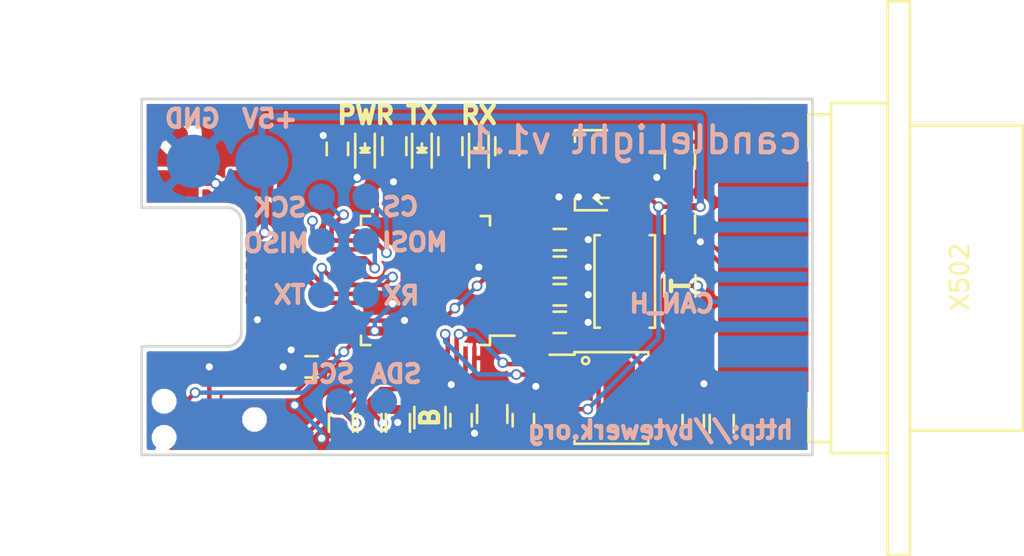
<source format=kicad_pcb>
(kicad_pcb (version 4) (host pcbnew 4.0.2+dfsg1-stable)

  (general
    (links 92)
    (no_connects 0)
    (area 41.324999 74.924999 79.175001 95.075001)
    (thickness 1.6)
    (drawings 23)
    (tracks 489)
    (zones 0)
    (modules 44)
    (nets 30)
  )

  (page A4)
  (layers
    (0 F.Cu signal)
    (31 B.Cu signal)
    (32 B.Adhes user)
    (33 F.Adhes user)
    (34 B.Paste user)
    (35 F.Paste user)
    (36 B.SilkS user)
    (37 F.SilkS user)
    (38 B.Mask user)
    (39 F.Mask user)
    (40 Dwgs.User user)
    (41 Cmts.User user hide)
    (42 Eco1.User user hide)
    (43 Eco2.User user hide)
    (44 Edge.Cuts user)
    (45 Margin user)
    (46 B.CrtYd user)
    (47 F.CrtYd user hide)
    (48 B.Fab user hide)
    (49 F.Fab user hide)
  )

  (setup
    (last_trace_width 0.25)
    (user_trace_width 0.15)
    (trace_clearance 0.15)
    (zone_clearance 0.2)
    (zone_45_only no)
    (trace_min 0.15)
    (segment_width 0.15)
    (edge_width 0.15)
    (via_size 0.6)
    (via_drill 0.4)
    (via_min_size 0.4)
    (via_min_drill 0.3)
    (uvia_size 0.3)
    (uvia_drill 0.1)
    (uvias_allowed no)
    (uvia_min_size 0.2)
    (uvia_min_drill 0.1)
    (pcb_text_width 0.3)
    (pcb_text_size 1 1)
    (mod_edge_width 0.15)
    (mod_text_size 0.5 0.5)
    (mod_text_width 0.125)
    (pad_size 1.524 1.524)
    (pad_drill 0.762)
    (pad_to_mask_clearance 0.05)
    (aux_axis_origin 43.5 77)
    (grid_origin 43.5 75.5)
    (visible_elements FFFFFF7F)
    (pcbplotparams
      (layerselection 0x010c0_80000001)
      (usegerberextensions true)
      (excludeedgelayer true)
      (linewidth 0.100000)
      (plotframeref false)
      (viasonmask false)
      (mode 1)
      (useauxorigin false)
      (hpglpennumber 1)
      (hpglpenspeed 20)
      (hpglpendiameter 15)
      (hpglpenoverlay 2)
      (psnegative false)
      (psa4output false)
      (plotreference true)
      (plotvalue true)
      (plotinvisibletext false)
      (padsonsilk false)
      (subtractmaskfromsilk false)
      (outputformat 1)
      (mirror false)
      (drillshape 0)
      (scaleselection 1)
      (outputdirectory gerber/))
  )

  (net 0 "")
  (net 1 GND)
  (net 2 "Net-(C201-Pad2)")
  (net 3 "Net-(C202-Pad2)")
  (net 4 +3V3)
  (net 5 +5V)
  (net 6 "Net-(D601-Pad2)")
  (net 7 /LEDs/LED1)
  (net 8 "Net-(D602-Pad2)")
  (net 9 /LEDs/LED2)
  (net 10 "Net-(D603-Pad2)")
  (net 11 /Connectors/USB_DM)
  (net 12 /Connectors/USB_DP)
  (net 13 "Net-(R201-Pad2)")
  (net 14 "Net-(R202-Pad1)")
  (net 15 /CAN/CAN_S)
  (net 16 /CAN/CAN_H)
  (net 17 /CAN/CAN_L)
  (net 18 /Connectors/NRST)
  (net 19 "Net-(U201-Pad25)")
  (net 20 "Net-(U201-Pad26)")
  (net 21 "Net-(U201-Pad27)")
  (net 22 "Net-(U201-Pad28)")
  (net 23 "Net-(U201-Pad30)")
  (net 24 "Net-(U201-Pad31)")
  (net 25 /Connectors/SWDIO)
  (net 26 /Connectors/SWCLK)
  (net 27 /MCU/CAN_RX)
  (net 28 /MCU/CAN_TX)
  (net 29 /MCU/BOOT0)

  (net_class Default "This is the default net class."
    (clearance 0.15)
    (trace_width 0.25)
    (via_dia 0.6)
    (via_drill 0.4)
    (uvia_dia 0.3)
    (uvia_drill 0.1)
    (add_net +3V3)
    (add_net +5V)
    (add_net /CAN/CAN_H)
    (add_net /CAN/CAN_L)
    (add_net /CAN/CAN_S)
    (add_net /Connectors/NRST)
    (add_net /Connectors/SWCLK)
    (add_net /Connectors/SWDIO)
    (add_net /Connectors/USB_DM)
    (add_net /Connectors/USB_DP)
    (add_net /LEDs/LED1)
    (add_net /LEDs/LED2)
    (add_net /MCU/BOOT0)
    (add_net /MCU/CAN_RX)
    (add_net /MCU/CAN_TX)
    (add_net GND)
    (add_net "Net-(C201-Pad2)")
    (add_net "Net-(C202-Pad2)")
    (add_net "Net-(D601-Pad2)")
    (add_net "Net-(D602-Pad2)")
    (add_net "Net-(D603-Pad2)")
    (add_net "Net-(R201-Pad2)")
    (add_net "Net-(R202-Pad1)")
    (add_net "Net-(U201-Pad25)")
    (add_net "Net-(U201-Pad26)")
    (add_net "Net-(U201-Pad27)")
    (add_net "Net-(U201-Pad28)")
    (add_net "Net-(U201-Pad30)")
    (add_net "Net-(U201-Pad31)")
  )

  (module Crystals:ABM3 (layer F.Cu) (tedit 57228F43) (tstamp 56F68EB7)
    (at 68.55 85.25 90)
    (descr "Abracon Miniature Ceramic Smd Crystal http://www.abracon.com/Resonators/abm3.pdf")
    (tags "smd crystal")
    (path /56F3B16B/56F47B56)
    (attr smd)
    (fp_text reference Y201 (at -0.05 0.1 180) (layer F.SilkS) hide
      (effects (font (size 0.5 0.5) (thickness 0.125)))
    )
    (fp_text value 8MHz (at 0 3 90) (layer F.Fab)
      (effects (font (size 1 1) (thickness 0.15)))
    )
    (fp_line (start -3.5 2.1) (end -3.5 -2.1) (layer F.CrtYd) (width 0.05))
    (fp_line (start 3.5 2.1) (end -3.5 2.1) (layer F.CrtYd) (width 0.05))
    (fp_line (start 3.5 -2.1) (end 3.5 2.1) (layer F.CrtYd) (width 0.05))
    (fp_line (start -3.5 -2.1) (end 3.5 -2.1) (layer F.CrtYd) (width 0.05))
    (fp_line (start 2.6 1.7) (end 2.6 1.4) (layer F.SilkS) (width 0.15))
    (fp_line (start -2.6 1.7) (end -2.6 1.4) (layer F.SilkS) (width 0.15))
    (fp_line (start -2.6 -1.7) (end -2.6 -1.4) (layer F.SilkS) (width 0.15))
    (fp_line (start 2.6 -1.7) (end 2.6 -1.4) (layer F.SilkS) (width 0.15))
    (fp_line (start -2.6 -1.7) (end 2.6 -1.7) (layer F.SilkS) (width 0.15))
    (fp_line (start -2.6 1.7) (end 2.6 1.7) (layer F.SilkS) (width 0.15))
    (pad 2 smd rect (at 2.05 0 90) (size 1.9 2.4) (layers F.Cu F.Paste F.Mask)
      (net 3 "Net-(C202-Pad2)"))
    (pad 1 smd rect (at -2.05 0 90) (size 1.9 2.4) (layers F.Cu F.Paste F.Mask)
      (net 2 "Net-(C201-Pad2)"))
  )

  (module Housings_QFP:LQFP-48_7x7mm_Pitch0.5mm (layer F.Cu) (tedit 57228F63) (tstamp 56F68E78)
    (at 57.35 85.2 180)
    (descr "48 LEAD LQFP 7x7mm (see MICREL LQFP7x7-48LD-PL-1.pdf)")
    (tags "QFP 0.5")
    (path /56F3B16B/56F46EB5)
    (attr smd)
    (fp_text reference U201 (at -0.1 0.5 180) (layer F.SilkS) hide
      (effects (font (size 1 1) (thickness 0.15)))
    )
    (fp_text value STM32F072C8Tx (at 0 6 180) (layer F.Fab)
      (effects (font (size 1 1) (thickness 0.15)))
    )
    (fp_line (start -5.25 -5.25) (end -5.25 5.25) (layer F.CrtYd) (width 0.05))
    (fp_line (start 5.25 -5.25) (end 5.25 5.25) (layer F.CrtYd) (width 0.05))
    (fp_line (start -5.25 -5.25) (end 5.25 -5.25) (layer F.CrtYd) (width 0.05))
    (fp_line (start -5.25 5.25) (end 5.25 5.25) (layer F.CrtYd) (width 0.05))
    (fp_line (start -3.625 -3.625) (end -3.625 -3.1) (layer F.SilkS) (width 0.15))
    (fp_line (start 3.625 -3.625) (end 3.625 -3.1) (layer F.SilkS) (width 0.15))
    (fp_line (start 3.625 3.625) (end 3.625 3.1) (layer F.SilkS) (width 0.15))
    (fp_line (start -3.625 3.625) (end -3.625 3.1) (layer F.SilkS) (width 0.15))
    (fp_line (start -3.625 -3.625) (end -3.1 -3.625) (layer F.SilkS) (width 0.15))
    (fp_line (start -3.625 3.625) (end -3.1 3.625) (layer F.SilkS) (width 0.15))
    (fp_line (start 3.625 3.625) (end 3.1 3.625) (layer F.SilkS) (width 0.15))
    (fp_line (start 3.625 -3.625) (end 3.1 -3.625) (layer F.SilkS) (width 0.15))
    (fp_line (start -3.625 -3.1) (end -5 -3.1) (layer F.SilkS) (width 0.15))
    (pad 1 smd rect (at -4.35 -2.75 180) (size 1.3 0.25) (layers F.Cu F.Paste F.Mask)
      (net 4 +3V3))
    (pad 2 smd rect (at -4.35 -2.25 180) (size 1.3 0.25) (layers F.Cu F.Paste F.Mask)
      (net 15 /CAN/CAN_S))
    (pad 3 smd rect (at -4.35 -1.75 180) (size 1.3 0.25) (layers F.Cu F.Paste F.Mask))
    (pad 4 smd rect (at -4.35 -1.25 180) (size 1.3 0.25) (layers F.Cu F.Paste F.Mask))
    (pad 5 smd rect (at -4.35 -0.75 180) (size 1.3 0.25) (layers F.Cu F.Paste F.Mask)
      (net 2 "Net-(C201-Pad2)"))
    (pad 6 smd rect (at -4.35 -0.25 180) (size 1.3 0.25) (layers F.Cu F.Paste F.Mask)
      (net 3 "Net-(C202-Pad2)"))
    (pad 7 smd rect (at -4.35 0.25 180) (size 1.3 0.25) (layers F.Cu F.Paste F.Mask)
      (net 18 /Connectors/NRST))
    (pad 8 smd rect (at -4.35 0.75 180) (size 1.3 0.25) (layers F.Cu F.Paste F.Mask)
      (net 1 GND))
    (pad 9 smd rect (at -4.35 1.25 180) (size 1.3 0.25) (layers F.Cu F.Paste F.Mask)
      (net 4 +3V3))
    (pad 10 smd rect (at -4.35 1.75 180) (size 1.3 0.25) (layers F.Cu F.Paste F.Mask)
      (net 7 /LEDs/LED1))
    (pad 11 smd rect (at -4.35 2.25 180) (size 1.3 0.25) (layers F.Cu F.Paste F.Mask)
      (net 9 /LEDs/LED2))
    (pad 12 smd rect (at -4.35 2.75 180) (size 1.3 0.25) (layers F.Cu F.Paste F.Mask))
    (pad 13 smd rect (at -2.75 4.35 270) (size 1.3 0.25) (layers F.Cu F.Paste F.Mask))
    (pad 14 smd rect (at -2.25 4.35 270) (size 1.3 0.25) (layers F.Cu F.Paste F.Mask))
    (pad 15 smd rect (at -1.75 4.35 270) (size 1.3 0.25) (layers F.Cu F.Paste F.Mask))
    (pad 16 smd rect (at -1.25 4.35 270) (size 1.3 0.25) (layers F.Cu F.Paste F.Mask))
    (pad 17 smd rect (at -0.75 4.35 270) (size 1.3 0.25) (layers F.Cu F.Paste F.Mask))
    (pad 18 smd rect (at -0.25 4.35 270) (size 1.3 0.25) (layers F.Cu F.Paste F.Mask))
    (pad 19 smd rect (at 0.25 4.35 270) (size 1.3 0.25) (layers F.Cu F.Paste F.Mask))
    (pad 20 smd rect (at 0.75 4.35 270) (size 1.3 0.25) (layers F.Cu F.Paste F.Mask))
    (pad 21 smd rect (at 1.25 4.35 270) (size 1.3 0.25) (layers F.Cu F.Paste F.Mask))
    (pad 22 smd rect (at 1.75 4.35 270) (size 1.3 0.25) (layers F.Cu F.Paste F.Mask))
    (pad 23 smd rect (at 2.25 4.35 270) (size 1.3 0.25) (layers F.Cu F.Paste F.Mask)
      (net 1 GND))
    (pad 24 smd rect (at 2.75 4.35 270) (size 1.3 0.25) (layers F.Cu F.Paste F.Mask)
      (net 4 +3V3))
    (pad 25 smd rect (at 4.35 2.75 180) (size 1.3 0.25) (layers F.Cu F.Paste F.Mask)
      (net 19 "Net-(U201-Pad25)"))
    (pad 26 smd rect (at 4.35 2.25 180) (size 1.3 0.25) (layers F.Cu F.Paste F.Mask)
      (net 20 "Net-(U201-Pad26)"))
    (pad 27 smd rect (at 4.35 1.75 180) (size 1.3 0.25) (layers F.Cu F.Paste F.Mask)
      (net 21 "Net-(U201-Pad27)"))
    (pad 28 smd rect (at 4.35 1.25 180) (size 1.3 0.25) (layers F.Cu F.Paste F.Mask)
      (net 22 "Net-(U201-Pad28)"))
    (pad 29 smd rect (at 4.35 0.75 180) (size 1.3 0.25) (layers F.Cu F.Paste F.Mask))
    (pad 30 smd rect (at 4.35 0.25 180) (size 1.3 0.25) (layers F.Cu F.Paste F.Mask)
      (net 23 "Net-(U201-Pad30)"))
    (pad 31 smd rect (at 4.35 -0.25 180) (size 1.3 0.25) (layers F.Cu F.Paste F.Mask)
      (net 24 "Net-(U201-Pad31)"))
    (pad 32 smd rect (at 4.35 -0.75 180) (size 1.3 0.25) (layers F.Cu F.Paste F.Mask)
      (net 11 /Connectors/USB_DM))
    (pad 33 smd rect (at 4.35 -1.25 180) (size 1.3 0.25) (layers F.Cu F.Paste F.Mask)
      (net 12 /Connectors/USB_DP))
    (pad 34 smd rect (at 4.35 -1.75 180) (size 1.3 0.25) (layers F.Cu F.Paste F.Mask)
      (net 25 /Connectors/SWDIO))
    (pad 35 smd rect (at 4.35 -2.25 180) (size 1.3 0.25) (layers F.Cu F.Paste F.Mask)
      (net 1 GND))
    (pad 36 smd rect (at 4.35 -2.75 180) (size 1.3 0.25) (layers F.Cu F.Paste F.Mask)
      (net 4 +3V3))
    (pad 37 smd rect (at 2.75 -4.35 270) (size 1.3 0.25) (layers F.Cu F.Paste F.Mask)
      (net 26 /Connectors/SWCLK))
    (pad 38 smd rect (at 2.25 -4.35 270) (size 1.3 0.25) (layers F.Cu F.Paste F.Mask))
    (pad 39 smd rect (at 1.75 -4.35 270) (size 1.3 0.25) (layers F.Cu F.Paste F.Mask))
    (pad 40 smd rect (at 1.25 -4.35 270) (size 1.3 0.25) (layers F.Cu F.Paste F.Mask))
    (pad 41 smd rect (at 0.75 -4.35 270) (size 1.3 0.25) (layers F.Cu F.Paste F.Mask))
    (pad 42 smd rect (at 0.25 -4.35 270) (size 1.3 0.25) (layers F.Cu F.Paste F.Mask)
      (net 13 "Net-(R201-Pad2)"))
    (pad 43 smd rect (at -0.25 -4.35 270) (size 1.3 0.25) (layers F.Cu F.Paste F.Mask)
      (net 14 "Net-(R202-Pad1)"))
    (pad 44 smd rect (at -0.75 -4.35 270) (size 1.3 0.25) (layers F.Cu F.Paste F.Mask)
      (net 29 /MCU/BOOT0))
    (pad 45 smd rect (at -1.25 -4.35 270) (size 1.3 0.25) (layers F.Cu F.Paste F.Mask)
      (net 27 /MCU/CAN_RX))
    (pad 46 smd rect (at -1.75 -4.35 270) (size 1.3 0.25) (layers F.Cu F.Paste F.Mask)
      (net 28 /MCU/CAN_TX))
    (pad 47 smd rect (at -2.25 -4.35 270) (size 1.3 0.25) (layers F.Cu F.Paste F.Mask)
      (net 1 GND))
    (pad 48 smd rect (at -2.75 -4.35 270) (size 1.3 0.25) (layers F.Cu F.Paste F.Mask)
      (net 4 +3V3))
    (model Housings_QFP.3dshapes/LQFP-48_7x7mm_Pitch0.5mm.wrl
      (at (xyz 0 0 0))
      (scale (xyz 1 1 1))
      (rotate (xyz 0 0 0))
    )
  )

  (module Resistors_SMD:R_0603 (layer F.Cu) (tedit 57228F3A) (tstamp 56F68E2C)
    (at 74 93.25 90)
    (descr "Resistor SMD 0603, reflow soldering, Vishay (see dcrcw.pdf)")
    (tags "resistor 0603")
    (path /56F3B1AC/56F69C0C)
    (attr smd)
    (fp_text reference R401 (at -0.1 1.15 90) (layer F.SilkS) hide
      (effects (font (size 0.5 0.5) (thickness 0.125)))
    )
    (fp_text value 10K (at 0 1.9 90) (layer F.Fab)
      (effects (font (size 1 1) (thickness 0.15)))
    )
    (fp_line (start -1.3 -0.8) (end 1.3 -0.8) (layer F.CrtYd) (width 0.05))
    (fp_line (start -1.3 0.8) (end 1.3 0.8) (layer F.CrtYd) (width 0.05))
    (fp_line (start -1.3 -0.8) (end -1.3 0.8) (layer F.CrtYd) (width 0.05))
    (fp_line (start 1.3 -0.8) (end 1.3 0.8) (layer F.CrtYd) (width 0.05))
    (fp_line (start 0.5 0.675) (end -0.5 0.675) (layer F.SilkS) (width 0.15))
    (fp_line (start -0.5 -0.675) (end 0.5 -0.675) (layer F.SilkS) (width 0.15))
    (pad 1 smd rect (at -0.75 0 90) (size 0.5 0.9) (layers F.Cu F.Paste F.Mask)
      (net 4 +3V3))
    (pad 2 smd rect (at 0.75 0 90) (size 0.5 0.9) (layers F.Cu F.Paste F.Mask)
      (net 15 /CAN/CAN_S))
    (model Resistors_SMD.3dshapes/R_0603.wrl
      (at (xyz 0 0 0))
      (scale (xyz 1 1 1))
      (rotate (xyz 0 0 0))
    )
  )

  (module Capacitors_SMD:C_0603 (layer F.Cu) (tedit 57228ED7) (tstamp 56F68DAA)
    (at 59.35 93.05 270)
    (descr "Capacitor SMD 0603, reflow soldering, AVX (see smccp.pdf)")
    (tags "capacitor 0603")
    (path /56F3B16B/56F53D48)
    (attr smd)
    (fp_text reference C206 (at 1.8 0 360) (layer F.SilkS) hide
      (effects (font (size 0.5 0.5) (thickness 0.125)))
    )
    (fp_text value 100nF (at 0 1.9 270) (layer F.Fab)
      (effects (font (size 1 1) (thickness 0.15)))
    )
    (fp_line (start -1.45 -0.75) (end 1.45 -0.75) (layer F.CrtYd) (width 0.05))
    (fp_line (start -1.45 0.75) (end 1.45 0.75) (layer F.CrtYd) (width 0.05))
    (fp_line (start -1.45 -0.75) (end -1.45 0.75) (layer F.CrtYd) (width 0.05))
    (fp_line (start 1.45 -0.75) (end 1.45 0.75) (layer F.CrtYd) (width 0.05))
    (fp_line (start -0.35 -0.6) (end 0.35 -0.6) (layer F.SilkS) (width 0.15))
    (fp_line (start 0.35 0.6) (end -0.35 0.6) (layer F.SilkS) (width 0.15))
    (pad 1 smd rect (at -0.75 0 270) (size 0.8 0.75) (layers F.Cu F.Paste F.Mask)
      (net 4 +3V3))
    (pad 2 smd rect (at 0.75 0 270) (size 0.8 0.75) (layers F.Cu F.Paste F.Mask)
      (net 1 GND))
    (model Capacitors_SMD.3dshapes/C_0603.wrl
      (at (xyz 0 0 0))
      (scale (xyz 1 1 1))
      (rotate (xyz 0 0 0))
    )
  )

  (module Capacitors_SMD:C_0603 (layer F.Cu) (tedit 57228F37) (tstamp 56F68DDA)
    (at 72.4 93.1 90)
    (descr "Capacitor SMD 0603, reflow soldering, AVX (see smccp.pdf)")
    (tags "capacitor 0603")
    (path /56F3B1AC/56F5A3FD)
    (attr smd)
    (fp_text reference C403 (at 1.85 -0.25 180) (layer F.SilkS) hide
      (effects (font (size 0.5 0.5) (thickness 0.125)))
    )
    (fp_text value 100nF (at 0 1.9 90) (layer F.Fab)
      (effects (font (size 1 1) (thickness 0.15)))
    )
    (fp_line (start -1.45 -0.75) (end 1.45 -0.75) (layer F.CrtYd) (width 0.05))
    (fp_line (start -1.45 0.75) (end 1.45 0.75) (layer F.CrtYd) (width 0.05))
    (fp_line (start -1.45 -0.75) (end -1.45 0.75) (layer F.CrtYd) (width 0.05))
    (fp_line (start 1.45 -0.75) (end 1.45 0.75) (layer F.CrtYd) (width 0.05))
    (fp_line (start -0.35 -0.6) (end 0.35 -0.6) (layer F.SilkS) (width 0.15))
    (fp_line (start 0.35 0.6) (end -0.35 0.6) (layer F.SilkS) (width 0.15))
    (pad 1 smd rect (at -0.75 0 90) (size 0.8 0.75) (layers F.Cu F.Paste F.Mask)
      (net 4 +3V3))
    (pad 2 smd rect (at 0.75 0 90) (size 0.8 0.75) (layers F.Cu F.Paste F.Mask)
      (net 1 GND))
    (model Capacitors_SMD.3dshapes/C_0603.wrl
      (at (xyz 0 0 0))
      (scale (xyz 1 1 1))
      (rotate (xyz 0 0 0))
    )
  )

  (module Resistors_SMD:R_0805 (layer F.Cu) (tedit 57228ED0) (tstamp 5722386D)
    (at 57.6 92.9 90)
    (descr "Resistor SMD 0805, reflow soldering, Vishay (see dcrcw.pdf)")
    (tags "resistor 0805")
    (path /56F3B16B/56F50DA3)
    (attr smd)
    (fp_text reference R203 (at 0 -2.1 90) (layer F.SilkS) hide
      (effects (font (size 1 1) (thickness 0.15)))
    )
    (fp_text value R (at 0 2.1 90) (layer F.Fab)
      (effects (font (size 1 1) (thickness 0.15)))
    )
    (fp_line (start -1.6 -1) (end 1.6 -1) (layer F.CrtYd) (width 0.05))
    (fp_line (start -1.6 1) (end 1.6 1) (layer F.CrtYd) (width 0.05))
    (fp_line (start -1.6 -1) (end -1.6 1) (layer F.CrtYd) (width 0.05))
    (fp_line (start 1.6 -1) (end 1.6 1) (layer F.CrtYd) (width 0.05))
    (fp_line (start 0.6 0.875) (end -0.6 0.875) (layer F.SilkS) (width 0.15))
    (fp_line (start -0.6 -0.875) (end 0.6 -0.875) (layer F.SilkS) (width 0.15))
    (pad 1 smd rect (at -0.95 0 90) (size 0.7 1.3) (layers F.Cu F.Paste F.Mask)
      (net 4 +3V3))
    (pad 2 smd rect (at 0.95 0 90) (size 0.7 1.3) (layers F.Cu F.Paste F.Mask)
      (net 29 /MCU/BOOT0))
  )

  (module usb:Molex-Micro-USB-B-Middle-Mount (layer F.Cu) (tedit 57228EEC) (tstamp 56F68E02)
    (at 47 85)
    (path /56F568C1/56F68043)
    (fp_text reference P501 (at -3.7 -6.6) (layer F.SilkS) hide
      (effects (font (size 0.5 0.5) (thickness 0.125)))
    )
    (fp_text value USB_OTG (at -0.1 -8.2) (layer F.Fab) hide
      (effects (font (size 1 1) (thickness 0.15)))
    )
    (fp_line (start -0.8 3.9) (end -5.6 3.9) (layer Dwgs.User) (width 0.15))
    (fp_line (start 0 -3.1) (end 0 3.1) (layer Dwgs.User) (width 0.15))
    (fp_line (start -5.6 -3.9) (end -0.8 -3.9) (layer Dwgs.User) (width 0.15))
    (fp_arc (start -0.8 3.1) (end 0 3.1) (angle 90) (layer Dwgs.User) (width 0.15))
    (fp_arc (start -0.8 -3.1) (end -0.8 -3.9) (angle 90) (layer Dwgs.User) (width 0.15))
    (fp_line (start -5.6 3.9) (end -5.6 6.9) (layer Dwgs.User) (width 0.15))
    (fp_line (start -5.6 -6.9) (end -5.6 -3.9) (layer Dwgs.User) (width 0.15))
    (pad 6 smd rect (at 2.75 2.2 90) (size 2.5 1.5) (layers F.Cu F.Paste F.Mask)
      (net 1 GND))
    (pad 6 smd rect (at 2.75 -2.2 90) (size 2.5 1.5) (layers F.Cu F.Paste F.Mask)
      (net 1 GND))
    (pad 6 smd rect (at 0.55 -5.25) (size 2.5 1.5) (layers F.Cu F.Paste F.Mask)
      (net 1 GND))
    (pad 6 smd rect (at -3.65 -5.25) (size 2.5 1.5) (layers F.Cu F.Paste F.Mask)
      (net 1 GND))
    (pad 6 smd rect (at 0.55 5.05) (size 2.5 1.5) (layers F.Cu F.Paste F.Mask)
      (net 1 GND))
    (pad 5 smd rect (at 0.875 1.3) (size 1.25 0.4) (layers F.Cu F.Paste F.Mask)
      (net 1 GND))
    (pad 4 smd rect (at 0.875 0.65) (size 1.25 0.4) (layers F.Cu F.Paste F.Mask))
    (pad 1 smd rect (at 0.875 -1.3) (size 1.25 0.4) (layers F.Cu F.Paste F.Mask)
      (net 5 +5V))
    (pad 2 smd rect (at 0.875 -0.65) (size 1.25 0.4) (layers F.Cu F.Paste F.Mask)
      (net 11 /Connectors/USB_DM))
    (pad 3 smd rect (at 0.875 0) (size 1.25 0.4) (layers F.Cu F.Paste F.Mask)
      (net 12 /Connectors/USB_DP))
    (pad 6 smd rect (at -3.65 5.05) (size 2.5 1.5) (layers F.Cu F.Paste F.Mask)
      (net 1 GND))
  )

  (module Capacitors_SMD:C_0603 (layer F.Cu) (tedit 57228F55) (tstamp 56F68D8C)
    (at 64.9 87.55 180)
    (descr "Capacitor SMD 0603, reflow soldering, AVX (see smccp.pdf)")
    (tags "capacitor 0603")
    (path /56F3B16B/56F518F0)
    (attr smd)
    (fp_text reference C201 (at 1.175 1.125 180) (layer F.SilkS) hide
      (effects (font (size 0.5 0.5) (thickness 0.125)))
    )
    (fp_text value 20pF (at 0 1.9 180) (layer F.Fab)
      (effects (font (size 1 1) (thickness 0.15)))
    )
    (fp_line (start -1.45 -0.75) (end 1.45 -0.75) (layer F.CrtYd) (width 0.05))
    (fp_line (start -1.45 0.75) (end 1.45 0.75) (layer F.CrtYd) (width 0.05))
    (fp_line (start -1.45 -0.75) (end -1.45 0.75) (layer F.CrtYd) (width 0.05))
    (fp_line (start 1.45 -0.75) (end 1.45 0.75) (layer F.CrtYd) (width 0.05))
    (fp_line (start -0.35 -0.6) (end 0.35 -0.6) (layer F.SilkS) (width 0.15))
    (fp_line (start 0.35 0.6) (end -0.35 0.6) (layer F.SilkS) (width 0.15))
    (pad 1 smd rect (at -0.75 0 180) (size 0.8 0.75) (layers F.Cu F.Paste F.Mask)
      (net 1 GND))
    (pad 2 smd rect (at 0.75 0 180) (size 0.8 0.75) (layers F.Cu F.Paste F.Mask)
      (net 2 "Net-(C201-Pad2)"))
  )

  (module Capacitors_SMD:C_0603 (layer F.Cu) (tedit 57228F58) (tstamp 56F68D92)
    (at 64.9 86 180)
    (descr "Capacitor SMD 0603, reflow soldering, AVX (see smccp.pdf)")
    (tags "capacitor 0603")
    (path /56F3B16B/56F51A5F)
    (attr smd)
    (fp_text reference C202 (at 0.55 -1.125 180) (layer F.SilkS) hide
      (effects (font (size 0.5 0.5) (thickness 0.125)))
    )
    (fp_text value 20pF (at 0 1.9 180) (layer F.Fab)
      (effects (font (size 1 1) (thickness 0.15)))
    )
    (fp_line (start -1.45 -0.75) (end 1.45 -0.75) (layer F.CrtYd) (width 0.05))
    (fp_line (start -1.45 0.75) (end 1.45 0.75) (layer F.CrtYd) (width 0.05))
    (fp_line (start -1.45 -0.75) (end -1.45 0.75) (layer F.CrtYd) (width 0.05))
    (fp_line (start 1.45 -0.75) (end 1.45 0.75) (layer F.CrtYd) (width 0.05))
    (fp_line (start -0.35 -0.6) (end 0.35 -0.6) (layer F.SilkS) (width 0.15))
    (fp_line (start 0.35 0.6) (end -0.35 0.6) (layer F.SilkS) (width 0.15))
    (pad 1 smd rect (at -0.75 0 180) (size 0.8 0.75) (layers F.Cu F.Paste F.Mask)
      (net 1 GND))
    (pad 2 smd rect (at 0.75 0 180) (size 0.8 0.75) (layers F.Cu F.Paste F.Mask)
      (net 3 "Net-(C202-Pad2)"))
  )

  (module Capacitors_SMD:C_0603 (layer F.Cu) (tedit 57228F4F) (tstamp 56F68D98)
    (at 64.9 82.9)
    (descr "Capacitor SMD 0603, reflow soldering, AVX (see smccp.pdf)")
    (tags "capacitor 0603")
    (path /56F3B16B/56F5410C)
    (attr smd)
    (fp_text reference C203 (at -0.05 -1.05) (layer F.SilkS) hide
      (effects (font (size 0.5 0.5) (thickness 0.125)))
    )
    (fp_text value 100nF (at 0 1.9) (layer F.Fab)
      (effects (font (size 1 1) (thickness 0.15)))
    )
    (fp_line (start -1.45 -0.75) (end 1.45 -0.75) (layer F.CrtYd) (width 0.05))
    (fp_line (start -1.45 0.75) (end 1.45 0.75) (layer F.CrtYd) (width 0.05))
    (fp_line (start -1.45 -0.75) (end -1.45 0.75) (layer F.CrtYd) (width 0.05))
    (fp_line (start 1.45 -0.75) (end 1.45 0.75) (layer F.CrtYd) (width 0.05))
    (fp_line (start -0.35 -0.6) (end 0.35 -0.6) (layer F.SilkS) (width 0.15))
    (fp_line (start 0.35 0.6) (end -0.35 0.6) (layer F.SilkS) (width 0.15))
    (pad 1 smd rect (at -0.75 0) (size 0.8 0.75) (layers F.Cu F.Paste F.Mask)
      (net 4 +3V3))
    (pad 2 smd rect (at 0.75 0) (size 0.8 0.75) (layers F.Cu F.Paste F.Mask)
      (net 1 GND))
    (model Capacitors_SMD.3dshapes/C_0603.wrl
      (at (xyz 0 0 0))
      (scale (xyz 1 1 1))
      (rotate (xyz 0 0 0))
    )
  )

  (module Capacitors_SMD:C_0603 (layer F.Cu) (tedit 57228EC7) (tstamp 56F68D9E)
    (at 50.95 90.05 180)
    (descr "Capacitor SMD 0603, reflow soldering, AVX (see smccp.pdf)")
    (tags "capacitor 0603")
    (path /56F3B16B/56F540FA)
    (attr smd)
    (fp_text reference C204 (at 1.6 0 270) (layer F.SilkS) hide
      (effects (font (size 0.5 0.5) (thickness 0.125)))
    )
    (fp_text value 100nF (at 0 1.9 180) (layer F.Fab)
      (effects (font (size 1 1) (thickness 0.15)))
    )
    (fp_line (start -1.45 -0.75) (end 1.45 -0.75) (layer F.CrtYd) (width 0.05))
    (fp_line (start -1.45 0.75) (end 1.45 0.75) (layer F.CrtYd) (width 0.05))
    (fp_line (start -1.45 -0.75) (end -1.45 0.75) (layer F.CrtYd) (width 0.05))
    (fp_line (start 1.45 -0.75) (end 1.45 0.75) (layer F.CrtYd) (width 0.05))
    (fp_line (start -0.35 -0.6) (end 0.35 -0.6) (layer F.SilkS) (width 0.15))
    (fp_line (start 0.35 0.6) (end -0.35 0.6) (layer F.SilkS) (width 0.15))
    (pad 1 smd rect (at -0.75 0 180) (size 0.8 0.75) (layers F.Cu F.Paste F.Mask)
      (net 4 +3V3))
    (pad 2 smd rect (at 0.75 0 180) (size 0.8 0.75) (layers F.Cu F.Paste F.Mask)
      (net 1 GND))
    (model Capacitors_SMD.3dshapes/C_0603.wrl
      (at (xyz 0 0 0))
      (scale (xyz 1 1 1))
      (rotate (xyz 0 0 0))
    )
  )

  (module Capacitors_SMD:C_0603 (layer F.Cu) (tedit 57228F00) (tstamp 56F68DA4)
    (at 52.4 77.8 90)
    (descr "Capacitor SMD 0603, reflow soldering, AVX (see smccp.pdf)")
    (tags "capacitor 0603")
    (path /56F3B16B/56F5404F)
    (attr smd)
    (fp_text reference C205 (at 2.425 0 90) (layer F.SilkS) hide
      (effects (font (size 0.5 0.5) (thickness 0.125)))
    )
    (fp_text value 100nF (at 0 1.9 90) (layer F.Fab)
      (effects (font (size 1 1) (thickness 0.15)))
    )
    (fp_line (start -1.45 -0.75) (end 1.45 -0.75) (layer F.CrtYd) (width 0.05))
    (fp_line (start -1.45 0.75) (end 1.45 0.75) (layer F.CrtYd) (width 0.05))
    (fp_line (start -1.45 -0.75) (end -1.45 0.75) (layer F.CrtYd) (width 0.05))
    (fp_line (start 1.45 -0.75) (end 1.45 0.75) (layer F.CrtYd) (width 0.05))
    (fp_line (start -0.35 -0.6) (end 0.35 -0.6) (layer F.SilkS) (width 0.15))
    (fp_line (start 0.35 0.6) (end -0.35 0.6) (layer F.SilkS) (width 0.15))
    (pad 1 smd rect (at -0.75 0 90) (size 0.8 0.75) (layers F.Cu F.Paste F.Mask)
      (net 4 +3V3))
    (pad 2 smd rect (at 0.75 0 90) (size 0.8 0.75) (layers F.Cu F.Paste F.Mask)
      (net 1 GND))
    (model Capacitors_SMD.3dshapes/C_0603.wrl
      (at (xyz 0 0 0))
      (scale (xyz 1 1 1))
      (rotate (xyz 0 0 0))
    )
  )

  (module Capacitors_SMD:C_0805 (layer F.Cu) (tedit 57228EDB) (tstamp 56F68DB0)
    (at 61.1 92.7 270)
    (descr "Capacitor SMD 0805, reflow soldering, AVX (see smccp.pdf)")
    (tags "capacitor 0805")
    (path /56F3B16B/56F54256)
    (attr smd)
    (fp_text reference C207 (at 0.7 1.2 270) (layer F.SilkS) hide
      (effects (font (size 0.5 0.5) (thickness 0.125)))
    )
    (fp_text value 10uF (at 0 2.1 270) (layer F.Fab)
      (effects (font (size 1 1) (thickness 0.15)))
    )
    (fp_line (start -1.8 -1) (end 1.8 -1) (layer F.CrtYd) (width 0.05))
    (fp_line (start -1.8 1) (end 1.8 1) (layer F.CrtYd) (width 0.05))
    (fp_line (start -1.8 -1) (end -1.8 1) (layer F.CrtYd) (width 0.05))
    (fp_line (start 1.8 -1) (end 1.8 1) (layer F.CrtYd) (width 0.05))
    (fp_line (start 0.5 -0.85) (end -0.5 -0.85) (layer F.SilkS) (width 0.15))
    (fp_line (start -0.5 0.85) (end 0.5 0.85) (layer F.SilkS) (width 0.15))
    (pad 1 smd rect (at -1 0 270) (size 1 1.25) (layers F.Cu F.Paste F.Mask)
      (net 4 +3V3))
    (pad 2 smd rect (at 1 0 270) (size 1 1.25) (layers F.Cu F.Paste F.Mask)
      (net 1 GND))
    (model Capacitors_SMD.3dshapes/C_0805.wrl
      (at (xyz 0 0 0))
      (scale (xyz 1 1 1))
      (rotate (xyz 0 0 0))
    )
  )

  (module Capacitors_SMD:C_0805 (layer F.Cu) (tedit 57228F2F) (tstamp 56F68DB6)
    (at 71.65 82.05 270)
    (descr "Capacitor SMD 0805, reflow soldering, AVX (see smccp.pdf)")
    (tags "capacitor 0805")
    (path /56F3B1A0/56F60BBB)
    (attr smd)
    (fp_text reference C301 (at 0.05 -1.4 270) (layer F.SilkS) hide
      (effects (font (size 0.5 0.5) (thickness 0.125)))
    )
    (fp_text value 10uF (at -4 0 270) (layer F.Fab)
      (effects (font (size 1 1) (thickness 0.15)))
    )
    (fp_line (start -1.8 -1) (end 1.8 -1) (layer F.CrtYd) (width 0.05))
    (fp_line (start -1.8 1) (end 1.8 1) (layer F.CrtYd) (width 0.05))
    (fp_line (start -1.8 -1) (end -1.8 1) (layer F.CrtYd) (width 0.05))
    (fp_line (start 1.8 -1) (end 1.8 1) (layer F.CrtYd) (width 0.05))
    (fp_line (start 0.5 -0.85) (end -0.5 -0.85) (layer F.SilkS) (width 0.15))
    (fp_line (start -0.5 0.85) (end 0.5 0.85) (layer F.SilkS) (width 0.15))
    (pad 1 smd rect (at -1 0 270) (size 1 1.25) (layers F.Cu F.Paste F.Mask)
      (net 5 +5V))
    (pad 2 smd rect (at 1 0 270) (size 1 1.25) (layers F.Cu F.Paste F.Mask)
      (net 1 GND))
    (model Capacitors_SMD.3dshapes/C_0805.wrl
      (at (xyz 0 0 0))
      (scale (xyz 1 1 1))
      (rotate (xyz 0 0 0))
    )
  )

  (module Capacitors_SMD:C_0805 (layer F.Cu) (tedit 57228F2C) (tstamp 56F68DC2)
    (at 71.65 78.4 270)
    (descr "Capacitor SMD 0805, reflow soldering, AVX (see smccp.pdf)")
    (tags "capacitor 0805")
    (path /56F3B1A0/56F611D6)
    (attr smd)
    (fp_text reference C303 (at 2 -0.05 360) (layer F.SilkS) hide
      (effects (font (size 0.5 0.5) (thickness 0.125)))
    )
    (fp_text value 10uF (at 0 2.1 270) (layer F.Fab)
      (effects (font (size 1 1) (thickness 0.15)))
    )
    (fp_line (start -1.8 -1) (end 1.8 -1) (layer F.CrtYd) (width 0.05))
    (fp_line (start -1.8 1) (end 1.8 1) (layer F.CrtYd) (width 0.05))
    (fp_line (start -1.8 -1) (end -1.8 1) (layer F.CrtYd) (width 0.05))
    (fp_line (start 1.8 -1) (end 1.8 1) (layer F.CrtYd) (width 0.05))
    (fp_line (start 0.5 -0.85) (end -0.5 -0.85) (layer F.SilkS) (width 0.15))
    (fp_line (start -0.5 0.85) (end 0.5 0.85) (layer F.SilkS) (width 0.15))
    (pad 1 smd rect (at -1 0 270) (size 1 1.25) (layers F.Cu F.Paste F.Mask)
      (net 4 +3V3))
    (pad 2 smd rect (at 1 0 270) (size 1 1.25) (layers F.Cu F.Paste F.Mask)
      (net 1 GND))
    (model Capacitors_SMD.3dshapes/C_0805.wrl
      (at (xyz 0 0 0))
      (scale (xyz 1 1 1))
      (rotate (xyz 0 0 0))
    )
  )

  (module Capacitors_SMD:C_0603 (layer F.Cu) (tedit 57228F5F) (tstamp 56F68DD4)
    (at 62.85 93.05 270)
    (descr "Capacitor SMD 0603, reflow soldering, AVX (see smccp.pdf)")
    (tags "capacitor 0603")
    (path /56F3B1AC/56F5A44C)
    (attr smd)
    (fp_text reference C402 (at -1.8 0 360) (layer F.SilkS) hide
      (effects (font (size 0.5 0.5) (thickness 0.125)))
    )
    (fp_text value 100nF (at 0 1.9 270) (layer F.Fab)
      (effects (font (size 1 1) (thickness 0.15)))
    )
    (fp_line (start -1.45 -0.75) (end 1.45 -0.75) (layer F.CrtYd) (width 0.05))
    (fp_line (start -1.45 0.75) (end 1.45 0.75) (layer F.CrtYd) (width 0.05))
    (fp_line (start -1.45 -0.75) (end -1.45 0.75) (layer F.CrtYd) (width 0.05))
    (fp_line (start 1.45 -0.75) (end 1.45 0.75) (layer F.CrtYd) (width 0.05))
    (fp_line (start -0.35 -0.6) (end 0.35 -0.6) (layer F.SilkS) (width 0.15))
    (fp_line (start 0.35 0.6) (end -0.35 0.6) (layer F.SilkS) (width 0.15))
    (pad 1 smd rect (at -0.75 0 270) (size 0.8 0.75) (layers F.Cu F.Paste F.Mask)
      (net 5 +5V))
    (pad 2 smd rect (at 0.75 0 270) (size 0.8 0.75) (layers F.Cu F.Paste F.Mask)
      (net 1 GND))
    (model Capacitors_SMD.3dshapes/C_0603.wrl
      (at (xyz 0 0 0))
      (scale (xyz 1 1 1))
      (rotate (xyz 0 0 0))
    )
  )

  (module LEDs:LED_0603 (layer F.Cu) (tedit 57228F10) (tstamp 56F68DE0)
    (at 60.35 77.75 90)
    (descr "LED 0603 smd package")
    (tags "LED led 0603 SMD smd SMT smt smdled SMDLED smtled SMTLED")
    (path /56F5F6F8/56F5F775)
    (attr smd)
    (fp_text reference D601 (at -1.75 0.05 180) (layer F.SilkS) hide
      (effects (font (size 0.5 0.5) (thickness 0.125)))
    )
    (fp_text value LED (at 0 1.5 90) (layer F.Fab)
      (effects (font (size 1 1) (thickness 0.15)))
    )
    (fp_line (start -1.1 0.55) (end 0.8 0.55) (layer F.SilkS) (width 0.15))
    (fp_line (start -1.1 -0.55) (end 0.8 -0.55) (layer F.SilkS) (width 0.15))
    (fp_line (start -0.2 0) (end 0.25 0) (layer F.SilkS) (width 0.15))
    (fp_line (start -0.25 -0.25) (end -0.25 0.25) (layer F.SilkS) (width 0.15))
    (fp_line (start -0.25 0) (end 0 -0.25) (layer F.SilkS) (width 0.15))
    (fp_line (start 0 -0.25) (end 0 0.25) (layer F.SilkS) (width 0.15))
    (fp_line (start 0 0.25) (end -0.25 0) (layer F.SilkS) (width 0.15))
    (fp_line (start 1.4 -0.75) (end 1.4 0.75) (layer F.CrtYd) (width 0.05))
    (fp_line (start 1.4 0.75) (end -1.4 0.75) (layer F.CrtYd) (width 0.05))
    (fp_line (start -1.4 0.75) (end -1.4 -0.75) (layer F.CrtYd) (width 0.05))
    (fp_line (start -1.4 -0.75) (end 1.4 -0.75) (layer F.CrtYd) (width 0.05))
    (pad 2 smd rect (at 0.7493 0 270) (size 0.79756 0.79756) (layers F.Cu F.Paste F.Mask)
      (net 6 "Net-(D601-Pad2)"))
    (pad 1 smd rect (at -0.7493 0 270) (size 0.79756 0.79756) (layers F.Cu F.Paste F.Mask)
      (net 7 /LEDs/LED1))
    (model LEDs.3dshapes/LED_0603.wrl
      (at (xyz 0 0 0))
      (scale (xyz 1 1 1))
      (rotate (xyz 0 0 180))
    )
  )

  (module LEDs:LED_0603 (layer F.Cu) (tedit 57228F0A) (tstamp 56F68DE6)
    (at 57.15 77.75 90)
    (descr "LED 0603 smd package")
    (tags "LED led 0603 SMD smd SMT smt smdled SMDLED smtled SMTLED")
    (path /56F5F6F8/56F5F923)
    (attr smd)
    (fp_text reference D602 (at -1.75 0.025 180) (layer F.SilkS) hide
      (effects (font (size 0.5 0.5) (thickness 0.125)))
    )
    (fp_text value LED (at 0 1.5 90) (layer F.Fab)
      (effects (font (size 1 1) (thickness 0.15)))
    )
    (fp_line (start -1.1 0.55) (end 0.8 0.55) (layer F.SilkS) (width 0.15))
    (fp_line (start -1.1 -0.55) (end 0.8 -0.55) (layer F.SilkS) (width 0.15))
    (fp_line (start -0.2 0) (end 0.25 0) (layer F.SilkS) (width 0.15))
    (fp_line (start -0.25 -0.25) (end -0.25 0.25) (layer F.SilkS) (width 0.15))
    (fp_line (start -0.25 0) (end 0 -0.25) (layer F.SilkS) (width 0.15))
    (fp_line (start 0 -0.25) (end 0 0.25) (layer F.SilkS) (width 0.15))
    (fp_line (start 0 0.25) (end -0.25 0) (layer F.SilkS) (width 0.15))
    (fp_line (start 1.4 -0.75) (end 1.4 0.75) (layer F.CrtYd) (width 0.05))
    (fp_line (start 1.4 0.75) (end -1.4 0.75) (layer F.CrtYd) (width 0.05))
    (fp_line (start -1.4 0.75) (end -1.4 -0.75) (layer F.CrtYd) (width 0.05))
    (fp_line (start -1.4 -0.75) (end 1.4 -0.75) (layer F.CrtYd) (width 0.05))
    (pad 2 smd rect (at 0.7493 0 270) (size 0.79756 0.79756) (layers F.Cu F.Paste F.Mask)
      (net 8 "Net-(D602-Pad2)"))
    (pad 1 smd rect (at -0.7493 0 270) (size 0.79756 0.79756) (layers F.Cu F.Paste F.Mask)
      (net 9 /LEDs/LED2))
    (model LEDs.3dshapes/LED_0603.wrl
      (at (xyz 0 0 0))
      (scale (xyz 1 1 1))
      (rotate (xyz 0 0 180))
    )
  )

  (module LEDs:LED_0603 (layer F.Cu) (tedit 57228F05) (tstamp 56F68DEC)
    (at 53.95 77.75 90)
    (descr "LED 0603 smd package")
    (tags "LED led 0603 SMD smd SMT smt smdled SMDLED smtled SMTLED")
    (path /56F5F6F8/56F5F971)
    (attr smd)
    (fp_text reference D603 (at -1.75 -0.05 180) (layer F.SilkS) hide
      (effects (font (size 0.5 0.5) (thickness 0.125)))
    )
    (fp_text value LED (at 0 1.5 90) (layer F.Fab)
      (effects (font (size 1 1) (thickness 0.15)))
    )
    (fp_line (start -1.1 0.55) (end 0.8 0.55) (layer F.SilkS) (width 0.15))
    (fp_line (start -1.1 -0.55) (end 0.8 -0.55) (layer F.SilkS) (width 0.15))
    (fp_line (start -0.2 0) (end 0.25 0) (layer F.SilkS) (width 0.15))
    (fp_line (start -0.25 -0.25) (end -0.25 0.25) (layer F.SilkS) (width 0.15))
    (fp_line (start -0.25 0) (end 0 -0.25) (layer F.SilkS) (width 0.15))
    (fp_line (start 0 -0.25) (end 0 0.25) (layer F.SilkS) (width 0.15))
    (fp_line (start 0 0.25) (end -0.25 0) (layer F.SilkS) (width 0.15))
    (fp_line (start 1.4 -0.75) (end 1.4 0.75) (layer F.CrtYd) (width 0.05))
    (fp_line (start 1.4 0.75) (end -1.4 0.75) (layer F.CrtYd) (width 0.05))
    (fp_line (start -1.4 0.75) (end -1.4 -0.75) (layer F.CrtYd) (width 0.05))
    (fp_line (start -1.4 -0.75) (end 1.4 -0.75) (layer F.CrtYd) (width 0.05))
    (pad 2 smd rect (at 0.7493 0 270) (size 0.79756 0.79756) (layers F.Cu F.Paste F.Mask)
      (net 10 "Net-(D603-Pad2)"))
    (pad 1 smd rect (at -0.7493 0 270) (size 0.79756 0.79756) (layers F.Cu F.Paste F.Mask)
      (net 1 GND))
    (model LEDs.3dshapes/LED_0603.wrl
      (at (xyz 0 0 0))
      (scale (xyz 1 1 1))
      (rotate (xyz 0 0 180))
    )
  )

  (module Resistors_SMD:R_0603 (layer F.Cu) (tedit 57228ECA) (tstamp 56F68E08)
    (at 52.6 93.2 90)
    (descr "Resistor SMD 0603, reflow soldering, Vishay (see dcrcw.pdf)")
    (tags "resistor 0603")
    (path /56F3B16B/56F508B6)
    (attr smd)
    (fp_text reference R201 (at -1.6 -0.05 180) (layer F.SilkS) hide
      (effects (font (size 0.5 0.5) (thickness 0.125)))
    )
    (fp_text value 4K7 (at 0 1.9 90) (layer F.Fab)
      (effects (font (size 1 1) (thickness 0.15)))
    )
    (fp_line (start -1.3 -0.8) (end 1.3 -0.8) (layer F.CrtYd) (width 0.05))
    (fp_line (start -1.3 0.8) (end 1.3 0.8) (layer F.CrtYd) (width 0.05))
    (fp_line (start -1.3 -0.8) (end -1.3 0.8) (layer F.CrtYd) (width 0.05))
    (fp_line (start 1.3 -0.8) (end 1.3 0.8) (layer F.CrtYd) (width 0.05))
    (fp_line (start 0.5 0.675) (end -0.5 0.675) (layer F.SilkS) (width 0.15))
    (fp_line (start -0.5 -0.675) (end 0.5 -0.675) (layer F.SilkS) (width 0.15))
    (pad 1 smd rect (at -0.75 0 90) (size 0.5 0.9) (layers F.Cu F.Paste F.Mask)
      (net 4 +3V3))
    (pad 2 smd rect (at 0.75 0 90) (size 0.5 0.9) (layers F.Cu F.Paste F.Mask)
      (net 13 "Net-(R201-Pad2)"))
  )

  (module Resistors_SMD:R_0603 (layer F.Cu) (tedit 57228ECC) (tstamp 56F68E0E)
    (at 54.2 93.2 270)
    (descr "Resistor SMD 0603, reflow soldering, Vishay (see dcrcw.pdf)")
    (tags "resistor 0603")
    (path /56F3B16B/56F50945)
    (attr smd)
    (fp_text reference R202 (at 1.6 0 360) (layer F.SilkS) hide
      (effects (font (size 0.5 0.5) (thickness 0.125)))
    )
    (fp_text value 4K7 (at 0 1.9 270) (layer F.Fab)
      (effects (font (size 1 1) (thickness 0.15)))
    )
    (fp_line (start -1.3 -0.8) (end 1.3 -0.8) (layer F.CrtYd) (width 0.05))
    (fp_line (start -1.3 0.8) (end 1.3 0.8) (layer F.CrtYd) (width 0.05))
    (fp_line (start -1.3 -0.8) (end -1.3 0.8) (layer F.CrtYd) (width 0.05))
    (fp_line (start 1.3 -0.8) (end 1.3 0.8) (layer F.CrtYd) (width 0.05))
    (fp_line (start 0.5 0.675) (end -0.5 0.675) (layer F.SilkS) (width 0.15))
    (fp_line (start -0.5 -0.675) (end 0.5 -0.675) (layer F.SilkS) (width 0.15))
    (pad 1 smd rect (at -0.75 0 270) (size 0.5 0.9) (layers F.Cu F.Paste F.Mask)
      (net 14 "Net-(R202-Pad1)"))
    (pad 2 smd rect (at 0.75 0 270) (size 0.5 0.9) (layers F.Cu F.Paste F.Mask)
      (net 4 +3V3))
  )

  (module Resistors_SMD:R_0603 (layer F.Cu) (tedit 57228ED3) (tstamp 56F68E1A)
    (at 55.8 93.2 90)
    (descr "Resistor SMD 0603, reflow soldering, Vishay (see dcrcw.pdf)")
    (tags "resistor 0603")
    (path /56F3B16B/56F50E38)
    (attr smd)
    (fp_text reference R204 (at 1.65 -0.275 180) (layer F.SilkS) hide
      (effects (font (size 0.5 0.5) (thickness 0.125)))
    )
    (fp_text value 1K (at 0 1.9 90) (layer F.Fab)
      (effects (font (size 1 1) (thickness 0.15)))
    )
    (fp_line (start -1.3 -0.8) (end 1.3 -0.8) (layer F.CrtYd) (width 0.05))
    (fp_line (start -1.3 0.8) (end 1.3 0.8) (layer F.CrtYd) (width 0.05))
    (fp_line (start -1.3 -0.8) (end -1.3 0.8) (layer F.CrtYd) (width 0.05))
    (fp_line (start 1.3 -0.8) (end 1.3 0.8) (layer F.CrtYd) (width 0.05))
    (fp_line (start 0.5 0.675) (end -0.5 0.675) (layer F.SilkS) (width 0.15))
    (fp_line (start -0.5 -0.675) (end 0.5 -0.675) (layer F.SilkS) (width 0.15))
    (pad 1 smd rect (at -0.75 0 90) (size 0.5 0.9) (layers F.Cu F.Paste F.Mask)
      (net 1 GND))
    (pad 2 smd rect (at 0.75 0 90) (size 0.5 0.9) (layers F.Cu F.Paste F.Mask)
      (net 29 /MCU/BOOT0))
    (model Resistors_SMD.3dshapes/R_0603.wrl
      (at (xyz 0 0 0))
      (scale (xyz 1 1 1))
      (rotate (xyz 0 0 0))
    )
  )

  (module Resistors_SMD:R_0603 (layer F.Cu) (tedit 57228F14) (tstamp 56F68E38)
    (at 61.95 77.65 270)
    (descr "Resistor SMD 0603, reflow soldering, Vishay (see dcrcw.pdf)")
    (tags "resistor 0603")
    (path /56F5F6F8/56F67521)
    (attr smd)
    (fp_text reference R601 (at 1.65 0.1 360) (layer F.SilkS) hide
      (effects (font (size 0.5 0.5) (thickness 0.125)))
    )
    (fp_text value 1K (at 0 1.9 270) (layer F.Fab)
      (effects (font (size 1 1) (thickness 0.15)))
    )
    (fp_line (start -1.3 -0.8) (end 1.3 -0.8) (layer F.CrtYd) (width 0.05))
    (fp_line (start -1.3 0.8) (end 1.3 0.8) (layer F.CrtYd) (width 0.05))
    (fp_line (start -1.3 -0.8) (end -1.3 0.8) (layer F.CrtYd) (width 0.05))
    (fp_line (start 1.3 -0.8) (end 1.3 0.8) (layer F.CrtYd) (width 0.05))
    (fp_line (start 0.5 0.675) (end -0.5 0.675) (layer F.SilkS) (width 0.15))
    (fp_line (start -0.5 -0.675) (end 0.5 -0.675) (layer F.SilkS) (width 0.15))
    (pad 1 smd rect (at -0.75 0 270) (size 0.5 0.9) (layers F.Cu F.Paste F.Mask)
      (net 6 "Net-(D601-Pad2)"))
    (pad 2 smd rect (at 0.75 0 270) (size 0.5 0.9) (layers F.Cu F.Paste F.Mask)
      (net 4 +3V3))
    (model Resistors_SMD.3dshapes/R_0603.wrl
      (at (xyz 0 0 0))
      (scale (xyz 1 1 1))
      (rotate (xyz 0 0 0))
    )
  )

  (module Resistors_SMD:R_0603 (layer F.Cu) (tedit 57228F0D) (tstamp 56F68E3E)
    (at 58.75 77.65 270)
    (descr "Resistor SMD 0603, reflow soldering, Vishay (see dcrcw.pdf)")
    (tags "resistor 0603")
    (path /56F5F6F8/56F67576)
    (attr smd)
    (fp_text reference R602 (at 1.65 0 360) (layer F.SilkS) hide
      (effects (font (size 0.5 0.5) (thickness 0.125)))
    )
    (fp_text value 1K (at 0 1.9 270) (layer F.Fab)
      (effects (font (size 1 1) (thickness 0.15)))
    )
    (fp_line (start -1.3 -0.8) (end 1.3 -0.8) (layer F.CrtYd) (width 0.05))
    (fp_line (start -1.3 0.8) (end 1.3 0.8) (layer F.CrtYd) (width 0.05))
    (fp_line (start -1.3 -0.8) (end -1.3 0.8) (layer F.CrtYd) (width 0.05))
    (fp_line (start 1.3 -0.8) (end 1.3 0.8) (layer F.CrtYd) (width 0.05))
    (fp_line (start 0.5 0.675) (end -0.5 0.675) (layer F.SilkS) (width 0.15))
    (fp_line (start -0.5 -0.675) (end 0.5 -0.675) (layer F.SilkS) (width 0.15))
    (pad 1 smd rect (at -0.75 0 270) (size 0.5 0.9) (layers F.Cu F.Paste F.Mask)
      (net 8 "Net-(D602-Pad2)"))
    (pad 2 smd rect (at 0.75 0 270) (size 0.5 0.9) (layers F.Cu F.Paste F.Mask)
      (net 4 +3V3))
    (model Resistors_SMD.3dshapes/R_0603.wrl
      (at (xyz 0 0 0))
      (scale (xyz 1 1 1))
      (rotate (xyz 0 0 0))
    )
  )

  (module Resistors_SMD:R_0603 (layer F.Cu) (tedit 57228F08) (tstamp 56F68E44)
    (at 55.6 77.65 270)
    (descr "Resistor SMD 0603, reflow soldering, Vishay (see dcrcw.pdf)")
    (tags "resistor 0603")
    (path /56F5F6F8/56F67763)
    (attr smd)
    (fp_text reference R603 (at 1.65 -0.1 360) (layer F.SilkS) hide
      (effects (font (size 0.5 0.5) (thickness 0.125)))
    )
    (fp_text value 1K (at 0 1.9 270) (layer F.Fab)
      (effects (font (size 1 1) (thickness 0.15)))
    )
    (fp_line (start -1.3 -0.8) (end 1.3 -0.8) (layer F.CrtYd) (width 0.05))
    (fp_line (start -1.3 0.8) (end 1.3 0.8) (layer F.CrtYd) (width 0.05))
    (fp_line (start -1.3 -0.8) (end -1.3 0.8) (layer F.CrtYd) (width 0.05))
    (fp_line (start 1.3 -0.8) (end 1.3 0.8) (layer F.CrtYd) (width 0.05))
    (fp_line (start 0.5 0.675) (end -0.5 0.675) (layer F.SilkS) (width 0.15))
    (fp_line (start -0.5 -0.675) (end 0.5 -0.675) (layer F.SilkS) (width 0.15))
    (pad 1 smd rect (at -0.75 0 270) (size 0.5 0.9) (layers F.Cu F.Paste F.Mask)
      (net 10 "Net-(D603-Pad2)"))
    (pad 2 smd rect (at 0.75 0 270) (size 0.5 0.9) (layers F.Cu F.Paste F.Mask)
      (net 4 +3V3))
    (model Resistors_SMD.3dshapes/R_0603.wrl
      (at (xyz 0 0 0))
      (scale (xyz 1 1 1))
      (rotate (xyz 0 0 0))
    )
  )

  (module TO_SOT_Packages_SMD:SOT89-3_Housing (layer F.Cu) (tedit 57228F23) (tstamp 56F68E81)
    (at 67.05 79 90)
    (descr "SOT89-3, Housing,")
    (tags "SOT89-3, Housing,")
    (path /56F3B1A0/56F609E7)
    (attr smd)
    (fp_text reference U301 (at 0 -3.1 90) (layer F.SilkS) hide
      (effects (font (size 0.5 0.5) (thickness 0.125)))
    )
    (fp_text value MCP1754ST-3302E/MB (at -0.20066 4.59994 90) (layer F.Fab)
      (effects (font (size 1 1) (thickness 0.15)))
    )
    (fp_line (start -1.89992 0.20066) (end -1.651 -0.09906) (layer F.SilkS) (width 0.15))
    (fp_line (start -1.651 -0.09906) (end -1.5494 -0.24892) (layer F.SilkS) (width 0.15))
    (fp_line (start -1.5494 -0.24892) (end -1.5494 0.59944) (layer F.SilkS) (width 0.15))
    (fp_line (start -2.25044 -1.30048) (end -2.25044 0.50038) (layer F.SilkS) (width 0.15))
    (fp_line (start -2.25044 -1.30048) (end -1.6002 -1.30048) (layer F.SilkS) (width 0.15))
    (fp_line (start 2.25044 -1.30048) (end 2.25044 0.50038) (layer F.SilkS) (width 0.15))
    (fp_line (start 2.25044 -1.30048) (end 1.6002 -1.30048) (layer F.SilkS) (width 0.15))
    (pad 1 smd rect (at -1.50114 1.85166 90) (size 1.00076 1.50114) (layers F.Cu F.Paste F.Mask)
      (net 5 +5V))
    (pad 2 smd rect (at 0 1.85166 90) (size 1.00076 1.50114) (layers F.Cu F.Paste F.Mask)
      (net 1 GND))
    (pad 3 smd rect (at 1.50114 1.85166 90) (size 1.00076 1.50114) (layers F.Cu F.Paste F.Mask)
      (net 4 +3V3))
    (pad 2 smd rect (at 0 -1.09982 90) (size 1.99898 2.99974) (layers F.Cu F.Paste F.Mask)
      (net 1 GND))
    (pad 2 smd trapezoid (at 0 0.7493 270) (size 1.50114 0.7493) (rect_delta 0 0.50038 ) (layers F.Cu F.Paste F.Mask)
      (net 1 GND))
    (model TO_SOT_Packages_SMD.3dshapes/SOT89-3_Housing.wrl
      (at (xyz 0 0 0))
      (scale (xyz 0.3937 0.3937 0.3937))
      (rotate (xyz 0 0 0))
    )
  )

  (module Housings_SOIC:SOIC-8_3.9x4.9mm_Pitch1.27mm (layer F.Cu) (tedit 57228F5C) (tstamp 56F68E8D)
    (at 67.8 91.8)
    (descr "8-Lead Plastic Small Outline (SN) - Narrow, 3.90 mm Body [SOIC] (see Microchip Packaging Specification 00000049BS.pdf)")
    (tags "SOIC 1.27")
    (path /56F3B1AC/56F5A273)
    (attr smd)
    (fp_text reference U401 (at -0.1 -0.1 90) (layer F.SilkS) hide
      (effects (font (size 0.5 0.5) (thickness 0.125)))
    )
    (fp_text value TJA1051/3 (at 0 3.5) (layer F.Fab)
      (effects (font (size 1 1) (thickness 0.15)))
    )
    (fp_line (start -3.75 -2.75) (end -3.75 2.75) (layer F.CrtYd) (width 0.05))
    (fp_line (start 3.75 -2.75) (end 3.75 2.75) (layer F.CrtYd) (width 0.05))
    (fp_line (start -3.75 -2.75) (end 3.75 -2.75) (layer F.CrtYd) (width 0.05))
    (fp_line (start -3.75 2.75) (end 3.75 2.75) (layer F.CrtYd) (width 0.05))
    (fp_line (start -2.075 -2.575) (end -2.075 -2.43) (layer F.SilkS) (width 0.15))
    (fp_line (start 2.075 -2.575) (end 2.075 -2.43) (layer F.SilkS) (width 0.15))
    (fp_line (start 2.075 2.575) (end 2.075 2.43) (layer F.SilkS) (width 0.15))
    (fp_line (start -2.075 2.575) (end -2.075 2.43) (layer F.SilkS) (width 0.15))
    (fp_line (start -2.075 -2.575) (end 2.075 -2.575) (layer F.SilkS) (width 0.15))
    (fp_line (start -2.075 2.575) (end 2.075 2.575) (layer F.SilkS) (width 0.15))
    (fp_line (start -2.075 -2.43) (end -3.475 -2.43) (layer F.SilkS) (width 0.15))
    (pad 1 smd rect (at -2.7 -1.905) (size 1.55 0.6) (layers F.Cu F.Paste F.Mask)
      (net 28 /MCU/CAN_TX))
    (pad 2 smd rect (at -2.7 -0.635) (size 1.55 0.6) (layers F.Cu F.Paste F.Mask)
      (net 1 GND))
    (pad 3 smd rect (at -2.7 0.635) (size 1.55 0.6) (layers F.Cu F.Paste F.Mask)
      (net 5 +5V))
    (pad 4 smd rect (at -2.7 1.905) (size 1.55 0.6) (layers F.Cu F.Paste F.Mask)
      (net 27 /MCU/CAN_RX))
    (pad 5 smd rect (at 2.7 1.905) (size 1.55 0.6) (layers F.Cu F.Paste F.Mask)
      (net 4 +3V3))
    (pad 6 smd rect (at 2.7 0.635) (size 1.55 0.6) (layers F.Cu F.Paste F.Mask)
      (net 17 /CAN/CAN_L))
    (pad 7 smd rect (at 2.7 -0.635) (size 1.55 0.6) (layers F.Cu F.Paste F.Mask)
      (net 16 /CAN/CAN_H))
    (pad 8 smd rect (at 2.7 -1.905) (size 1.55 0.6) (layers F.Cu F.Paste F.Mask)
      (net 15 /CAN/CAN_S))
    (model Housings_SOIC.3dshapes/SOIC-8_3.9x4.9mm_Pitch1.27mm.wrl
      (at (xyz 0 0 0))
      (scale (xyz 1 1 1))
      (rotate (xyz 0 0 0))
    )
  )

  (module tagconnect:TC2030-NL (layer F.Cu) (tedit 57228EC4) (tstamp 56F68EA4)
    (at 45.2 93 180)
    (path /56F568C1/56F635D5)
    (fp_text reference X501 (at -0.6 -1.5 180) (layer F.SilkS) hide
      (effects (font (size 0.5 0.5) (thickness 0.125)))
    )
    (fp_text value CON_SWD (at 0 -2.54 180) (layer F.Fab) hide
      (effects (font (size 1 1) (thickness 0.15)))
    )
    (pad "" np_thru_hole circle (at 2.54 -1.016 180) (size 0.9906 0.9906) (drill 0.9906) (layers *.Cu *.Mask F.SilkS))
    (pad "" np_thru_hole circle (at 2.54 1.016 180) (size 0.9906 0.9906) (drill 0.9906) (layers *.Cu *.Mask F.SilkS))
    (pad 5 connect circle (at 1.27 0.635 180) (size 0.7874 0.7874) (layers F.Cu F.Mask)
      (net 18 /Connectors/NRST))
    (pad 3 connect circle (at 0 0.635 180) (size 0.7874 0.7874) (layers F.Cu F.Mask)
      (net 1 GND))
    (pad 1 connect circle (at -1.27 0.635 180) (size 0.7874 0.7874) (layers F.Cu F.Mask)
      (net 4 +3V3))
    (pad 6 connect circle (at 1.27 -0.635 180) (size 0.7874 0.7874) (layers F.Cu F.Mask))
    (pad 2 connect circle (at -1.27 -0.635 180) (size 0.7874 0.7874) (layers F.Cu F.Mask)
      (net 26 /Connectors/SWCLK))
    (pad 4 connect circle (at 0 -0.635 180) (size 0.7874 0.7874) (layers F.Cu F.Mask)
      (net 25 /Connectors/SWDIO))
    (pad "" np_thru_hole circle (at -2.54 0 180) (size 0.9906 0.9906) (drill 0.9906) (layers *.Cu *.Mask F.SilkS))
  )

  (module Connect:DB9M_CI (layer F.Cu) (tedit 0) (tstamp 56F68EB1)
    (at 79 85 270)
    (descr "Connecteur DB9 male encarte")
    (tags "CONN DB9")
    (path /56F568C1/56F5D127)
    (fp_text reference X502 (at 0 -8.382 270) (layer F.SilkS)
      (effects (font (size 1 1) (thickness 0.15)))
    )
    (fp_text value SUB-D9 (at 0 -3.048 270) (layer F.Fab)
      (effects (font (size 1 1) (thickness 0.15)))
    )
    (fp_line (start -8.509 -11.938) (end 8.636 -11.938) (layer F.SilkS) (width 0.15))
    (fp_line (start 9.271 -1.143) (end -9.144 -1.143) (layer F.SilkS) (width 0.15))
    (fp_line (start 9.906 -1.143) (end 9.271 -1.143) (layer F.SilkS) (width 0.15))
    (fp_line (start 9.906 -4.318) (end -9.779 -4.318) (layer F.SilkS) (width 0.15))
    (fp_line (start 15.621 -4.318) (end 9.906 -4.318) (layer F.SilkS) (width 0.15))
    (fp_line (start -15.494 -5.588) (end 15.621 -5.588) (layer F.SilkS) (width 0.15))
    (fp_line (start 8.636 -5.588) (end 8.636 -11.938) (layer F.SilkS) (width 0.15))
    (fp_line (start 15.621 -4.318) (end 15.621 -5.588) (layer F.SilkS) (width 0.15))
    (fp_line (start 9.906 -1.143) (end 9.906 -4.318) (layer F.SilkS) (width 0.15))
    (fp_line (start 7.366 0.127) (end 9.271 0.127) (layer F.SilkS) (width 0.15))
    (fp_line (start 9.271 0.127) (end 9.271 -1.143) (layer F.SilkS) (width 0.15))
    (fp_line (start -8.509 -5.588) (end -8.509 -11.938) (layer F.SilkS) (width 0.15))
    (fp_line (start -9.779 -4.318) (end -15.494 -4.318) (layer F.SilkS) (width 0.15))
    (fp_line (start -15.494 -4.318) (end -15.494 -5.588) (layer F.SilkS) (width 0.15))
    (fp_line (start -9.144 -1.143) (end -9.779 -1.143) (layer F.SilkS) (width 0.15))
    (fp_line (start -9.779 -1.143) (end -9.779 -4.318) (layer F.SilkS) (width 0.15))
    (fp_line (start -7.239 0.127) (end -9.144 0.127) (layer F.SilkS) (width 0.15))
    (fp_line (start -9.144 0.127) (end -9.144 -1.143) (layer F.SilkS) (width 0.15))
    (pad 2 connect rect (at 2.794 2.667 270) (size 1.778 5.08) (layers F.Cu F.Mask)
      (net 17 /CAN/CAN_L))
    (pad 3 connect rect (at 0 2.667 270) (size 1.778 5.08) (layers F.Cu F.Mask)
      (net 1 GND))
    (pad 4 connect rect (at -2.794 2.667 270) (size 1.778 5.08) (layers F.Cu F.Mask))
    (pad 5 connect rect (at -5.588 2.667 270) (size 1.778 5.08) (layers F.Cu F.Mask))
    (pad 1 connect rect (at 5.588 2.667 270) (size 1.778 5.08) (layers F.Cu F.Mask))
    (pad 9 connect rect (at -4.191 2.667 270) (size 1.778 5.08) (layers B.Cu B.Mask))
    (pad 8 connect rect (at -1.397 2.667 270) (size 1.778 5.08) (layers B.Cu B.Mask))
    (pad 7 connect rect (at 1.397 2.667 270) (size 1.778 5.08) (layers B.Cu B.Mask)
      (net 16 /CAN/CAN_H))
    (pad 6 connect rect (at 4.191 2.667 270) (size 1.778 5.08) (layers B.Cu B.Mask))
    (model Connect.3dshapes/DB9M_CI.wrl
      (at (xyz 0 0 -0.033))
      (scale (xyz 1 1 1))
      (rotate (xyz 90 180 0))
    )
  )

  (module Measurement_Points:Measurement_Point_Round-SMD-Pad_Small (layer B.Cu) (tedit 57228C55) (tstamp 56FAF703)
    (at 51.5 86)
    (descr "Mesurement Point, Round, SMD Pad, DM 1.5mm,")
    (tags "Mesurement Point Round SMD Pad 1.5mm")
    (path /56F3B16B/56F4FE08)
    (attr virtual)
    (fp_text reference TX (at -1.8 0 180) (layer B.SilkS)
      (effects (font (size 1 1) (thickness 0.25)) (justify mirror))
    )
    (fp_text value TEST_1P (at 0 -2) (layer B.Fab)
      (effects (font (size 1 1) (thickness 0.15)) (justify mirror))
    )
    (fp_circle (center 0 0) (end 1 0) (layer B.CrtYd) (width 0.05))
    (pad 1 smd circle (at 0 0) (size 1.5 1.5) (layers B.Cu B.Mask)
      (net 23 "Net-(U201-Pad30)"))
  )

  (module Measurement_Points:Measurement_Point_Round-SMD-Pad_Small (layer B.Cu) (tedit 57228C68) (tstamp 56FAF708)
    (at 54 86)
    (descr "Mesurement Point, Round, SMD Pad, DM 1.5mm,")
    (tags "Mesurement Point Round SMD Pad 1.5mm")
    (path /56F3B16B/56F4FE85)
    (attr virtual)
    (fp_text reference RX (at 2 0.05 180) (layer B.SilkS)
      (effects (font (size 1 1) (thickness 0.25)) (justify mirror))
    )
    (fp_text value TEST_1P (at 0 -2) (layer B.Fab)
      (effects (font (size 1 1) (thickness 0.15)) (justify mirror))
    )
    (fp_circle (center 0 0) (end 1 0) (layer B.CrtYd) (width 0.05))
    (pad 1 smd circle (at 0 0) (size 1.5 1.5) (layers B.Cu B.Mask)
      (net 24 "Net-(U201-Pad31)"))
  )

  (module Fiducials:Fiducial_1mm_Dia_2.54mm_Outer_CopperTop (layer F.Cu) (tedit 57228EF4) (tstamp 56FC5584)
    (at 43.5 77)
    (descr "Circular Fiducial, 1mm bare copper top; 2.54mm keepout")
    (tags marker)
    (path /56FC5CD2)
    (attr virtual)
    (fp_text reference FID101 (at 2.6 -1.1) (layer F.SilkS) hide
      (effects (font (size 0.5 0.5) (thickness 0.125)))
    )
    (fp_text value Dummy_FIDUCIAL_Passermarke_Type1_RevE_Date16Nov2011 (at 0 -1.8) (layer F.Fab)
      (effects (font (size 1 1) (thickness 0.15)))
    )
    (fp_circle (center 0 0) (end 1.55 0) (layer F.CrtYd) (width 0.05))
    (pad ~ smd circle (at 0 0) (size 1 1) (layers F.Cu F.Mask)
      (solder_mask_margin 0.77) (clearance 0.77))
  )

  (module Fiducials:Fiducial_1mm_Dia_2.54mm_Outer_CopperTop (layer F.Cu) (tedit 57228F3D) (tstamp 56FC5589)
    (at 76.5 93.2)
    (descr "Circular Fiducial, 1mm bare copper top; 2.54mm keepout")
    (tags marker)
    (path /56FC5DC9)
    (attr virtual)
    (fp_text reference FID102 (at 3.4 0.7) (layer F.SilkS) hide
      (effects (font (size 0.5 0.5) (thickness 0.125)))
    )
    (fp_text value Dummy_FIDUCIAL_Passermarke_Type1_RevE_Date16Nov2011 (at 0 -1.8) (layer F.Fab)
      (effects (font (size 1 1) (thickness 0.15)))
    )
    (fp_circle (center 0 0) (end 1.55 0) (layer F.CrtYd) (width 0.05))
    (pad ~ smd circle (at 0 0) (size 1 1) (layers F.Cu F.Mask)
      (solder_mask_margin 0.77) (clearance 0.77))
  )

  (module Fiducials:Fiducial_1mm_Dia_2.54mm_Outer_CopperTop (layer F.Cu) (tedit 57228F70) (tstamp 56FC565C)
    (at 76 76.5)
    (descr "Circular Fiducial, 1mm bare copper top; 2.54mm keepout")
    (tags marker)
    (path /56FC6D4E)
    (attr virtual)
    (fp_text reference FID103 (at -2.7 -1.1) (layer F.SilkS) hide
      (effects (font (size 0.5 0.5) (thickness 0.125)))
    )
    (fp_text value Dummy_FIDUCIAL_Passermarke_Type1_RevE_Date16Nov2011 (at 0 -1.8) (layer F.Fab)
      (effects (font (size 1 1) (thickness 0.15)))
    )
    (fp_circle (center 0 0) (end 1.55 0) (layer F.CrtYd) (width 0.05))
    (pad ~ smd circle (at 0 0) (size 1 1) (layers F.Cu F.Mask)
      (solder_mask_margin 0.77) (clearance 0.77))
  )

  (module Capacitors_SMD:C_0603 (layer F.Cu) (tedit 57228F4C) (tstamp 57223768)
    (at 64.9 84.45)
    (descr "Capacitor SMD 0603, reflow soldering, AVX (see smccp.pdf)")
    (tags "capacitor 0603")
    (path /56F3B16B/57225548)
    (attr smd)
    (fp_text reference C208 (at 0 -1.9) (layer F.SilkS) hide
      (effects (font (size 1 1) (thickness 0.15)))
    )
    (fp_text value 100nF (at 0 1.9) (layer F.Fab)
      (effects (font (size 1 1) (thickness 0.15)))
    )
    (fp_line (start -1.45 -0.75) (end 1.45 -0.75) (layer F.CrtYd) (width 0.05))
    (fp_line (start -1.45 0.75) (end 1.45 0.75) (layer F.CrtYd) (width 0.05))
    (fp_line (start -1.45 -0.75) (end -1.45 0.75) (layer F.CrtYd) (width 0.05))
    (fp_line (start 1.45 -0.75) (end 1.45 0.75) (layer F.CrtYd) (width 0.05))
    (fp_line (start -0.35 -0.6) (end 0.35 -0.6) (layer F.SilkS) (width 0.15))
    (fp_line (start 0.35 0.6) (end -0.35 0.6) (layer F.SilkS) (width 0.15))
    (pad 1 smd rect (at -0.75 0) (size 0.8 0.75) (layers F.Cu F.Paste F.Mask)
      (net 18 /Connectors/NRST))
    (pad 2 smd rect (at 0.75 0) (size 0.8 0.75) (layers F.Cu F.Paste F.Mask)
      (net 1 GND))
    (model Capacitors_SMD.3dshapes/C_0603.wrl
      (at (xyz 0 0 0))
      (scale (xyz 1 1 1))
      (rotate (xyz 0 0 0))
    )
  )

  (module Measurement_Points:Measurement_Point_Round-SMD-Pad_Small (layer B.Cu) (tedit 57228D02) (tstamp 5722376D)
    (at 52.5 92)
    (descr "Mesurement Point, Round, SMD Pad, DM 1.5mm,")
    (tags "Mesurement Point Round SMD Pad 1.5mm")
    (path /56F3B16B/5722422D)
    (attr virtual)
    (fp_text reference SCL (at -0.55 -1.55) (layer B.SilkS)
      (effects (font (size 1 1) (thickness 0.25)) (justify mirror))
    )
    (fp_text value TEST_1P (at 0 -2) (layer B.Fab)
      (effects (font (size 1 1) (thickness 0.15)) (justify mirror))
    )
    (fp_circle (center 0 0) (end 1 0) (layer B.CrtYd) (width 0.05))
    (pad 1 smd circle (at 0 0) (size 1.5 1.5) (layers B.Cu B.Mask)
      (net 13 "Net-(R201-Pad2)"))
  )

  (module Measurement_Points:Measurement_Point_Round-SMD-Pad_Small (layer B.Cu) (tedit 57228CEF) (tstamp 57223772)
    (at 55 92)
    (descr "Mesurement Point, Round, SMD Pad, DM 1.5mm,")
    (tags "Mesurement Point Round SMD Pad 1.5mm")
    (path /56F3B16B/572242A6)
    (attr virtual)
    (fp_text reference SDA (at 0.7 -1.55) (layer B.SilkS)
      (effects (font (size 1 1) (thickness 0.25)) (justify mirror))
    )
    (fp_text value TEST_1P (at 0 -2) (layer B.Fab)
      (effects (font (size 1 1) (thickness 0.15)) (justify mirror))
    )
    (fp_circle (center 0 0) (end 1 0) (layer B.CrtYd) (width 0.05))
    (pad 1 smd circle (at 0 0) (size 1.5 1.5) (layers B.Cu B.Mask)
      (net 14 "Net-(R202-Pad1)"))
  )

  (module Measurement_Points:Measurement_Point_Round-SMD-Pad_Small (layer B.Cu) (tedit 57228BF4) (tstamp 57223777)
    (at 54 80.5)
    (descr "Mesurement Point, Round, SMD Pad, DM 1.5mm,")
    (tags "Mesurement Point Round SMD Pad 1.5mm")
    (path /56F3B16B/57225CE8)
    (attr virtual)
    (fp_text reference CS (at 1.95 0.55) (layer B.SilkS)
      (effects (font (size 1 1) (thickness 0.25)) (justify mirror))
    )
    (fp_text value TEST_1P (at 0 -2) (layer B.Fab)
      (effects (font (size 1 1) (thickness 0.15)) (justify mirror))
    )
    (fp_circle (center 0 0) (end 1 0) (layer B.CrtYd) (width 0.05))
    (pad 1 smd circle (at 0 0) (size 1.5 1.5) (layers B.Cu B.Mask)
      (net 19 "Net-(U201-Pad25)"))
  )

  (module Measurement_Points:Measurement_Point_Round-SMD-Pad_Small (layer B.Cu) (tedit 57228BE4) (tstamp 5722377C)
    (at 51.5 80.5)
    (descr "Mesurement Point, Round, SMD Pad, DM 1.5mm,")
    (tags "Mesurement Point Round SMD Pad 1.5mm")
    (path /56F3B16B/57225F09)
    (attr virtual)
    (fp_text reference SCK (at -2.35 0.6) (layer B.SilkS)
      (effects (font (size 1 1) (thickness 0.25)) (justify mirror))
    )
    (fp_text value TEST_1P (at 0 -2) (layer B.Fab)
      (effects (font (size 1 1) (thickness 0.15)) (justify mirror))
    )
    (fp_circle (center 0 0) (end 1 0) (layer B.CrtYd) (width 0.05))
    (pad 1 smd circle (at 0 0) (size 1.5 1.5) (layers B.Cu B.Mask)
      (net 20 "Net-(U201-Pad26)"))
  )

  (module Measurement_Points:Measurement_Point_Round-SMD-Pad_Small (layer B.Cu) (tedit 57228C15) (tstamp 57223781)
    (at 51.5 83)
    (descr "Mesurement Point, Round, SMD Pad, DM 1.5mm,")
    (tags "Mesurement Point Round SMD Pad 1.5mm")
    (path /56F3B16B/57225F5B)
    (attr virtual)
    (fp_text reference MISO (at -2.55 0.1 180) (layer B.SilkS)
      (effects (font (size 1 1) (thickness 0.25)) (justify mirror))
    )
    (fp_text value TEST_1P (at 0 -2) (layer B.Fab)
      (effects (font (size 1 1) (thickness 0.15)) (justify mirror))
    )
    (fp_circle (center 0 0) (end 1 0) (layer B.CrtYd) (width 0.05))
    (pad 1 smd circle (at 0 0) (size 1.5 1.5) (layers B.Cu B.Mask)
      (net 21 "Net-(U201-Pad27)"))
  )

  (module Measurement_Points:Measurement_Point_Round-SMD-Pad_Small (layer B.Cu) (tedit 57228C24) (tstamp 57223786)
    (at 54 83)
    (descr "Mesurement Point, Round, SMD Pad, DM 1.5mm,")
    (tags "Mesurement Point Round SMD Pad 1.5mm")
    (path /56F3B16B/57225FCB)
    (attr virtual)
    (fp_text reference MOSI (at 2.75 0.05 180) (layer B.SilkS)
      (effects (font (size 1 1) (thickness 0.25)) (justify mirror))
    )
    (fp_text value TEST_1P (at 0 -2) (layer B.Fab)
      (effects (font (size 1 1) (thickness 0.15)) (justify mirror))
    )
    (fp_circle (center 0 0) (end 1 0) (layer B.CrtYd) (width 0.05))
    (pad 1 smd circle (at 0 0) (size 1.5 1.5) (layers B.Cu B.Mask)
      (net 22 "Net-(U201-Pad28)"))
  )

  (module Measurement_Points:Measurement_Point_Round-SMD-Pad_Big (layer B.Cu) (tedit 57228AA1) (tstamp 5722378B)
    (at 48.15 78.5)
    (descr "Mesurement Point, Round, SMD Pad, DM 3mm,")
    (tags "Mesurement Point Round SMD Pad 3mm")
    (path /56F3B1A0/57223B24)
    (attr virtual)
    (fp_text reference W301 (at 0 3) (layer B.SilkS) hide
      (effects (font (size 1 1) (thickness 0.15)) (justify mirror))
    )
    (fp_text value TEST_1P (at 0 -3) (layer B.Fab)
      (effects (font (size 1 1) (thickness 0.15)) (justify mirror))
    )
    (fp_circle (center 0 0) (end 1.75 0) (layer B.CrtYd) (width 0.05))
    (pad 1 smd circle (at 0 0) (size 3 3) (layers B.Cu B.Mask)
      (net 5 +5V))
  )

  (module Measurement_Points:Measurement_Point_Round-SMD-Pad_Big (layer B.Cu) (tedit 57228A9D) (tstamp 57223790)
    (at 44.3 78.5)
    (descr "Mesurement Point, Round, SMD Pad, DM 3mm,")
    (tags "Mesurement Point Round SMD Pad 3mm")
    (path /56F3B1A0/57223B69)
    (attr virtual)
    (fp_text reference W302 (at 0 3) (layer B.SilkS) hide
      (effects (font (size 1 1) (thickness 0.15)) (justify mirror))
    )
    (fp_text value TEST_1P (at 0 -3) (layer B.Fab)
      (effects (font (size 1 1) (thickness 0.15)) (justify mirror))
    )
    (fp_circle (center 0 0) (end 1.75 0) (layer B.CrtYd) (width 0.05))
    (pad 1 smd circle (at 0 0) (size 3 3) (layers B.Cu B.Mask)
      (net 1 GND))
  )

  (module Resistors_SMD:R_0805 (layer F.Cu) (tedit 57228F33) (tstamp 57223872)
    (at 71.65 85.5 270)
    (descr "Resistor SMD 0805, reflow soldering, Vishay (see dcrcw.pdf)")
    (tags "resistor 0805")
    (path /56F3B1AC/56F69E23)
    (attr smd)
    (fp_text reference R402 (at 0 -2.1 270) (layer F.SilkS) hide
      (effects (font (size 1 1) (thickness 0.15)))
    )
    (fp_text value dnp (at 0 2.1 270) (layer F.Fab)
      (effects (font (size 1 1) (thickness 0.15)))
    )
    (fp_line (start -1.6 -1) (end 1.6 -1) (layer F.CrtYd) (width 0.05))
    (fp_line (start -1.6 1) (end 1.6 1) (layer F.CrtYd) (width 0.05))
    (fp_line (start -1.6 -1) (end -1.6 1) (layer F.CrtYd) (width 0.05))
    (fp_line (start 1.6 -1) (end 1.6 1) (layer F.CrtYd) (width 0.05))
    (fp_line (start 0.6 0.875) (end -0.6 0.875) (layer F.SilkS) (width 0.15))
    (fp_line (start -0.6 -0.875) (end 0.6 -0.875) (layer F.SilkS) (width 0.15))
    (pad 1 smd rect (at -0.95 0 270) (size 0.7 1.3) (layers F.Cu F.Paste F.Mask)
      (net 16 /CAN/CAN_H))
    (pad 2 smd rect (at 0.95 0 270) (size 0.7 1.3) (layers F.Cu F.Paste F.Mask)
      (net 17 /CAN/CAN_L))
  )

  (gr_text T (at 71.7 85.5 90) (layer F.SilkS)
    (effects (font (size 1 1) (thickness 0.25)))
  )
  (gr_text B (at 57.6 92.9 90) (layer F.SilkS)
    (effects (font (size 1 1) (thickness 0.25)))
  )
  (dimension 19.95 (width 0.25) (layer Dwgs.User)
    (gr_text "19,950 mm" (at 37.65 84.975 270) (layer Dwgs.User)
      (effects (font (size 1 1) (thickness 0.25)))
    )
    (feature1 (pts (xy 41.4 94.95) (xy 36.65 94.95)))
    (feature2 (pts (xy 41.4 75) (xy 36.65 75)))
    (crossbar (pts (xy 38.65 75) (xy 38.65 94.95)))
    (arrow1a (pts (xy 38.65 94.95) (xy 38.063579 93.823496)))
    (arrow1b (pts (xy 38.65 94.95) (xy 39.236421 93.823496)))
    (arrow2a (pts (xy 38.65 75) (xy 38.063579 76.126504)))
    (arrow2b (pts (xy 38.65 75) (xy 39.236421 76.126504)))
  )
  (dimension 37.65 (width 0.25) (layer Dwgs.User)
    (gr_text "37,650 mm" (at 60.275 71.300001) (layer Dwgs.User)
      (effects (font (size 1 1) (thickness 0.25)))
    )
    (feature1 (pts (xy 41.45 75) (xy 41.45 70.300001)))
    (feature2 (pts (xy 79.1 75) (xy 79.1 70.300001)))
    (crossbar (pts (xy 79.1 72.300001) (xy 41.45 72.300001)))
    (arrow1a (pts (xy 41.45 72.300001) (xy 42.576504 71.71358)))
    (arrow1b (pts (xy 41.45 72.300001) (xy 42.576504 72.886422)))
    (arrow2a (pts (xy 79.1 72.300001) (xy 77.973496 71.71358)))
    (arrow2b (pts (xy 79.1 72.300001) (xy 77.973496 72.886422)))
  )
  (gr_text PWR (at 54 75.9) (layer F.SilkS)
    (effects (font (size 1 1) (thickness 0.25)))
  )
  (gr_text RX (at 60.35 75.9) (layer F.SilkS)
    (effects (font (size 1 1) (thickness 0.25)))
  )
  (gr_text TX (at 57.15 75.9) (layer F.SilkS)
    (effects (font (size 1 1) (thickness 0.25)))
  )
  (gr_circle (center 66.35 89.7) (end 66.55 89.7) (layer F.SilkS) (width 0.15))
  (gr_text "candleLight v1.1" (at 69.1 77.3) (layer B.SilkS)
    (effects (font (size 1.5 1.5) (thickness 0.25)) (justify mirror))
  )
  (gr_text http://bytewerk.org (at 70.55 93.6) (layer B.SilkS)
    (effects (font (size 1 1) (thickness 0.25)) (justify mirror))
  )
  (gr_text CAN_H (at 71.2 86.5) (layer B.SilkS)
    (effects (font (size 1 1) (thickness 0.25)) (justify mirror))
  )
  (gr_text +5V (at 48.6 76.1) (layer B.SilkS)
    (effects (font (size 1 1) (thickness 0.25)) (justify mirror))
  )
  (gr_text GND (at 44.25 76.1) (layer B.SilkS)
    (effects (font (size 1 1) (thickness 0.25)) (justify mirror))
  )
  (gr_line (start 41.4 75) (end 41.4 81.1) (layer Edge.Cuts) (width 0.15))
  (gr_line (start 79.1 75) (end 79.1 95) (layer Edge.Cuts) (width 0.15))
  (gr_line (start 47 81.9) (end 47 88.1) (angle 90) (layer Edge.Cuts) (width 0.15))
  (gr_line (start 41.4 81.1) (end 46.2 81.1) (angle 90) (layer Edge.Cuts) (width 0.15))
  (gr_arc (start 46.2 81.9) (end 46.2 81.1) (angle 90) (layer Edge.Cuts) (width 0.15))
  (gr_arc (start 46.2 88.1) (end 47 88.1) (angle 90) (layer Edge.Cuts) (width 0.15))
  (gr_line (start 41.4 88.9) (end 46.2 88.9) (angle 90) (layer Edge.Cuts) (width 0.15))
  (gr_line (start 41.4 95) (end 41.4 88.9) (angle 90) (layer Edge.Cuts) (width 0.15))
  (gr_line (start 79.1 95) (end 41.4 95) (angle 90) (layer Edge.Cuts) (width 0.15))
  (gr_line (start 41.4 75) (end 79.1 75) (angle 90) (layer Edge.Cuts) (width 0.15))

  (segment (start 41.3 77.7) (end 41.3 80.8) (width 0.15) (layer Dwgs.User) (net 0))
  (segment (start 60.106996 93.359981) (end 60.106996 93.784245) (width 0.25) (layer B.Cu) (net 1))
  (segment (start 60.106996 92.356996) (end 60.106996 93.359981) (width 0.25) (layer B.Cu) (net 1))
  (segment (start 60.05 92.3) (end 60.106996 92.356996) (width 0.25) (layer B.Cu) (net 1))
  (segment (start 61.1 93.7) (end 60.191241 93.7) (width 0.25) (layer F.Cu) (net 1))
  (segment (start 60.091241 93.8) (end 60.106996 93.784245) (width 0.25) (layer F.Cu) (net 1))
  (segment (start 59.35 93.8) (end 60.091241 93.8) (width 0.25) (layer F.Cu) (net 1))
  (segment (start 60.191241 93.7) (end 60.106996 93.784245) (width 0.25) (layer F.Cu) (net 1))
  (via (at 60.106996 93.784245) (size 0.6) (drill 0.4) (layers F.Cu B.Cu) (net 1))
  (segment (start 49.35 90.05) (end 47.55 90.05) (width 0.25) (layer F.Cu) (net 1))
  (segment (start 49.55 90.05) (end 49.35 90.05) (width 0.25) (layer F.Cu) (net 1))
  (via (at 49.35 90.05) (size 0.6) (drill 0.4) (layers F.Cu B.Cu) (net 1))
  (segment (start 55.8 93.193521) (end 55.784003 93.177524) (width 0.25) (layer F.Cu) (net 1))
  (segment (start 55.8 93.95) (end 55.8 93.193521) (width 0.25) (layer F.Cu) (net 1))
  (segment (start 56.208267 93.177524) (end 55.784003 93.177524) (width 0.25) (layer B.Cu) (net 1))
  (segment (start 56.672476 93.177524) (end 56.208267 93.177524) (width 0.25) (layer B.Cu) (net 1))
  (segment (start 58.8 91.05) (end 56.672476 93.177524) (width 0.25) (layer B.Cu) (net 1))
  (via (at 55.784003 93.177524) (size 0.6) (drill 0.4) (layers F.Cu B.Cu) (net 1))
  (segment (start 53.95 78.4993) (end 53.95 78.963626) (width 0.25) (layer F.Cu) (net 1))
  (segment (start 53.95 78.963626) (end 53.508257 79.405369) (width 0.25) (layer F.Cu) (net 1))
  (segment (start 53.208258 79.10537) (end 53.508257 79.405369) (width 0.25) (layer B.Cu) (net 1))
  (segment (start 51.605117 77.502229) (end 53.208258 79.10537) (width 0.25) (layer B.Cu) (net 1))
  (segment (start 53.932521 79.405369) (end 53.508257 79.405369) (width 0.25) (layer B.Cu) (net 1))
  (via (at 53.508257 79.405369) (size 0.6) (drill 0.4) (layers F.Cu B.Cu) (net 1))
  (segment (start 55.55 79.65) (end 55.125736 79.65) (width 0.25) (layer B.Cu) (net 1))
  (segment (start 51.605117 77.048991) (end 51.605117 77.502229) (width 0.25) (layer B.Cu) (net 1))
  (segment (start 55.125736 79.65) (end 54.881105 79.405369) (width 0.25) (layer B.Cu) (net 1))
  (segment (start 54.881105 79.405369) (end 53.932521 79.405369) (width 0.25) (layer B.Cu) (net 1))
  (segment (start 55.1 80.85) (end 55.1 80.1) (width 0.25) (layer F.Cu) (net 1))
  (segment (start 55.1 80.1) (end 55.55 79.65) (width 0.25) (layer F.Cu) (net 1))
  (via (at 55.55 79.65) (size 0.6) (drill 0.4) (layers F.Cu B.Cu) (net 1))
  (segment (start 52.4 77.05) (end 51.606126 77.05) (width 0.25) (layer F.Cu) (net 1))
  (segment (start 51.606126 77.05) (end 51.605117 77.048991) (width 0.25) (layer F.Cu) (net 1))
  (via (at 51.605117 77.048991) (size 0.6) (drill 0.4) (layers F.Cu B.Cu) (net 1))
  (segment (start 53 87.45) (end 56.159194 87.45) (width 0.25) (layer F.Cu) (net 1))
  (segment (start 56.468803 87.140391) (end 56.168804 87.44039) (width 0.25) (layer B.Cu) (net 1))
  (segment (start 59.159194 84.45) (end 56.468803 87.140391) (width 0.25) (layer B.Cu) (net 1))
  (segment (start 60.35 84.45) (end 59.159194 84.45) (width 0.25) (layer B.Cu) (net 1))
  (segment (start 56.159194 87.45) (end 56.168804 87.44039) (width 0.25) (layer F.Cu) (net 1))
  (segment (start 55.868805 87.740389) (end 56.168804 87.44039) (width 0.25) (layer B.Cu) (net 1))
  (segment (start 54.983266 88.625928) (end 55.868805 87.740389) (width 0.25) (layer B.Cu) (net 1))
  (segment (start 50.274072 88.625928) (end 54.983266 88.625928) (width 0.25) (layer B.Cu) (net 1))
  (segment (start 49.8 89.1) (end 50.274072 88.625928) (width 0.25) (layer B.Cu) (net 1))
  (via (at 56.168804 87.44039) (size 0.6) (drill 0.4) (layers F.Cu B.Cu) (net 1))
  (segment (start 68.90166 79) (end 67.7993 79) (width 0.25) (layer F.Cu) (net 1))
  (segment (start 60.35 84.45) (end 62.25011 84.45) (width 0.25) (layer B.Cu) (net 1))
  (segment (start 62.25011 84.45) (end 65.15011 81.55) (width 0.25) (layer B.Cu) (net 1))
  (segment (start 72.799594 82.597865) (end 72.799594 83.022129) (width 0.25) (layer B.Cu) (net 1))
  (segment (start 72.799594 82.572033) (end 72.799594 82.597865) (width 0.25) (layer B.Cu) (net 1))
  (segment (start 70.35 80.122439) (end 72.799594 82.572033) (width 0.25) (layer B.Cu) (net 1))
  (segment (start 72.771723 83.05) (end 72.799594 83.022129) (width 0.25) (layer F.Cu) (net 1))
  (segment (start 70.35 79.4) (end 70.35 80.122439) (width 0.25) (layer B.Cu) (net 1))
  (segment (start 72.525 83.05) (end 72.771723 83.05) (width 0.25) (layer F.Cu) (net 1))
  (via (at 72.799594 83.022129) (size 0.6) (drill 0.4) (layers F.Cu B.Cu) (net 1))
  (segment (start 71.65 83.05) (end 72.525 83.05) (width 0.25) (layer F.Cu) (net 1))
  (segment (start 71.65 79.4) (end 70.35 79.4) (width 0.25) (layer F.Cu) (net 1))
  (segment (start 70.35 79.4) (end 69.30166 79.4) (width 0.25) (layer F.Cu) (net 1))
  (via (at 70.35 79.4) (size 0.6) (drill 0.4) (layers F.Cu B.Cu) (net 1))
  (segment (start 61.7 84.45) (end 60.35 84.45) (width 0.25) (layer F.Cu) (net 1))
  (via (at 60.35 84.45) (size 0.6) (drill 0.4) (layers F.Cu B.Cu) (net 1))
  (segment (start 65.15011 81.55) (end 65.15011 80.80011) (width 0.25) (layer B.Cu) (net 1))
  (segment (start 65.15011 80.80011) (end 64.85 80.5) (width 0.25) (layer B.Cu) (net 1))
  (segment (start 67 80.5) (end 67 79.7993) (width 0.25) (layer F.Cu) (net 1))
  (segment (start 67 79.7993) (end 67.7993 79) (width 0.25) (layer F.Cu) (net 1))
  (segment (start 65.95 80.5) (end 67 80.5) (width 0.25) (layer B.Cu) (net 1))
  (via (at 67 80.5) (size 0.6) (drill 0.4) (layers F.Cu B.Cu) (net 1))
  (segment (start 64.85 80.5) (end 64.85 80.10018) (width 0.25) (layer F.Cu) (net 1))
  (segment (start 64.85 80.10018) (end 65.95018 79) (width 0.25) (layer F.Cu) (net 1))
  (segment (start 65.95 80.5) (end 64.85 80.5) (width 0.25) (layer B.Cu) (net 1))
  (via (at 64.85 80.5) (size 0.6) (drill 0.4) (layers F.Cu B.Cu) (net 1))
  (segment (start 65.95018 79) (end 65.95018 80.49982) (width 0.25) (layer F.Cu) (net 1))
  (segment (start 65.95018 80.49982) (end 65.95 80.5) (width 0.25) (layer F.Cu) (net 1))
  (via (at 65.95 80.5) (size 0.6) (drill 0.4) (layers F.Cu B.Cu) (net 1))
  (segment (start 65.15011 81.55) (end 66.498356 82.898246) (width 0.25) (layer B.Cu) (net 1))
  (segment (start 66.49349 87.55) (end 66.495089 87.551599) (width 0.25) (layer F.Cu) (net 1))
  (segment (start 65.65 87.55) (end 66.49349 87.55) (width 0.25) (layer F.Cu) (net 1))
  (segment (start 63.55 91.15) (end 66.896117 91.15) (width 0.25) (layer B.Cu) (net 1))
  (segment (start 66.795088 87.851598) (end 66.495089 87.551599) (width 0.25) (layer B.Cu) (net 1))
  (segment (start 67.275001 88.331511) (end 66.795088 87.851598) (width 0.25) (layer B.Cu) (net 1))
  (segment (start 66.501375 87.545313) (end 66.495089 87.551599) (width 0.25) (layer B.Cu) (net 1))
  (via (at 66.495089 87.551599) (size 0.6) (drill 0.4) (layers F.Cu B.Cu) (net 1))
  (segment (start 66.896117 91.15) (end 67.275001 90.771116) (width 0.25) (layer B.Cu) (net 1))
  (segment (start 67.275001 90.771116) (end 67.275001 88.331511) (width 0.25) (layer B.Cu) (net 1))
  (segment (start 66.501375 85.999137) (end 66.501375 87.545313) (width 0.25) (layer B.Cu) (net 1))
  (segment (start 65.65 86) (end 66.500512 86) (width 0.25) (layer F.Cu) (net 1))
  (segment (start 66.499068 85.99683) (end 66.501375 85.999137) (width 0.25) (layer B.Cu) (net 1))
  (segment (start 66.499068 84.447739) (end 66.499068 85.99683) (width 0.25) (layer B.Cu) (net 1))
  (segment (start 66.500512 86) (end 66.501375 85.999137) (width 0.25) (layer F.Cu) (net 1))
  (via (at 66.501375 85.999137) (size 0.6) (drill 0.4) (layers F.Cu B.Cu) (net 1))
  (segment (start 66.498356 82.898246) (end 66.498356 84.447027) (width 0.25) (layer B.Cu) (net 1))
  (segment (start 65.65 84.45) (end 66.496807 84.45) (width 0.25) (layer F.Cu) (net 1))
  (segment (start 66.498356 84.447027) (end 66.499068 84.447739) (width 0.25) (layer B.Cu) (net 1))
  (segment (start 66.496807 84.45) (end 66.499068 84.447739) (width 0.25) (layer F.Cu) (net 1))
  (via (at 66.499068 84.447739) (size 0.6) (drill 0.4) (layers F.Cu B.Cu) (net 1))
  (segment (start 66.496602 82.9) (end 66.498356 82.898246) (width 0.25) (layer F.Cu) (net 1))
  (segment (start 65.65 82.9) (end 66.496602 82.9) (width 0.25) (layer F.Cu) (net 1))
  (via (at 66.498356 82.898246) (size 0.6) (drill 0.4) (layers F.Cu B.Cu) (net 1))
  (segment (start 73 91) (end 70.995146 93.004854) (width 0.25) (layer B.Cu) (net 1))
  (segment (start 70.995146 93.004854) (end 65.404854 93.004854) (width 0.25) (layer B.Cu) (net 1))
  (segment (start 65.404854 93.004854) (end 63.849999 91.449999) (width 0.25) (layer B.Cu) (net 1))
  (segment (start 63.849999 91.449999) (end 63.55 91.15) (width 0.25) (layer B.Cu) (net 1))
  (segment (start 72.4 92.35) (end 72.4 91.6) (width 0.25) (layer F.Cu) (net 1))
  (via (at 73 91) (size 0.6) (drill 0.4) (layers F.Cu B.Cu) (net 1))
  (segment (start 72.4 91.6) (end 73 91) (width 0.25) (layer F.Cu) (net 1))
  (segment (start 63.55 91.15) (end 63.125736 91.15) (width 0.25) (layer B.Cu) (net 1))
  (segment (start 63.125736 91.15) (end 61.975736 92.3) (width 0.25) (layer B.Cu) (net 1))
  (segment (start 61.975736 92.3) (end 60.05 92.3) (width 0.25) (layer B.Cu) (net 1))
  (segment (start 65.1 91.165) (end 63.565 91.165) (width 0.25) (layer F.Cu) (net 1))
  (segment (start 63.565 91.165) (end 63.55 91.15) (width 0.25) (layer F.Cu) (net 1))
  (via (at 63.55 91.15) (size 0.6) (drill 0.4) (layers F.Cu B.Cu) (net 1))
  (segment (start 61.1 93.7) (end 62.75 93.7) (width 0.25) (layer F.Cu) (net 1))
  (segment (start 62.75 93.7) (end 62.85 93.8) (width 0.25) (layer F.Cu) (net 1))
  (segment (start 58.8 91.05) (end 60.05 92.3) (width 0.25) (layer B.Cu) (net 1))
  (segment (start 59.6 89.55) (end 59.6 90.25) (width 0.25) (layer F.Cu) (net 1))
  (segment (start 59.6 90.25) (end 58.8 91.05) (width 0.25) (layer F.Cu) (net 1))
  (via (at 58.8 91.05) (size 0.6) (drill 0.4) (layers F.Cu B.Cu) (net 1))
  (segment (start 50.2 90.05) (end 50.2 89.5) (width 0.25) (layer F.Cu) (net 1))
  (segment (start 50.2 89.5) (end 49.8 89.1) (width 0.25) (layer F.Cu) (net 1))
  (segment (start 49.8 89.1) (end 49.8 87.25) (width 0.25) (layer F.Cu) (net 1))
  (segment (start 49.8 87.25) (end 49.75 87.2) (width 0.25) (layer F.Cu) (net 1))
  (via (at 49.8 89.1) (size 0.6) (drill 0.4) (layers F.Cu B.Cu) (net 1))
  (segment (start 47.1 90.05) (end 47.9 89.25) (width 0.25) (layer B.Cu) (net 1))
  (segment (start 47.9 89.25) (end 47.9 87.4) (width 0.25) (layer B.Cu) (net 1))
  (segment (start 45.2 90.05) (end 47.1 90.05) (width 0.25) (layer B.Cu) (net 1))
  (segment (start 47.9 87.4) (end 47.424999 86.924999) (width 0.25) (layer B.Cu) (net 1))
  (segment (start 47.424999 86.924999) (end 47.424999 80.402001) (width 0.25) (layer B.Cu) (net 1))
  (segment (start 47.424999 80.402001) (end 46.772998 79.75) (width 0.25) (layer B.Cu) (net 1))
  (segment (start 46.772998 79.75) (end 45.974264 79.75) (width 0.25) (layer B.Cu) (net 1))
  (segment (start 45.974264 79.75) (end 45.55 79.75) (width 0.25) (layer B.Cu) (net 1))
  (segment (start 47.875 86.3) (end 47.875 87.375) (width 0.25) (layer F.Cu) (net 1))
  (segment (start 47.875 87.375) (end 47.9 87.4) (width 0.25) (layer F.Cu) (net 1))
  (via (at 47.9 87.4) (size 0.6) (drill 0.4) (layers F.Cu B.Cu) (net 1))
  (segment (start 44.3 78.5) (end 45.55 79.75) (width 0.25) (layer B.Cu) (net 1))
  (segment (start 45.55 79.75) (end 47.55 79.75) (width 0.25) (layer F.Cu) (net 1))
  (segment (start 43.35 79.75) (end 45.55 79.75) (width 0.25) (layer F.Cu) (net 1))
  (via (at 45.55 79.75) (size 0.6) (drill 0.4) (layers F.Cu B.Cu) (net 1))
  (segment (start 43.35 90.05) (end 45.2 90.05) (width 0.25) (layer F.Cu) (net 1))
  (via (at 45.2 90.05) (size 0.6) (drill 0.4) (layers F.Cu B.Cu) (net 1))
  (segment (start 45.2 90.05) (end 45.5 90.05) (width 0.25) (layer F.Cu) (net 1))
  (segment (start 45.2 92.365) (end 45.2 90.05) (width 0.25) (layer F.Cu) (net 1))
  (segment (start 50.2 90.05) (end 49.55 90.05) (width 0.25) (layer F.Cu) (net 1))
  (segment (start 47.55 90.05) (end 47.55 89.05) (width 0.25) (layer F.Cu) (net 1))
  (segment (start 47.55 89.05) (end 49.4 87.2) (width 0.25) (layer F.Cu) (net 1))
  (segment (start 49.4 87.2) (end 49.75 87.2) (width 0.25) (layer F.Cu) (net 1))
  (segment (start 47.875 86.3) (end 48.85 86.3) (width 0.25) (layer F.Cu) (net 1))
  (segment (start 48.85 86.3) (end 49.75 87.2) (width 0.25) (layer F.Cu) (net 1))
  (segment (start 47.55 79.75) (end 48.05 79.75) (width 0.25) (layer F.Cu) (net 1))
  (segment (start 48.05 79.75) (end 49.75 81.45) (width 0.25) (layer F.Cu) (net 1))
  (segment (start 49.75 81.45) (end 49.75 82.8) (width 0.25) (layer F.Cu) (net 1))
  (segment (start 69.30166 79.4) (end 68.90166 79) (width 0.25) (layer F.Cu) (net 1))
  (segment (start 76.333 85) (end 74.682 85) (width 0.25) (layer F.Cu) (net 1))
  (segment (start 74.682 85) (end 72.732 83.05) (width 0.25) (layer F.Cu) (net 1))
  (segment (start 72.732 83.05) (end 72.525 83.05) (width 0.25) (layer F.Cu) (net 1))
  (segment (start 47.55 90.05) (end 45.5 90.05) (width 0.25) (layer F.Cu) (net 1))
  (segment (start 63.549999 86.899999) (end 64.2 86.899999) (width 0.25) (layer F.Cu) (net 2))
  (segment (start 64.2 86.899999) (end 66.699999 86.899999) (width 0.25) (layer F.Cu) (net 2))
  (segment (start 64.15 87.55) (end 64.15 86.925) (width 0.25) (layer F.Cu) (net 2))
  (segment (start 64.15 86.925) (end 64.175001 86.899999) (width 0.25) (layer F.Cu) (net 2))
  (segment (start 64.175001 86.899999) (end 64.2 86.899999) (width 0.25) (layer F.Cu) (net 2))
  (segment (start 61.7 85.95) (end 62.6 85.95) (width 0.25) (layer F.Cu) (net 2))
  (segment (start 62.6 85.95) (end 63.549999 86.899999) (width 0.25) (layer F.Cu) (net 2))
  (segment (start 66.699999 86.899999) (end 67.1 87.3) (width 0.25) (layer F.Cu) (net 2))
  (segment (start 67.1 87.3) (end 68.55 87.3) (width 0.25) (layer F.Cu) (net 2))
  (segment (start 64.15 87.55) (end 64.175 87.55) (width 0.25) (layer F.Cu) (net 2))
  (segment (start 64.15 87.5) (end 64.15 87.55) (width 0.25) (layer F.Cu) (net 2))
  (segment (start 64.15 86) (end 64.15 85.884301) (width 0.25) (layer F.Cu) (net 3))
  (segment (start 64.15 85.884301) (end 63.715699 85.45) (width 0.25) (layer F.Cu) (net 3))
  (segment (start 61.7 85.45) (end 63.715699 85.45) (width 0.25) (layer F.Cu) (net 3))
  (segment (start 63.715699 85.45) (end 64.065698 85.100001) (width 0.25) (layer F.Cu) (net 3))
  (segment (start 64.065698 85.100001) (end 67.849999 85.100001) (width 0.25) (layer F.Cu) (net 3))
  (segment (start 67.849999 85.100001) (end 68.55 84.4) (width 0.25) (layer F.Cu) (net 3))
  (segment (start 68.55 84.4) (end 68.55 83.2) (width 0.25) (layer F.Cu) (net 3))
  (segment (start 64.175 86) (end 64.15 86) (width 0.25) (layer F.Cu) (net 3))
  (via (at 51.514644 94.064644) (size 0.6) (drill 0.4) (layers F.Cu B.Cu) (net 4))
  (segment (start 50 92.2) (end 51.514644 93.714644) (width 0.25) (layer B.Cu) (net 4))
  (segment (start 52.6 93.95) (end 51.629288 93.95) (width 0.25) (layer F.Cu) (net 4))
  (segment (start 51.514644 93.714644) (end 51.514644 94.064644) (width 0.25) (layer B.Cu) (net 4))
  (segment (start 51.629288 93.95) (end 51.514644 94.064644) (width 0.25) (layer F.Cu) (net 4))
  (segment (start 51.7 90.05) (end 51.7 87.95) (width 0.25) (layer F.Cu) (net 4))
  (segment (start 51.7 87.95) (end 53 87.95) (width 0.25) (layer F.Cu) (net 4))
  (segment (start 52.4 78.55) (end 53.132014 78.55) (width 0.25) (layer F.Cu) (net 4))
  (segment (start 53.132014 78.55) (end 53.276219 78.405795) (width 0.25) (layer F.Cu) (net 4))
  (segment (start 53.276219 78.405795) (end 53.276219 77.880519) (width 0.25) (layer F.Cu) (net 4))
  (segment (start 53.331219 77.825519) (end 55.474481 77.825519) (width 0.25) (layer F.Cu) (net 4))
  (segment (start 53.276219 77.880519) (end 53.331219 77.825519) (width 0.25) (layer F.Cu) (net 4))
  (segment (start 55.474481 77.825519) (end 55.6 77.7) (width 0.25) (layer F.Cu) (net 4))
  (segment (start 56.075001 83.8) (end 56.130088 83.744913) (width 0.25) (layer F.Cu) (net 4))
  (segment (start 56.130088 83.744913) (end 56.130088 81.930088) (width 0.25) (layer F.Cu) (net 4))
  (segment (start 56.130088 81.930088) (end 55.975001 81.775001) (width 0.25) (layer F.Cu) (net 4))
  (segment (start 52.4 79.2) (end 52.4 78.55) (width 0.25) (layer F.Cu) (net 4))
  (segment (start 54.6 80.85) (end 54.05 80.85) (width 0.25) (layer F.Cu) (net 4))
  (segment (start 54.05 80.85) (end 52.4 79.2) (width 0.25) (layer F.Cu) (net 4))
  (segment (start 57.45 83.8) (end 56.075001 83.8) (width 0.25) (layer F.Cu) (net 4))
  (segment (start 60.703184 87.053184) (end 57.45 83.8) (width 0.25) (layer F.Cu) (net 4))
  (segment (start 60.703184 87.84906) (end 60.703184 87.053184) (width 0.25) (layer F.Cu) (net 4))
  (segment (start 61.15 89.05) (end 61.15 88.295876) (width 0.25) (layer F.Cu) (net 4))
  (segment (start 61.15 88.295876) (end 60.703184 87.84906) (width 0.25) (layer F.Cu) (net 4))
  (segment (start 57.6 93.85) (end 57.6 92.963182) (width 0.25) (layer F.Cu) (net 4))
  (segment (start 57.6 92.963182) (end 57.824148 92.739034) (width 0.25) (layer F.Cu) (net 4))
  (segment (start 57.824148 92.739034) (end 58.305968 92.739034) (width 0.25) (layer F.Cu) (net 4))
  (segment (start 58.305968 92.739034) (end 58.525001 92.520001) (width 0.25) (layer F.Cu) (net 4))
  (segment (start 58.525001 92.520001) (end 58.525001 92.3) (width 0.25) (layer F.Cu) (net 4))
  (segment (start 58.525001 92.3) (end 59.35 92.3) (width 0.25) (layer F.Cu) (net 4))
  (segment (start 56.075001 85.924999) (end 56.075001 83.8) (width 0.25) (layer F.Cu) (net 4))
  (segment (start 61.15 89.05) (end 61.7 88.5) (width 0.25) (layer F.Cu) (net 4))
  (segment (start 60.65 89.55) (end 61.15 89.05) (width 0.25) (layer F.Cu) (net 4))
  (segment (start 69.38 93.8) (end 69.475 93.705) (width 0.25) (layer F.Cu) (net 4))
  (segment (start 67.075011 89.175011) (end 62.375011 89.175011) (width 0.25) (layer F.Cu) (net 4))
  (segment (start 68.78 94.4) (end 69.38 93.8) (width 0.25) (layer F.Cu) (net 4))
  (segment (start 69.38 93.8) (end 67.481743 91.901743) (width 0.25) (layer F.Cu) (net 4))
  (segment (start 67.481743 91.901743) (end 67.481743 89.581743) (width 0.25) (layer F.Cu) (net 4))
  (segment (start 67.481743 89.581743) (end 67.075011 89.175011) (width 0.25) (layer F.Cu) (net 4))
  (segment (start 62.375011 89.175011) (end 61.7 88.5) (width 0.25) (layer F.Cu) (net 4))
  (segment (start 61.7 83.95) (end 60.8 83.95) (width 0.25) (layer F.Cu) (net 4))
  (segment (start 60.8 83.95) (end 58.625001 81.775001) (width 0.25) (layer F.Cu) (net 4))
  (segment (start 58.625001 81.775001) (end 55.975001 81.775001) (width 0.25) (layer F.Cu) (net 4))
  (segment (start 55.5 86.5) (end 56.075001 85.924999) (width 0.25) (layer F.Cu) (net 4))
  (segment (start 55.975001 81.775001) (end 54.625001 81.775001) (width 0.25) (layer F.Cu) (net 4))
  (segment (start 54.625001 81.775001) (end 54.6 81.75) (width 0.25) (layer F.Cu) (net 4))
  (segment (start 54.6 81.75) (end 54.6 80.85) (width 0.25) (layer F.Cu) (net 4))
  (segment (start 54.5 88.02501) (end 54.5 87.5) (width 0.25) (layer B.Cu) (net 4))
  (segment (start 54.5 87.5) (end 55.5 86.5) (width 0.25) (layer B.Cu) (net 4))
  (via (at 55.5 86.5) (size 0.6) (drill 0.4) (layers F.Cu B.Cu) (net 4))
  (segment (start 53 87.95) (end 54.42499 87.95) (width 0.25) (layer F.Cu) (net 4))
  (segment (start 54.42499 87.95) (end 54.5 88.02501) (width 0.25) (layer F.Cu) (net 4))
  (via (at 54.5 88.02501) (size 0.6) (drill 0.4) (layers F.Cu B.Cu) (net 4))
  (segment (start 64.224998 94.4) (end 68.78 94.4) (width 0.25) (layer F.Cu) (net 4))
  (segment (start 69.475 93.705) (end 70.5 93.705) (width 0.25) (layer F.Cu) (net 4))
  (segment (start 61.1 91.7) (end 61.225 91.7) (width 0.25) (layer F.Cu) (net 4))
  (segment (start 61.225 91.7) (end 61.975 92.45) (width 0.25) (layer F.Cu) (net 4))
  (segment (start 61.975 92.45) (end 61.975 92.725) (width 0.25) (layer F.Cu) (net 4))
  (segment (start 61.975 92.725) (end 62.374999 93.124999) (width 0.25) (layer F.Cu) (net 4))
  (segment (start 62.374999 93.124999) (end 63.445001 93.124999) (width 0.25) (layer F.Cu) (net 4))
  (segment (start 64.049999 93.729997) (end 64.049999 94.225001) (width 0.25) (layer F.Cu) (net 4))
  (segment (start 63.445001 93.124999) (end 64.049999 93.729997) (width 0.25) (layer F.Cu) (net 4))
  (segment (start 64.049999 94.225001) (end 64.224998 94.4) (width 0.25) (layer F.Cu) (net 4))
  (segment (start 60.1 89.55) (end 60.65 89.55) (width 0.25) (layer F.Cu) (net 4))
  (segment (start 61.7 88.5) (end 61.7 87.95) (width 0.25) (layer F.Cu) (net 4))
  (segment (start 61.95 77.7) (end 64.15 77.7) (width 0.25) (layer F.Cu) (net 4))
  (segment (start 64.15 82.9) (end 64.15 80.4) (width 0.25) (layer F.Cu) (net 4))
  (segment (start 64.15 77.7) (end 67.69995 77.7) (width 0.25) (layer F.Cu) (net 4))
  (segment (start 64.15 80.4) (end 64.15 77.7) (width 0.25) (layer F.Cu) (net 4))
  (segment (start 55.6 77.7) (end 58.75 77.7) (width 0.25) (layer F.Cu) (net 4))
  (segment (start 55.6 78.4) (end 55.6 77.7) (width 0.25) (layer F.Cu) (net 4))
  (segment (start 58.75 77.7) (end 61.95 77.7) (width 0.25) (layer F.Cu) (net 4))
  (segment (start 58.75 78.4) (end 58.75 77.9) (width 0.25) (layer F.Cu) (net 4))
  (segment (start 58.75 77.9) (end 58.75 77.7) (width 0.25) (layer F.Cu) (net 4))
  (segment (start 61.95 78.4) (end 61.95 77.7) (width 0.25) (layer F.Cu) (net 4))
  (segment (start 67.69995 77.7) (end 67.90109 77.49886) (width 0.25) (layer F.Cu) (net 4))
  (segment (start 67.90109 77.49886) (end 68.90166 77.49886) (width 0.25) (layer F.Cu) (net 4))
  (segment (start 50 92.2) (end 51.7 90.5) (width 0.25) (layer F.Cu) (net 4))
  (segment (start 51.7 90.5) (end 51.7 90.05) (width 0.25) (layer F.Cu) (net 4))
  (segment (start 50 92.2) (end 46.635 92.2) (width 0.25) (layer F.Cu) (net 4))
  (segment (start 46.635 92.2) (end 46.47 92.365) (width 0.25) (layer F.Cu) (net 4))
  (via (at 50 92.2) (size 0.6) (drill 0.4) (layers F.Cu B.Cu) (net 4))
  (segment (start 55 94.55) (end 56.6 94.55) (width 0.25) (layer F.Cu) (net 4))
  (segment (start 56.6 94.55) (end 57.3 93.85) (width 0.25) (layer F.Cu) (net 4))
  (segment (start 57.3 93.85) (end 57.6 93.85) (width 0.25) (layer F.Cu) (net 4))
  (segment (start 54.2 93.95) (end 54.4 93.95) (width 0.25) (layer F.Cu) (net 4))
  (segment (start 54.4 93.95) (end 55 94.55) (width 0.25) (layer F.Cu) (net 4))
  (segment (start 54.2 93.95) (end 52.6 93.95) (width 0.25) (layer F.Cu) (net 4))
  (segment (start 59.35 92.3) (end 60.5 92.3) (width 0.25) (layer F.Cu) (net 4))
  (segment (start 60.5 92.3) (end 61.1 91.7) (width 0.25) (layer F.Cu) (net 4))
  (segment (start 59.35 92.3) (end 59.35 91.65) (width 0.25) (layer F.Cu) (net 4))
  (segment (start 60.1 90.9) (end 60.1 90.45) (width 0.25) (layer F.Cu) (net 4))
  (segment (start 59.35 91.65) (end 60.1 90.9) (width 0.25) (layer F.Cu) (net 4))
  (segment (start 60.1 90.45) (end 60.1 89.55) (width 0.25) (layer F.Cu) (net 4))
  (segment (start 72.4 93.85) (end 73.85 93.85) (width 0.25) (layer F.Cu) (net 4))
  (segment (start 73.85 93.85) (end 74 94) (width 0.25) (layer F.Cu) (net 4))
  (segment (start 72.4 93.85) (end 70.645 93.85) (width 0.25) (layer F.Cu) (net 4))
  (segment (start 70.645 93.85) (end 70.5 93.705) (width 0.25) (layer F.Cu) (net 4))
  (segment (start 55.6 78.4) (end 55.4 78.4) (width 0.25) (layer F.Cu) (net 4))
  (segment (start 58.75 78.4) (end 58.55 78.4) (width 0.25) (layer F.Cu) (net 4))
  (segment (start 55.8 78.4) (end 55.6 78.4) (width 0.25) (layer F.Cu) (net 4))
  (segment (start 61.95 78.4) (end 61.75 78.4) (width 0.25) (layer F.Cu) (net 4))
  (segment (start 58.95 78.4) (end 58.75 78.4) (width 0.25) (layer F.Cu) (net 4))
  (segment (start 61.7 83.95) (end 63.1 83.95) (width 0.25) (layer F.Cu) (net 4))
  (segment (start 63.1 83.95) (end 63.5 83.55) (width 0.25) (layer F.Cu) (net 4))
  (segment (start 64.125 82.9) (end 64.15 82.9) (width 0.25) (layer F.Cu) (net 4))
  (segment (start 63.5 83.55) (end 63.5 83.525) (width 0.25) (layer F.Cu) (net 4))
  (segment (start 63.5 83.525) (end 64.125 82.9) (width 0.25) (layer F.Cu) (net 4))
  (segment (start 71.65 77.4) (end 69.00052 77.4) (width 0.25) (layer F.Cu) (net 4))
  (segment (start 69.00052 77.4) (end 68.90166 77.49886) (width 0.25) (layer F.Cu) (net 4))
  (segment (start 48.3 82.5) (end 48.3 78.65) (width 0.4) (layer B.Cu) (net 5))
  (segment (start 48.3 78.65) (end 48.15 78.5) (width 0.25) (layer B.Cu) (net 5))
  (segment (start 47.875 83.7) (end 47.875 82.925) (width 0.4) (layer F.Cu) (net 5))
  (segment (start 47.875 82.925) (end 48.3 82.5) (width 0.4) (layer F.Cu) (net 5))
  (via (at 48.3 82.5) (size 0.6) (drill 0.4) (layers F.Cu B.Cu) (net 5))
  (segment (start 70.45 88.447119) (end 66.767265 92.129854) (width 0.25) (layer B.Cu) (net 5))
  (segment (start 66.767265 92.129854) (end 66.467266 92.429853) (width 0.25) (layer B.Cu) (net 5))
  (segment (start 70.45 81.05) (end 70.45 88.447119) (width 0.25) (layer B.Cu) (net 5))
  (segment (start 65.1 92.435) (end 66.462119 92.435) (width 0.25) (layer F.Cu) (net 5))
  (segment (start 66.462119 92.435) (end 66.467266 92.429853) (width 0.25) (layer F.Cu) (net 5))
  (via (at 66.467266 92.429853) (size 0.6) (drill 0.4) (layers F.Cu B.Cu) (net 5))
  (segment (start 71.65 81.05) (end 70.45 81.05) (width 0.25) (layer F.Cu) (net 5))
  (segment (start 68.90166 80.50114) (end 69.90114 80.50114) (width 0.25) (layer F.Cu) (net 5))
  (segment (start 69.90114 80.50114) (end 70.45 81.05) (width 0.25) (layer F.Cu) (net 5))
  (via (at 70.45 81.05) (size 0.6) (drill 0.4) (layers F.Cu B.Cu) (net 5))
  (segment (start 65.1 92.435) (end 62.985 92.435) (width 0.25) (layer F.Cu) (net 5))
  (segment (start 62.985 92.435) (end 62.85 92.3) (width 0.25) (layer F.Cu) (net 5))
  (segment (start 72.8 81.05) (end 71.65 81.05) (width 0.4) (layer F.Cu) (net 5))
  (segment (start 72.8 76.05) (end 72.8 81.05) (width 0.4) (layer B.Cu) (net 5))
  (via (at 72.8 81.05) (size 0.6) (drill 0.4) (layers F.Cu B.Cu) (net 5))
  (segment (start 72.75 76) (end 72.8 76.05) (width 0.25) (layer B.Cu) (net 5))
  (segment (start 69.5 76) (end 72.75 76) (width 0.4) (layer B.Cu) (net 5))
  (segment (start 48.52868 76) (end 69.5 76) (width 0.4) (layer B.Cu) (net 5))
  (segment (start 48.15 78.5) (end 48.15 76.37868) (width 0.4) (layer B.Cu) (net 5))
  (segment (start 48.15 76.37868) (end 48.52868 76) (width 0.4) (layer B.Cu) (net 5))
  (segment (start 48 78.65) (end 48.15 78.5) (width 0.25) (layer B.Cu) (net 5))
  (segment (start 60.35 77.0007) (end 61.8493 77.0007) (width 0.25) (layer F.Cu) (net 6))
  (segment (start 61.8493 77.0007) (end 61.95 76.9) (width 0.25) (layer F.Cu) (net 6))
  (segment (start 61.7 83.45) (end 62.6 83.45) (width 0.25) (layer F.Cu) (net 7))
  (segment (start 62.6 83.45) (end 63.025011 83.024989) (width 0.25) (layer F.Cu) (net 7))
  (segment (start 63.025011 83.024989) (end 63.025011 80.959312) (width 0.25) (layer F.Cu) (net 7))
  (segment (start 63.025011 80.959312) (end 60.564999 78.4993) (width 0.25) (layer F.Cu) (net 7))
  (segment (start 60.564999 78.4993) (end 60.35 78.4993) (width 0.25) (layer F.Cu) (net 7))
  (segment (start 57.15 77.0007) (end 58.6493 77.0007) (width 0.25) (layer F.Cu) (net 8))
  (segment (start 58.6493 77.0007) (end 58.75 76.9) (width 0.25) (layer F.Cu) (net 8))
  (segment (start 57.15 78.4993) (end 57.15 79.14808) (width 0.25) (layer F.Cu) (net 9))
  (segment (start 57.15 79.14808) (end 57.264329 79.262409) (width 0.25) (layer F.Cu) (net 9))
  (segment (start 57.264329 79.262409) (end 60.762409 79.262409) (width 0.25) (layer F.Cu) (net 9))
  (segment (start 62.625001 81.125001) (end 62.625001 82.795001) (width 0.25) (layer F.Cu) (net 9))
  (segment (start 62.470002 82.95) (end 61.7 82.95) (width 0.25) (layer F.Cu) (net 9))
  (segment (start 60.762409 79.262409) (end 62.625001 81.125001) (width 0.25) (layer F.Cu) (net 9))
  (segment (start 62.625001 82.795001) (end 62.470002 82.95) (width 0.25) (layer F.Cu) (net 9))
  (segment (start 55.6 76.9) (end 54.0507 76.9) (width 0.25) (layer F.Cu) (net 10))
  (segment (start 54.0507 76.9) (end 53.95 77.0007) (width 0.25) (layer F.Cu) (net 10))
  (segment (start 53 85.95) (end 52.1 85.95) (width 0.25) (layer F.Cu) (net 11))
  (segment (start 52.1 85.95) (end 50.5 84.35) (width 0.25) (layer F.Cu) (net 11))
  (segment (start 50.5 84.35) (end 48.75 84.35) (width 0.25) (layer F.Cu) (net 11))
  (segment (start 48.75 84.35) (end 47.875 84.35) (width 0.25) (layer F.Cu) (net 11))
  (segment (start 47.875 85) (end 50.584302 85) (width 0.25) (layer F.Cu) (net 12))
  (segment (start 50.584302 85) (end 52.034302 86.45) (width 0.25) (layer F.Cu) (net 12))
  (segment (start 52.034302 86.45) (end 52.1 86.45) (width 0.25) (layer F.Cu) (net 12))
  (segment (start 52.1 86.45) (end 53 86.45) (width 0.25) (layer F.Cu) (net 12))
  (segment (start 53.069309 92.45) (end 52.6 92.45) (width 0.25) (layer F.Cu) (net 13))
  (segment (start 54.619309 90.9) (end 53.069309 92.45) (width 0.25) (layer F.Cu) (net 13))
  (segment (start 56.65 90.9) (end 54.619309 90.9) (width 0.25) (layer F.Cu) (net 13))
  (segment (start 57.1 90.45) (end 56.65 90.9) (width 0.25) (layer F.Cu) (net 13))
  (segment (start 57.1 89.55) (end 57.1 90.45) (width 0.25) (layer F.Cu) (net 13))
  (segment (start 53.45 93.2) (end 53.35 93.2) (width 0.25) (layer F.Cu) (net 13))
  (segment (start 53.35 93.2) (end 52.6 92.45) (width 0.25) (layer F.Cu) (net 13))
  (segment (start 52.5 92) (end 52.5 92.25) (width 0.25) (layer B.Cu) (net 13))
  (segment (start 52.5 92.25) (end 53.45 93.2) (width 0.25) (layer B.Cu) (net 13))
  (via (at 53.45 93.2) (size 0.6) (drill 0.4) (layers F.Cu B.Cu) (net 13))
  (segment (start 54.95 93.2) (end 54.95 92.05) (width 0.25) (layer B.Cu) (net 14))
  (segment (start 54.95 92.05) (end 55 92) (width 0.25) (layer B.Cu) (net 14))
  (segment (start 54.2 92.45) (end 54.95 93.2) (width 0.25) (layer F.Cu) (net 14))
  (via (at 54.95 93.2) (size 0.6) (drill 0.4) (layers F.Cu B.Cu) (net 14))
  (segment (start 54.84999 91.30001) (end 56.815689 91.30001) (width 0.25) (layer F.Cu) (net 14))
  (segment (start 56.815689 91.30001) (end 57.6 90.515699) (width 0.25) (layer F.Cu) (net 14))
  (segment (start 57.6 90.515699) (end 57.6 90.45) (width 0.25) (layer F.Cu) (net 14))
  (segment (start 54.2 92.45) (end 54.2 91.95) (width 0.25) (layer F.Cu) (net 14))
  (segment (start 54.2 91.95) (end 54.84999 91.30001) (width 0.25) (layer F.Cu) (net 14))
  (segment (start 57.6 90.45) (end 57.6 89.55) (width 0.25) (layer F.Cu) (net 14))
  (segment (start 61.7 87.45) (end 62.6 87.45) (width 0.25) (layer F.Cu) (net 15))
  (segment (start 62.6 87.45) (end 63.395823 88.245823) (width 0.25) (layer F.Cu) (net 15))
  (segment (start 67.079999 88.775001) (end 68.355001 88.775001) (width 0.25) (layer F.Cu) (net 15))
  (segment (start 63.395823 88.245823) (end 66.550821 88.245823) (width 0.25) (layer F.Cu) (net 15))
  (segment (start 66.550821 88.245823) (end 67.079999 88.775001) (width 0.25) (layer F.Cu) (net 15))
  (segment (start 68.355001 88.775001) (end 69.475 89.895) (width 0.25) (layer F.Cu) (net 15))
  (segment (start 73.2 93.1) (end 69.594998 93.1) (width 0.25) (layer F.Cu) (net 15))
  (segment (start 69.594998 93.1) (end 69.449999 92.955001) (width 0.25) (layer F.Cu) (net 15))
  (segment (start 69.449999 92.955001) (end 69.449999 89.920001) (width 0.25) (layer F.Cu) (net 15))
  (segment (start 69.449999 89.920001) (end 69.475 89.895) (width 0.25) (layer F.Cu) (net 15))
  (segment (start 74 92.5) (end 73.8 92.5) (width 0.25) (layer F.Cu) (net 15))
  (segment (start 73.8 92.5) (end 73.2 93.1) (width 0.25) (layer F.Cu) (net 15))
  (segment (start 69.475 89.895) (end 70.5 89.895) (width 0.25) (layer F.Cu) (net 15))
  (segment (start 70.025 89.895) (end 70.5 89.895) (width 0.25) (layer F.Cu) (net 15))
  (segment (start 72.65 85.5) (end 73.547 86.397) (width 0.25) (layer B.Cu) (net 16))
  (segment (start 73.547 86.397) (end 76.333 86.397) (width 0.25) (layer B.Cu) (net 16))
  (segment (start 72 85.5) (end 72.65 85.5) (width 0.25) (layer F.Cu) (net 16))
  (via (at 72.65 85.5) (size 0.6) (drill 0.4) (layers F.Cu B.Cu) (net 16))
  (segment (start 71.65 84.55) (end 71.65 85.15) (width 0.25) (layer F.Cu) (net 16))
  (segment (start 71.65 85.15) (end 72 85.5) (width 0.25) (layer F.Cu) (net 16))
  (segment (start 71.9 88.65) (end 70.724999 87.474999) (width 0.25) (layer F.Cu) (net 16))
  (segment (start 70.724999 87.474999) (end 70.724999 85.175001) (width 0.25) (layer F.Cu) (net 16))
  (segment (start 70.724999 85.175001) (end 71.35 84.55) (width 0.25) (layer F.Cu) (net 16))
  (segment (start 71.35 84.55) (end 71.65 84.55) (width 0.25) (layer F.Cu) (net 16))
  (segment (start 71.9 90.79) (end 71.9 88.65) (width 0.25) (layer F.Cu) (net 16))
  (segment (start 70.5 91.165) (end 71.525 91.165) (width 0.25) (layer F.Cu) (net 16))
  (segment (start 71.525 91.165) (end 71.9 90.79) (width 0.25) (layer F.Cu) (net 16))
  (segment (start 70.5 92.435) (end 70.975 92.435) (width 0.25) (layer F.Cu) (net 17))
  (segment (start 70.975 92.435) (end 72.30001 91.10999) (width 0.25) (layer F.Cu) (net 17))
  (segment (start 72.30001 91.10999) (end 72.30001 87.70001) (width 0.25) (layer F.Cu) (net 17))
  (segment (start 72.30001 87.70001) (end 71.65 87.05) (width 0.25) (layer F.Cu) (net 17))
  (segment (start 71.65 86.45) (end 71.65 87.05) (width 0.25) (layer F.Cu) (net 17))
  (segment (start 71.65 87.05) (end 72.394 87.794) (width 0.25) (layer F.Cu) (net 17))
  (segment (start 72.394 87.794) (end 73.543 87.794) (width 0.25) (layer F.Cu) (net 17))
  (segment (start 73.543 87.794) (end 76.333 87.794) (width 0.25) (layer F.Cu) (net 17))
  (segment (start 74.682 87.794) (end 76.333 87.794) (width 0.25) (layer F.Cu) (net 17))
  (segment (start 53.062529 88.90093) (end 52.76253 89.200929) (width 0.25) (layer F.Cu) (net 18))
  (segment (start 57.125001 88.624999) (end 53.33846 88.624999) (width 0.25) (layer F.Cu) (net 18))
  (segment (start 53.33846 88.624999) (end 53.062529 88.90093) (width 0.25) (layer F.Cu) (net 18))
  (segment (start 59 86.75) (end 57.125001 88.624999) (width 0.25) (layer F.Cu) (net 18))
  (segment (start 60.25 85.5) (end 60.8 84.95) (width 0.25) (layer F.Cu) (net 18))
  (segment (start 60.8 84.95) (end 61.7 84.95) (width 0.25) (layer F.Cu) (net 18))
  (segment (start 59 86.75) (end 60.25 85.5) (width 0.25) (layer B.Cu) (net 18))
  (via (at 60.25 85.5) (size 0.6) (drill 0.4) (layers F.Cu B.Cu) (net 18))
  (via (at 59 86.75) (size 0.6) (drill 0.4) (layers F.Cu B.Cu) (net 18))
  (segment (start 44.4 91.5) (end 50.463459 91.5) (width 0.25) (layer B.Cu) (net 18))
  (segment (start 52.462531 89.500928) (end 52.76253 89.200929) (width 0.25) (layer B.Cu) (net 18))
  (segment (start 50.463459 91.5) (end 52.462531 89.500928) (width 0.25) (layer B.Cu) (net 18))
  (via (at 52.76253 89.200929) (size 0.6) (drill 0.4) (layers F.Cu B.Cu) (net 18))
  (segment (start 43.93 92.365) (end 43.93 91.97) (width 0.25) (layer F.Cu) (net 18))
  (segment (start 43.93 91.97) (end 44.4 91.5) (width 0.25) (layer F.Cu) (net 18))
  (via (at 44.4 91.5) (size 0.6) (drill 0.4) (layers F.Cu B.Cu) (net 18))
  (segment (start 61.7 84.95) (end 63.65 84.95) (width 0.25) (layer F.Cu) (net 18))
  (segment (start 63.65 84.95) (end 64.15 84.45) (width 0.25) (layer F.Cu) (net 18))
  (segment (start 55.156104 83.216631) (end 55.156104 83.640895) (width 0.25) (layer B.Cu) (net 19))
  (segment (start 55.156104 81.656104) (end 55.156104 83.216631) (width 0.25) (layer B.Cu) (net 19))
  (segment (start 54 80.5) (end 55.156104 81.656104) (width 0.25) (layer B.Cu) (net 19))
  (segment (start 53.965209 82.45) (end 54.856105 83.340896) (width 0.25) (layer F.Cu) (net 19))
  (via (at 55.156104 83.640895) (size 0.6) (drill 0.4) (layers F.Cu B.Cu) (net 19))
  (segment (start 54.856105 83.340896) (end 55.156104 83.640895) (width 0.25) (layer F.Cu) (net 19))
  (segment (start 53 82.45) (end 53.965209 82.45) (width 0.25) (layer F.Cu) (net 19))
  (segment (start 52.75 81.5) (end 52.5 81.5) (width 0.25) (layer B.Cu) (net 20))
  (segment (start 52.5 81.5) (end 51.5 80.5) (width 0.25) (layer B.Cu) (net 20))
  (segment (start 53 82.95) (end 52.229998 82.95) (width 0.25) (layer F.Cu) (net 20))
  (segment (start 52.229998 82.95) (end 52.074999 82.795001) (width 0.25) (layer F.Cu) (net 20))
  (segment (start 52.074999 82.795001) (end 52.074999 82.175001) (width 0.25) (layer F.Cu) (net 20))
  (segment (start 52.074999 82.175001) (end 52.75 81.5) (width 0.25) (layer F.Cu) (net 20))
  (via (at 52.75 81.5) (size 0.6) (drill 0.4) (layers F.Cu B.Cu) (net 20))
  (segment (start 51 81.85) (end 51 82.5) (width 0.25) (layer B.Cu) (net 21))
  (segment (start 51 82.5) (end 51.5 83) (width 0.25) (layer B.Cu) (net 21))
  (segment (start 53 83.45) (end 52.1 83.45) (width 0.25) (layer F.Cu) (net 21))
  (segment (start 51 82.35) (end 51 81.85) (width 0.25) (layer F.Cu) (net 21))
  (segment (start 52.1 83.45) (end 51 82.35) (width 0.25) (layer F.Cu) (net 21))
  (via (at 51 81.85) (size 0.6) (drill 0.4) (layers F.Cu B.Cu) (net 21))
  (segment (start 54.5 84.5) (end 54.5 83.5) (width 0.25) (layer B.Cu) (net 22))
  (segment (start 54.5 83.5) (end 54 83) (width 0.25) (layer B.Cu) (net 22))
  (segment (start 53 83.95) (end 53.95 83.95) (width 0.25) (layer F.Cu) (net 22))
  (segment (start 53.95 83.95) (end 54.5 84.5) (width 0.25) (layer F.Cu) (net 22))
  (via (at 54.5 84.5) (size 0.6) (drill 0.4) (layers F.Cu B.Cu) (net 22))
  (segment (start 51.815136 84.803017) (end 51.515137 84.503018) (width 0.25) (layer F.Cu) (net 23))
  (segment (start 51.962119 84.95) (end 51.815136 84.803017) (width 0.25) (layer F.Cu) (net 23))
  (segment (start 53 84.95) (end 51.962119 84.95) (width 0.25) (layer F.Cu) (net 23))
  (segment (start 51.5 86) (end 51.5 84.518155) (width 0.25) (layer B.Cu) (net 23))
  (segment (start 51.5 84.518155) (end 51.515137 84.503018) (width 0.25) (layer B.Cu) (net 23))
  (via (at 51.515137 84.503018) (size 0.6) (drill 0.4) (layers F.Cu B.Cu) (net 23))
  (segment (start 55.5 85) (end 55 85) (width 0.25) (layer B.Cu) (net 24))
  (segment (start 55 85) (end 54 86) (width 0.25) (layer B.Cu) (net 24))
  (segment (start 53 85.45) (end 55.05 85.45) (width 0.25) (layer F.Cu) (net 24))
  (segment (start 55.05 85.45) (end 55.5 85) (width 0.25) (layer F.Cu) (net 24))
  (via (at 55.5 85) (size 0.6) (drill 0.4) (layers F.Cu B.Cu) (net 24))
  (segment (start 46 91.5) (end 50.020002 91.5) (width 0.25) (layer F.Cu) (net 25))
  (segment (start 50.020002 91.5) (end 50.875001 90.645001) (width 0.25) (layer F.Cu) (net 25))
  (segment (start 50.875001 88.174999) (end 52.1 86.95) (width 0.25) (layer F.Cu) (net 25))
  (segment (start 50.875001 90.645001) (end 50.875001 88.174999) (width 0.25) (layer F.Cu) (net 25))
  (segment (start 52.1 86.95) (end 53 86.95) (width 0.25) (layer F.Cu) (net 25))
  (segment (start 45.2 93.635) (end 45.851299 92.983701) (width 0.15) (layer F.Cu) (net 25))
  (segment (start 45.851299 92.983701) (end 45.851299 91.648701) (width 0.15) (layer F.Cu) (net 25))
  (segment (start 45.851299 91.648701) (end 46 91.5) (width 0.15) (layer F.Cu) (net 25))
  (segment (start 50.467824 94.028699) (end 46.863699 94.028699) (width 0.25) (layer F.Cu) (net 26))
  (segment (start 51.874999 92.621524) (end 50.467824 94.028699) (width 0.25) (layer F.Cu) (net 26))
  (segment (start 51.929999 91.924999) (end 51.874999 91.979999) (width 0.25) (layer F.Cu) (net 26))
  (segment (start 54.6 89.55) (end 54.6 90.353609) (width 0.25) (layer F.Cu) (net 26))
  (segment (start 51.874999 91.979999) (end 51.874999 92.621524) (width 0.25) (layer F.Cu) (net 26))
  (segment (start 54.6 90.353609) (end 53.02861 91.924999) (width 0.25) (layer F.Cu) (net 26))
  (segment (start 53.02861 91.924999) (end 51.929999 91.924999) (width 0.25) (layer F.Cu) (net 26))
  (segment (start 46.863699 94.028699) (end 46.47 93.635) (width 0.25) (layer F.Cu) (net 26))
  (segment (start 60.307507 90.482905) (end 62.029564 90.482905) (width 0.25) (layer B.Cu) (net 27))
  (segment (start 58.461607 88.212741) (end 58.461607 88.637005) (width 0.25) (layer B.Cu) (net 27))
  (segment (start 66.682905 90.482905) (end 62.878092 90.482905) (width 0.25) (layer F.Cu) (net 27))
  (segment (start 67.081733 90.881733) (end 66.682905 90.482905) (width 0.25) (layer F.Cu) (net 27))
  (segment (start 67.081733 92.748267) (end 67.081733 90.881733) (width 0.25) (layer F.Cu) (net 27))
  (segment (start 66.125 93.705) (end 67.081733 92.748267) (width 0.25) (layer F.Cu) (net 27))
  (segment (start 62.029564 90.482905) (end 62.453828 90.482905) (width 0.25) (layer B.Cu) (net 27))
  (segment (start 65.1 93.705) (end 66.125 93.705) (width 0.25) (layer F.Cu) (net 27))
  (segment (start 58.461607 88.637005) (end 60.307507 90.482905) (width 0.25) (layer B.Cu) (net 27))
  (segment (start 62.878092 90.482905) (end 62.453828 90.482905) (width 0.25) (layer F.Cu) (net 27))
  (via (at 62.453828 90.482905) (size 0.6) (drill 0.4) (layers F.Cu B.Cu) (net 27))
  (segment (start 58.6 88.351134) (end 58.461607 88.212741) (width 0.25) (layer F.Cu) (net 27))
  (segment (start 58.6 89.55) (end 58.6 88.351134) (width 0.25) (layer F.Cu) (net 27))
  (via (at 58.461607 88.212741) (size 0.6) (drill 0.4) (layers F.Cu B.Cu) (net 27))
  (segment (start 59.238503 88.212519) (end 60.092314 88.212519) (width 0.25) (layer B.Cu) (net 28))
  (via (at 61.695031 89.815236) (size 0.6) (drill 0.4) (layers F.Cu B.Cu) (net 28))
  (segment (start 61.395032 89.515237) (end 61.695031 89.815236) (width 0.25) (layer B.Cu) (net 28))
  (segment (start 61.774795 89.895) (end 61.695031 89.815236) (width 0.25) (layer F.Cu) (net 28))
  (segment (start 60.092314 88.212519) (end 61.395032 89.515237) (width 0.25) (layer B.Cu) (net 28))
  (segment (start 65.1 89.895) (end 61.774795 89.895) (width 0.25) (layer F.Cu) (net 28))
  (segment (start 59.1 89.55) (end 59.1 88.351022) (width 0.25) (layer F.Cu) (net 28))
  (segment (start 59.1 88.351022) (end 59.238503 88.212519) (width 0.25) (layer F.Cu) (net 28))
  (via (at 59.238503 88.212519) (size 0.6) (drill 0.4) (layers F.Cu B.Cu) (net 28))
  (segment (start 65.1 89.895) (end 64.075 89.895) (width 0.25) (layer F.Cu) (net 28))
  (segment (start 55.8 92.45) (end 57.1 92.45) (width 0.25) (layer F.Cu) (net 29))
  (segment (start 57.1 92.45) (end 57.6 91.95) (width 0.25) (layer F.Cu) (net 29))
  (segment (start 58.1 89.55) (end 58.1 91.45) (width 0.25) (layer F.Cu) (net 29))
  (segment (start 58.1 91.45) (end 57.6 91.95) (width 0.25) (layer F.Cu) (net 29))

  (zone (net 1) (net_name GND) (layer B.Cu) (tstamp 0) (hatch edge 0.508)
    (connect_pads (clearance 0.2))
    (min_thickness 0.254)
    (fill yes (arc_segments 16) (thermal_gap 0.508) (thermal_bridge_width 0.508))
    (polygon
      (pts
        (xy 40.5 74) (xy 80 74) (xy 80 96) (xy 40.5 96) (xy 40.5 74)
        (xy 40.5 74)
      )
    )
    (filled_polygon
      (pts
        (xy 78.698 79.586594) (xy 73.793 79.586594) (xy 73.671821 79.609395) (xy 73.560526 79.681012) (xy 73.485862 79.790286)
        (xy 73.459594 79.92) (xy 73.459594 81.698) (xy 73.482395 81.819179) (xy 73.554012 81.930474) (xy 73.663286 82.005138)
        (xy 73.793 82.031406) (xy 78.698 82.031406) (xy 78.698 82.380594) (xy 73.793 82.380594) (xy 73.671821 82.403395)
        (xy 73.560526 82.475012) (xy 73.485862 82.584286) (xy 73.459594 82.714) (xy 73.459594 84.492) (xy 73.482395 84.613179)
        (xy 73.554012 84.724474) (xy 73.663286 84.799138) (xy 73.793 84.825406) (xy 78.698 84.825406) (xy 78.698 85.174594)
        (xy 73.793 85.174594) (xy 73.671821 85.197395) (xy 73.560526 85.269012) (xy 73.485862 85.378286) (xy 73.459594 85.508)
        (xy 73.459594 85.670369) (xy 73.277011 85.487787) (xy 73.277109 85.375829) (xy 73.181855 85.145297) (xy 73.005631 84.968765)
        (xy 72.775265 84.873109) (xy 72.525829 84.872891) (xy 72.295297 84.968145) (xy 72.118765 85.144369) (xy 72.023109 85.374735)
        (xy 72.022891 85.624171) (xy 72.118145 85.854703) (xy 72.294369 86.031235) (xy 72.524735 86.126891) (xy 72.637765 86.12699)
        (xy 73.227388 86.716613) (xy 73.374027 86.814594) (xy 73.459594 86.831614) (xy 73.459594 87.286) (xy 73.482395 87.407179)
        (xy 73.554012 87.518474) (xy 73.663286 87.593138) (xy 73.793 87.619406) (xy 78.698 87.619406) (xy 78.698 87.968594)
        (xy 73.793 87.968594) (xy 73.671821 87.991395) (xy 73.560526 88.063012) (xy 73.485862 88.172286) (xy 73.459594 88.302)
        (xy 73.459594 90.08) (xy 73.482395 90.201179) (xy 73.554012 90.312474) (xy 73.663286 90.387138) (xy 73.793 90.413406)
        (xy 78.698 90.413406) (xy 78.698 94.598) (xy 51.865714 94.598) (xy 51.869347 94.596499) (xy 52.045879 94.420275)
        (xy 52.141535 94.189909) (xy 52.141753 93.940473) (xy 52.046499 93.709941) (xy 51.945605 93.60887) (xy 51.932238 93.541671)
        (xy 51.834256 93.395032) (xy 50.652513 92.213289) (xy 51.422813 92.213289) (xy 51.586431 92.609275) (xy 51.889132 92.912504)
        (xy 52.284832 93.076813) (xy 52.687941 93.077165) (xy 52.822989 93.212213) (xy 52.822891 93.324171) (xy 52.918145 93.554703)
        (xy 53.094369 93.731235) (xy 53.324735 93.826891) (xy 53.574171 93.827109) (xy 53.804703 93.731855) (xy 53.981235 93.555631)
        (xy 54.076891 93.325265) (xy 54.077109 93.075829) (xy 53.981855 92.845297) (xy 53.805631 92.668765) (xy 53.575265 92.573109)
        (xy 53.462234 92.57301) (xy 53.438203 92.548979) (xy 53.576813 92.215168) (xy 53.576814 92.213289) (xy 53.922813 92.213289)
        (xy 54.086431 92.609275) (xy 54.389132 92.912504) (xy 54.390276 92.912979) (xy 54.323109 93.074735) (xy 54.322891 93.324171)
        (xy 54.418145 93.554703) (xy 54.594369 93.731235) (xy 54.824735 93.826891) (xy 55.074171 93.827109) (xy 55.304703 93.731855)
        (xy 55.481235 93.555631) (xy 55.576891 93.325265) (xy 55.577109 93.075829) (xy 55.524532 92.948584) (xy 55.609275 92.913569)
        (xy 55.912504 92.610868) (xy 55.936107 92.554024) (xy 65.840157 92.554024) (xy 65.935411 92.784556) (xy 66.111635 92.961088)
        (xy 66.342001 93.056744) (xy 66.591437 93.056962) (xy 66.821969 92.961708) (xy 66.998501 92.785484) (xy 67.094157 92.555118)
        (xy 67.094256 92.442087) (xy 70.769612 88.766731) (xy 70.867594 88.620092) (xy 70.902 88.447119) (xy 70.902 81.484728)
        (xy 70.981235 81.405631) (xy 71.076891 81.175265) (xy 71.077109 80.925829) (xy 70.981855 80.695297) (xy 70.805631 80.518765)
        (xy 70.575265 80.423109) (xy 70.325829 80.422891) (xy 70.095297 80.518145) (xy 69.918765 80.694369) (xy 69.823109 80.924735)
        (xy 69.822891 81.174171) (xy 69.918145 81.404703) (xy 69.998 81.484698) (xy 69.998 88.259895) (xy 66.455053 91.802842)
        (xy 66.343095 91.802744) (xy 66.112563 91.897998) (xy 65.936031 92.074222) (xy 65.840375 92.304588) (xy 65.840157 92.554024)
        (xy 55.936107 92.554024) (xy 56.076813 92.215168) (xy 56.077187 91.786711) (xy 55.913569 91.390725) (xy 55.610868 91.087496)
        (xy 55.215168 90.923187) (xy 54.786711 90.922813) (xy 54.390725 91.086431) (xy 54.087496 91.389132) (xy 53.923187 91.784832)
        (xy 53.922813 92.213289) (xy 53.576814 92.213289) (xy 53.577187 91.786711) (xy 53.413569 91.390725) (xy 53.110868 91.087496)
        (xy 52.715168 90.923187) (xy 52.286711 90.922813) (xy 51.890725 91.086431) (xy 51.587496 91.389132) (xy 51.423187 91.784832)
        (xy 51.422813 92.213289) (xy 50.652513 92.213289) (xy 50.627011 92.187787) (xy 50.627109 92.075829) (xy 50.567401 91.931325)
        (xy 50.636432 91.917594) (xy 50.783071 91.819612) (xy 52.774743 89.82794) (xy 52.886701 89.828038) (xy 53.117233 89.732784)
        (xy 53.293765 89.55656) (xy 53.389421 89.326194) (xy 53.389639 89.076758) (xy 53.294385 88.846226) (xy 53.118161 88.669694)
        (xy 52.887795 88.574038) (xy 52.638359 88.57382) (xy 52.407827 88.669074) (xy 52.231295 88.845298) (xy 52.135639 89.075664)
        (xy 52.13554 89.188695) (xy 50.276235 91.048) (xy 44.834728 91.048) (xy 44.755631 90.968765) (xy 44.525265 90.873109)
        (xy 44.275829 90.872891) (xy 44.045297 90.968145) (xy 43.868765 91.144369) (xy 43.773109 91.374735) (xy 43.772891 91.624171)
        (xy 43.868145 91.854703) (xy 44.044369 92.031235) (xy 44.274735 92.126891) (xy 44.524171 92.127109) (xy 44.754703 92.031855)
        (xy 44.834698 91.952) (xy 49.424073 91.952) (xy 49.373109 92.074735) (xy 49.372891 92.324171) (xy 49.468145 92.554703)
        (xy 49.644369 92.731235) (xy 49.874735 92.826891) (xy 49.987766 92.82699) (xy 50.950072 93.789296) (xy 50.887753 93.939379)
        (xy 50.887535 94.188815) (xy 50.982789 94.419347) (xy 51.159013 94.595879) (xy 51.164121 94.598) (xy 43.240908 94.598)
        (xy 43.356706 94.482404) (xy 43.482157 94.180283) (xy 43.482443 93.853152) (xy 43.357519 93.550813) (xy 43.126404 93.319294)
        (xy 42.824283 93.193843) (xy 42.497152 93.193557) (xy 42.194813 93.318481) (xy 41.963294 93.549596) (xy 41.837843 93.851717)
        (xy 41.837557 94.178848) (xy 41.962481 94.481187) (xy 42.07909 94.598) (xy 41.802 94.598) (xy 41.802 93.162848)
        (xy 46.917557 93.162848) (xy 47.042481 93.465187) (xy 47.273596 93.696706) (xy 47.575717 93.822157) (xy 47.902848 93.822443)
        (xy 48.205187 93.697519) (xy 48.436706 93.466404) (xy 48.562157 93.164283) (xy 48.562443 92.837152) (xy 48.437519 92.534813)
        (xy 48.206404 92.303294) (xy 47.904283 92.177843) (xy 47.577152 92.177557) (xy 47.274813 92.302481) (xy 47.043294 92.533596)
        (xy 46.917843 92.835717) (xy 46.917557 93.162848) (xy 41.802 93.162848) (xy 41.802 92.146848) (xy 41.837557 92.146848)
        (xy 41.962481 92.449187) (xy 42.193596 92.680706) (xy 42.495717 92.806157) (xy 42.822848 92.806443) (xy 43.125187 92.681519)
        (xy 43.356706 92.450404) (xy 43.482157 92.148283) (xy 43.482443 91.821152) (xy 43.357519 91.518813) (xy 43.126404 91.287294)
        (xy 42.824283 91.161843) (xy 42.497152 91.161557) (xy 42.194813 91.286481) (xy 41.963294 91.517596) (xy 41.837843 91.819717)
        (xy 41.837557 92.146848) (xy 41.802 92.146848) (xy 41.802 89.302) (xy 46.2 89.302) (xy 46.238832 89.294276)
        (xy 46.278426 89.294276) (xy 46.584573 89.23338) (xy 46.584575 89.23338) (xy 46.669463 89.198218) (xy 46.729486 89.173355)
        (xy 46.729487 89.173354) (xy 46.98902 88.999938) (xy 46.989023 88.999937) (xy 47.032343 88.956617) (xy 47.099937 88.889024)
        (xy 47.099939 88.889019) (xy 47.273354 88.629488) (xy 47.279048 88.615743) (xy 47.283653 88.604625) (xy 47.33338 88.484575)
        (xy 47.33338 88.484573) (xy 47.394276 88.178425) (xy 47.394276 88.138832) (xy 47.402 88.1) (xy 47.402 81.9)
        (xy 47.394276 81.861168) (xy 47.394276 81.821575) (xy 47.33338 81.515427) (xy 47.33338 81.515425) (xy 47.283653 81.395375)
        (xy 47.273355 81.370514) (xy 47.273354 81.370513) (xy 47.273354 81.370512) (xy 47.099939 81.110981) (xy 47.099937 81.110976)
        (xy 46.989025 81.000065) (xy 46.989023 81.000063) (xy 46.98902 81.000062) (xy 46.729487 80.826646) (xy 46.729486 80.826645)
        (xy 46.669463 80.801782) (xy 46.584575 80.76662) (xy 46.584573 80.76662) (xy 46.278426 80.705724) (xy 46.238832 80.705724)
        (xy 46.2 80.698) (xy 41.802 80.698) (xy 41.802 80.01397) (xy 42.965635 80.01397) (xy 43.125418 80.332739)
        (xy 43.916187 80.642723) (xy 44.765387 80.626497) (xy 45.474582 80.332739) (xy 45.634365 80.01397) (xy 44.3 78.679605)
        (xy 42.965635 80.01397) (xy 41.802 80.01397) (xy 41.802 78.116187) (xy 42.157277 78.116187) (xy 42.173503 78.965387)
        (xy 42.467261 79.674582) (xy 42.78603 79.834365) (xy 44.120395 78.5) (xy 44.479605 78.5) (xy 45.81397 79.834365)
        (xy 46.132739 79.674582) (xy 46.388707 79.021607) (xy 46.600242 79.53356) (xy 47.113736 80.047952) (xy 47.773 80.321702)
        (xy 47.773 82.140141) (xy 47.768765 82.144369) (xy 47.673109 82.374735) (xy 47.672891 82.624171) (xy 47.768145 82.854703)
        (xy 47.944369 83.031235) (xy 48.174735 83.126891) (xy 48.424171 83.127109) (xy 48.654703 83.031855) (xy 48.831235 82.855631)
        (xy 48.926891 82.625265) (xy 48.927109 82.375829) (xy 48.831855 82.145297) (xy 48.827 82.140434) (xy 48.827 81.974171)
        (xy 50.372891 81.974171) (xy 50.468145 82.204703) (xy 50.548 82.284698) (xy 50.548 82.484249) (xy 50.423187 82.784832)
        (xy 50.422813 83.213289) (xy 50.586431 83.609275) (xy 50.889132 83.912504) (xy 51.122234 84.009296) (xy 50.983902 84.147387)
        (xy 50.888246 84.377753) (xy 50.888028 84.627189) (xy 50.983282 84.857721) (xy 51.048 84.922552) (xy 51.048 85.021446)
        (xy 50.890725 85.086431) (xy 50.587496 85.389132) (xy 50.423187 85.784832) (xy 50.422813 86.213289) (xy 50.586431 86.609275)
        (xy 50.889132 86.912504) (xy 51.284832 87.076813) (xy 51.713289 87.077187) (xy 52.109275 86.913569) (xy 52.412504 86.610868)
        (xy 52.576813 86.215168) (xy 52.577187 85.786711) (xy 52.413569 85.390725) (xy 52.110868 85.087496) (xy 51.952 85.021528)
        (xy 51.952 84.952856) (xy 52.046372 84.858649) (xy 52.142028 84.628283) (xy 52.142246 84.378847) (xy 52.046992 84.148315)
        (xy 51.899275 84.000339) (xy 52.109275 83.913569) (xy 52.412504 83.610868) (xy 52.576813 83.215168) (xy 52.577187 82.786711)
        (xy 52.413569 82.390725) (xy 52.110868 82.087496) (xy 51.715168 81.923187) (xy 51.626937 81.92311) (xy 51.627109 81.725829)
        (xy 51.565638 81.577058) (xy 51.713289 81.577187) (xy 51.872272 81.511497) (xy 52.180388 81.819613) (xy 52.212516 81.84108)
        (xy 52.218145 81.854703) (xy 52.394369 82.031235) (xy 52.624735 82.126891) (xy 52.874171 82.127109) (xy 53.104703 82.031855)
        (xy 53.281235 81.855631) (xy 53.376891 81.625265) (xy 53.377087 81.400438) (xy 53.389132 81.412504) (xy 53.784832 81.576813)
        (xy 54.213289 81.577187) (xy 54.372272 81.511496) (xy 54.704104 81.843328) (xy 54.704104 82.180895) (xy 54.610868 82.087496)
        (xy 54.215168 81.923187) (xy 53.786711 81.922813) (xy 53.390725 82.086431) (xy 53.087496 82.389132) (xy 52.923187 82.784832)
        (xy 52.922813 83.213289) (xy 53.086431 83.609275) (xy 53.389132 83.912504) (xy 53.784832 84.076813) (xy 54.036219 84.077032)
        (xy 53.968765 84.144369) (xy 53.873109 84.374735) (xy 53.872891 84.624171) (xy 53.968145 84.854703) (xy 54.036354 84.923031)
        (xy 53.786711 84.922813) (xy 53.390725 85.086431) (xy 53.087496 85.389132) (xy 52.923187 85.784832) (xy 52.922813 86.213289)
        (xy 53.086431 86.609275) (xy 53.389132 86.912504) (xy 53.784832 87.076813) (xy 54.213289 87.077187) (xy 54.333089 87.027687)
        (xy 54.180388 87.180388) (xy 54.082406 87.327027) (xy 54.048 87.5) (xy 54.048 87.590282) (xy 53.968765 87.669379)
        (xy 53.873109 87.899745) (xy 53.872891 88.149181) (xy 53.968145 88.379713) (xy 54.144369 88.556245) (xy 54.374735 88.651901)
        (xy 54.624171 88.652119) (xy 54.854703 88.556865) (xy 55.031235 88.380641) (xy 55.049392 88.336912) (xy 57.834498 88.336912)
        (xy 57.929752 88.567444) (xy 58.012199 88.650035) (xy 58.044013 88.809978) (xy 58.141995 88.956617) (xy 59.987895 90.802517)
        (xy 60.134534 90.900499) (xy 60.307507 90.934905) (xy 62.0191 90.934905) (xy 62.098197 91.01414) (xy 62.328563 91.109796)
        (xy 62.577999 91.110014) (xy 62.808531 91.01476) (xy 62.985063 90.838536) (xy 63.080719 90.60817) (xy 63.080937 90.358734)
        (xy 62.985683 90.128202) (xy 62.809459 89.95167) (xy 62.579093 89.856014) (xy 62.329657 89.855796) (xy 62.321993 89.858963)
        (xy 62.32214 89.691065) (xy 62.226886 89.460533) (xy 62.050662 89.284001) (xy 61.820296 89.188345) (xy 61.707266 89.188246)
        (xy 60.411926 87.892907) (xy 60.265287 87.794925) (xy 60.092314 87.760519) (xy 59.673231 87.760519) (xy 59.594134 87.681284)
        (xy 59.363768 87.585628) (xy 59.114332 87.58541) (xy 58.8838 87.680664) (xy 58.85004 87.714365) (xy 58.817238 87.681506)
        (xy 58.586872 87.58585) (xy 58.337436 87.585632) (xy 58.106904 87.680886) (xy 57.930372 87.85711) (xy 57.834716 88.087476)
        (xy 57.834498 88.336912) (xy 55.049392 88.336912) (xy 55.126891 88.150275) (xy 55.127109 87.900839) (xy 55.031855 87.670307)
        (xy 55.000414 87.638811) (xy 55.512214 87.127011) (xy 55.624171 87.127109) (xy 55.854703 87.031855) (xy 56.012662 86.874171)
        (xy 58.372891 86.874171) (xy 58.468145 87.104703) (xy 58.644369 87.281235) (xy 58.874735 87.376891) (xy 59.124171 87.377109)
        (xy 59.354703 87.281855) (xy 59.531235 87.105631) (xy 59.626891 86.875265) (xy 59.62699 86.762234) (xy 60.262213 86.127011)
        (xy 60.374171 86.127109) (xy 60.604703 86.031855) (xy 60.781235 85.855631) (xy 60.876891 85.625265) (xy 60.877109 85.375829)
        (xy 60.781855 85.145297) (xy 60.605631 84.968765) (xy 60.375265 84.873109) (xy 60.125829 84.872891) (xy 59.895297 84.968145)
        (xy 59.718765 85.144369) (xy 59.623109 85.374735) (xy 59.62301 85.487766) (xy 58.987787 86.122989) (xy 58.875829 86.122891)
        (xy 58.645297 86.218145) (xy 58.468765 86.394369) (xy 58.373109 86.624735) (xy 58.372891 86.874171) (xy 56.012662 86.874171)
        (xy 56.031235 86.855631) (xy 56.126891 86.625265) (xy 56.127109 86.375829) (xy 56.031855 86.145297) (xy 55.855631 85.968765)
        (xy 55.625265 85.873109) (xy 55.375829 85.872891) (xy 55.145297 85.968145) (xy 55.076969 86.036354) (xy 55.077187 85.786711)
        (xy 55.011497 85.627728) (xy 55.126195 85.51303) (xy 55.144369 85.531235) (xy 55.374735 85.626891) (xy 55.624171 85.627109)
        (xy 55.854703 85.531855) (xy 56.031235 85.355631) (xy 56.126891 85.125265) (xy 56.127109 84.875829) (xy 56.031855 84.645297)
        (xy 55.855631 84.468765) (xy 55.625265 84.373109) (xy 55.375829 84.372891) (xy 55.145297 84.468145) (xy 55.127012 84.486398)
        (xy 55.127109 84.375829) (xy 55.082485 84.267831) (xy 55.280275 84.268004) (xy 55.510807 84.17275) (xy 55.687339 83.996526)
        (xy 55.782995 83.76616) (xy 55.783213 83.516724) (xy 55.687959 83.286192) (xy 55.608104 83.206197) (xy 55.608104 81.656104)
        (xy 55.573698 81.483131) (xy 55.475716 81.336492) (xy 55.011554 80.87233) (xy 55.076813 80.715168) (xy 55.077187 80.286711)
        (xy 54.913569 79.890725) (xy 54.610868 79.587496) (xy 54.215168 79.423187) (xy 53.786711 79.422813) (xy 53.390725 79.586431)
        (xy 53.087496 79.889132) (xy 52.923187 80.284832) (xy 52.922813 80.713289) (xy 53.012373 80.930041) (xy 52.875265 80.873109)
        (xy 52.625829 80.872891) (xy 52.545363 80.906139) (xy 52.511554 80.872329) (xy 52.576813 80.715168) (xy 52.577187 80.286711)
        (xy 52.413569 79.890725) (xy 52.110868 79.587496) (xy 51.715168 79.423187) (xy 51.286711 79.422813) (xy 50.890725 79.586431)
        (xy 50.587496 79.889132) (xy 50.423187 80.284832) (xy 50.422813 80.713289) (xy 50.586431 81.109275) (xy 50.751239 81.274371)
        (xy 50.645297 81.318145) (xy 50.468765 81.494369) (xy 50.373109 81.724735) (xy 50.372891 81.974171) (xy 48.827 81.974171)
        (xy 48.827 80.197086) (xy 49.18356 80.049758) (xy 49.697952 79.536264) (xy 49.976682 78.865007) (xy 49.977316 78.138182)
        (xy 49.699758 77.46644) (xy 49.186264 76.952048) (xy 48.677 76.740583) (xy 48.677 76.59697) (xy 48.746971 76.527)
        (xy 72.273 76.527) (xy 72.273 80.690141) (xy 72.268765 80.694369) (xy 72.173109 80.924735) (xy 72.172891 81.174171)
        (xy 72.268145 81.404703) (xy 72.444369 81.581235) (xy 72.674735 81.676891) (xy 72.924171 81.677109) (xy 73.154703 81.581855)
        (xy 73.331235 81.405631) (xy 73.426891 81.175265) (xy 73.427109 80.925829) (xy 73.331855 80.695297) (xy 73.327 80.690434)
        (xy 73.327 76.05) (xy 73.286885 75.848326) (xy 73.172645 75.677355) (xy 73.142672 75.657328) (xy 73.122645 75.627355)
        (xy 72.951674 75.513115) (xy 72.75 75.473) (xy 48.52868 75.473) (xy 48.327006 75.513115) (xy 48.274797 75.548)
        (xy 48.156034 75.627355) (xy 47.777355 76.006035) (xy 47.663115 76.177005) (xy 47.663115 76.177006) (xy 47.623 76.37868)
        (xy 47.623 76.740936) (xy 47.11644 76.950242) (xy 46.602048 77.463736) (xy 46.395786 77.96047) (xy 46.132739 77.325418)
        (xy 45.81397 77.165635) (xy 44.479605 78.5) (xy 44.120395 78.5) (xy 42.78603 77.165635) (xy 42.467261 77.325418)
        (xy 42.157277 78.116187) (xy 41.802 78.116187) (xy 41.802 76.98603) (xy 42.965635 76.98603) (xy 44.3 78.320395)
        (xy 45.634365 76.98603) (xy 45.474582 76.667261) (xy 44.683813 76.357277) (xy 43.834613 76.373503) (xy 43.125418 76.667261)
        (xy 42.965635 76.98603) (xy 41.802 76.98603) (xy 41.802 75.402) (xy 78.698 75.402)
      )
    )
  )
  (zone (net 4) (net_name +3V3) (layer F.Cu) (tstamp 0) (hatch edge 0.508)
    (connect_pads (clearance 0.2))
    (min_thickness 0.1)
    (fill yes (arc_segments 16) (thermal_gap 0.2) (thermal_bridge_width 0.2) (smoothing fillet))
    (polygon
      (pts
        (xy 40 73.5) (xy 80.5 73.5) (xy 80.5 96.5) (xy 40 96.5)
      )
    )
    (filled_polygon
      (pts
        (xy 75.253257 75.380306) (xy 74.881611 75.751304) (xy 74.68023 76.236284) (xy 74.679772 76.761412) (xy 74.880306 77.246743)
        (xy 75.251304 77.618389) (xy 75.736284 77.81977) (xy 76.261412 77.820228) (xy 76.746743 77.619694) (xy 77.118389 77.248696)
        (xy 77.31977 76.763716) (xy 77.320228 76.238588) (xy 77.119694 75.753257) (xy 76.748696 75.381611) (xy 76.612361 75.325)
        (xy 78.775 75.325) (xy 78.775 78.268103) (xy 73.793 78.268103) (xy 73.700356 78.285535) (xy 73.615268 78.340288)
        (xy 73.558185 78.423831) (xy 73.538103 78.523) (xy 73.538103 80.301) (xy 73.555535 80.393644) (xy 73.610288 80.478732)
        (xy 73.693831 80.535815) (xy 73.793 80.555897) (xy 78.775 80.555897) (xy 78.775 81.062103) (xy 73.793 81.062103)
        (xy 73.700356 81.079535) (xy 73.615268 81.134288) (xy 73.558185 81.217831) (xy 73.538103 81.317) (xy 73.538103 83.095)
        (xy 73.555535 83.187644) (xy 73.610288 83.272732) (xy 73.693831 83.329815) (xy 73.793 83.349897) (xy 78.775 83.349897)
        (xy 78.775 83.856103) (xy 74.068433 83.856103) (xy 73.347985 83.135655) (xy 73.349498 83.132011) (xy 73.349689 82.913207)
        (xy 73.266133 82.710986) (xy 73.111551 82.556134) (xy 72.909476 82.472225) (xy 72.690672 82.472034) (xy 72.527883 82.539297)
        (xy 72.512465 82.457356) (xy 72.457712 82.372268) (xy 72.374169 82.315185) (xy 72.275 82.295103) (xy 71.025 82.295103)
        (xy 70.932356 82.312535) (xy 70.847268 82.367288) (xy 70.790185 82.450831) (xy 70.770103 82.55) (xy 70.770103 83.55)
        (xy 70.787535 83.642644) (xy 70.842288 83.727732) (xy 70.925831 83.784815) (xy 71.025 83.804897) (xy 72.275 83.804897)
        (xy 72.367644 83.787465) (xy 72.452732 83.732712) (xy 72.509815 83.649169) (xy 72.529897 83.55) (xy 72.529897 83.505672)
        (xy 72.689712 83.572033) (xy 72.723733 83.572063) (xy 73.538103 84.386433) (xy 73.538103 85.889) (xy 73.555535 85.981644)
        (xy 73.610288 86.066732) (xy 73.693831 86.123815) (xy 73.793 86.143897) (xy 78.775 86.143897) (xy 78.775 86.650103)
        (xy 73.793 86.650103) (xy 73.700356 86.667535) (xy 73.615268 86.722288) (xy 73.558185 86.805831) (xy 73.538103 86.905)
        (xy 73.538103 87.419) (xy 72.54933 87.419) (xy 72.185227 87.054897) (xy 72.3 87.054897) (xy 72.392644 87.037465)
        (xy 72.477732 86.982712) (xy 72.534815 86.899169) (xy 72.554897 86.8) (xy 72.554897 86.1) (xy 72.545472 86.049909)
        (xy 72.758922 86.050095) (xy 72.961143 85.966539) (xy 73.115995 85.811957) (xy 73.199904 85.609882) (xy 73.200095 85.391078)
        (xy 73.116539 85.188857) (xy 72.961957 85.034005) (xy 72.759882 84.950096) (xy 72.54479 84.949908) (xy 72.554897 84.9)
        (xy 72.554897 84.2) (xy 72.537465 84.107356) (xy 72.482712 84.022268) (xy 72.399169 83.965185) (xy 72.3 83.945103)
        (xy 71 83.945103) (xy 70.907356 83.962535) (xy 70.822268 84.017288) (xy 70.765185 84.100831) (xy 70.745103 84.2)
        (xy 70.745103 84.624567) (xy 70.459834 84.909836) (xy 70.378544 85.031494) (xy 70.355515 85.147268) (xy 70.349999 85.175001)
        (xy 70.349999 87.474999) (xy 70.378544 87.618506) (xy 70.459834 87.740164) (xy 71.525 88.80533) (xy 71.525 89.568974)
        (xy 71.512465 89.502356) (xy 71.457712 89.417268) (xy 71.374169 89.360185) (xy 71.275 89.340103) (xy 69.725 89.340103)
        (xy 69.632356 89.357535) (xy 69.547268 89.412288) (xy 69.537262 89.426932) (xy 68.620166 88.509836) (xy 68.612774 88.504897)
        (xy 69.75 88.504897) (xy 69.842644 88.487465) (xy 69.927732 88.432712) (xy 69.984815 88.349169) (xy 70.004897 88.25)
        (xy 70.004897 86.35) (xy 69.987465 86.257356) (xy 69.932712 86.172268) (xy 69.849169 86.115185) (xy 69.75 86.095103)
        (xy 67.35 86.095103) (xy 67.257356 86.112535) (xy 67.172268 86.167288) (xy 67.115185 86.250831) (xy 67.095103 86.35)
        (xy 67.095103 86.764773) (xy 66.965164 86.634834) (xy 66.843506 86.553544) (xy 66.699999 86.524999) (xy 66.668945 86.524999)
        (xy 66.812518 86.465676) (xy 66.96737 86.311094) (xy 67.051279 86.109019) (xy 67.05147 85.890215) (xy 66.967914 85.687994)
        (xy 66.813332 85.533142) (xy 66.673313 85.475001) (xy 67.849999 85.475001) (xy 67.993506 85.446456) (xy 68.115164 85.365166)
        (xy 68.815165 84.665165) (xy 68.896455 84.543507) (xy 68.924026 84.404897) (xy 69.75 84.404897) (xy 69.842644 84.387465)
        (xy 69.927732 84.332712) (xy 69.984815 84.249169) (xy 70.004897 84.15) (xy 70.004897 82.25) (xy 69.987465 82.157356)
        (xy 69.932712 82.072268) (xy 69.849169 82.015185) (xy 69.75 81.995103) (xy 67.35 81.995103) (xy 67.257356 82.012535)
        (xy 67.172268 82.067288) (xy 67.115185 82.150831) (xy 67.095103 82.25) (xy 67.095103 84.15) (xy 67.112535 84.242644)
        (xy 67.167288 84.327732) (xy 67.250831 84.384815) (xy 67.35 84.404897) (xy 68.014773 84.404897) (xy 67.694669 84.725001)
        (xy 66.97947 84.725001) (xy 67.048972 84.557621) (xy 67.049163 84.338817) (xy 66.965607 84.136596) (xy 66.811025 83.981744)
        (xy 66.60895 83.897835) (xy 66.390146 83.897644) (xy 66.26597 83.948952) (xy 66.232712 83.897268) (xy 66.149169 83.840185)
        (xy 66.05 83.820103) (xy 65.25 83.820103) (xy 65.157356 83.837535) (xy 65.072268 83.892288) (xy 65.015185 83.975831)
        (xy 64.995103 84.075) (xy 64.995103 84.725001) (xy 64.804897 84.725001) (xy 64.804897 84.075) (xy 64.787465 83.982356)
        (xy 64.732712 83.897268) (xy 64.649169 83.840185) (xy 64.55 83.820103) (xy 63.75 83.820103) (xy 63.657356 83.837535)
        (xy 63.572268 83.892288) (xy 63.515185 83.975831) (xy 63.495103 84.075) (xy 63.495103 84.574567) (xy 63.49467 84.575)
        (xy 62.604897 84.575) (xy 62.604897 84.325) (xy 62.587465 84.232356) (xy 62.567969 84.202059) (xy 62.6 84.124728)
        (xy 62.6 84.0625) (xy 62.5375 84) (xy 61.75 84) (xy 61.75 84.02) (xy 61.65 84.02)
        (xy 61.65 84) (xy 60.8625 84) (xy 60.8 84.0625) (xy 60.8 84.075) (xy 60.752793 84.075)
        (xy 60.661957 83.984005) (xy 60.459882 83.900096) (xy 60.241078 83.899905) (xy 60.038857 83.983461) (xy 59.884005 84.138043)
        (xy 59.800096 84.340118) (xy 59.799905 84.558922) (xy 59.883461 84.761143) (xy 60.038043 84.915995) (xy 60.130366 84.954331)
        (xy 59.938857 85.033461) (xy 59.784005 85.188043) (xy 59.700096 85.390118) (xy 59.699905 85.608922) (xy 59.783461 85.811143)
        (xy 59.938043 85.965995) (xy 60.140118 86.049904) (xy 60.358922 86.050095) (xy 60.561143 85.966539) (xy 60.715995 85.811957)
        (xy 60.799904 85.609882) (xy 60.799912 85.600559) (xy 60.812535 85.667644) (xy 60.833103 85.699607) (xy 60.815185 85.725831)
        (xy 60.795103 85.825) (xy 60.795103 86.075) (xy 60.812535 86.167644) (xy 60.833103 86.199607) (xy 60.815185 86.225831)
        (xy 60.795103 86.325) (xy 60.795103 86.575) (xy 60.812535 86.667644) (xy 60.833103 86.699607) (xy 60.815185 86.725831)
        (xy 60.795103 86.825) (xy 60.795103 87.075) (xy 60.812535 87.167644) (xy 60.833103 87.199607) (xy 60.815185 87.225831)
        (xy 60.795103 87.325) (xy 60.795103 87.575) (xy 60.812535 87.667644) (xy 60.832031 87.697941) (xy 60.8 87.775272)
        (xy 60.8 87.8375) (xy 60.8625 87.9) (xy 61.65 87.9) (xy 61.65 87.88) (xy 61.75 87.88)
        (xy 61.75 87.9) (xy 61.77 87.9) (xy 61.77 88) (xy 61.75 88) (xy 61.75 88.2625)
        (xy 61.8125 88.325) (xy 62.399728 88.325) (xy 62.491614 88.28694) (xy 62.56194 88.216614) (xy 62.6 88.124728)
        (xy 62.6 88.0625) (xy 62.537502 88.000002) (xy 62.6 88.000002) (xy 62.6 87.98033) (xy 63.130658 88.510988)
        (xy 63.252317 88.592278) (xy 63.395823 88.620823) (xy 66.395491 88.620823) (xy 66.814834 89.040166) (xy 66.936493 89.121456)
        (xy 67.079999 89.150001) (xy 68.199671 89.150001) (xy 69.074999 90.025329) (xy 69.074999 92.955001) (xy 69.103544 93.098508)
        (xy 69.184834 93.220166) (xy 69.329833 93.365165) (xy 69.451492 93.446455) (xy 69.475 93.451131) (xy 69.475 93.5925)
        (xy 69.5375 93.655) (xy 70.45 93.655) (xy 70.45 93.635) (xy 70.55 93.635) (xy 70.55 93.655)
        (xy 71.4625 93.655) (xy 71.525 93.5925) (xy 71.525 93.475) (xy 71.775 93.475) (xy 71.775 93.7375)
        (xy 71.8375 93.8) (xy 72.35 93.8) (xy 72.35 93.78) (xy 72.45 93.78) (xy 72.45 93.8)
        (xy 72.9625 93.8) (xy 73.025 93.7375) (xy 73.025 93.700272) (xy 73.3 93.700272) (xy 73.3 93.8875)
        (xy 73.3625 93.95) (xy 73.95 93.95) (xy 73.95 93.5625) (xy 74.05 93.5625) (xy 74.05 93.95)
        (xy 74.6375 93.95) (xy 74.7 93.8875) (xy 74.7 93.700272) (xy 74.66194 93.608386) (xy 74.591614 93.53806)
        (xy 74.499728 93.5) (xy 74.1125 93.5) (xy 74.05 93.5625) (xy 73.95 93.5625) (xy 73.8875 93.5)
        (xy 73.500272 93.5) (xy 73.408386 93.53806) (xy 73.33806 93.608386) (xy 73.3 93.700272) (xy 73.025 93.700272)
        (xy 73.025 93.475) (xy 73.2 93.475) (xy 73.268312 93.461412) (xy 75.179772 93.461412) (xy 75.380306 93.946743)
        (xy 75.751304 94.318389) (xy 76.236284 94.51977) (xy 76.761412 94.520228) (xy 77.246743 94.319694) (xy 77.618389 93.948696)
        (xy 77.81977 93.463716) (xy 77.820228 92.938588) (xy 77.619694 92.453257) (xy 77.248696 92.081611) (xy 76.763716 91.88023)
        (xy 76.238588 91.879772) (xy 75.753257 92.080306) (xy 75.381611 92.451304) (xy 75.18023 92.936284) (xy 75.179772 93.461412)
        (xy 73.268312 93.461412) (xy 73.343507 93.446455) (xy 73.465165 93.365165) (xy 73.825433 93.004897) (xy 74.45 93.004897)
        (xy 74.542644 92.987465) (xy 74.627732 92.932712) (xy 74.684815 92.849169) (xy 74.704897 92.75) (xy 74.704897 92.25)
        (xy 74.687465 92.157356) (xy 74.632712 92.072268) (xy 74.549169 92.015185) (xy 74.45 91.995103) (xy 73.55 91.995103)
        (xy 73.457356 92.012535) (xy 73.372268 92.067288) (xy 73.315185 92.150831) (xy 73.295103 92.25) (xy 73.295103 92.474567)
        (xy 73.04467 92.725) (xy 73.029897 92.725) (xy 73.029897 91.95) (xy 73.012465 91.857356) (xy 72.957712 91.772268)
        (xy 72.874169 91.715185) (xy 72.825085 91.705245) (xy 72.980347 91.549983) (xy 73.108922 91.550095) (xy 73.311143 91.466539)
        (xy 73.465995 91.311957) (xy 73.538103 91.138302) (xy 73.538103 91.477) (xy 73.555535 91.569644) (xy 73.610288 91.654732)
        (xy 73.693831 91.711815) (xy 73.793 91.731897) (xy 78.775 91.731897) (xy 78.775 94.675) (xy 43.016773 94.675)
        (xy 43.081627 94.648203) (xy 43.291466 94.43873) (xy 43.40517 94.1649) (xy 43.405296 94.020505) (xy 43.564897 94.180384)
        (xy 43.801398 94.278588) (xy 44.057478 94.278812) (xy 44.294151 94.181021) (xy 44.475384 94.000103) (xy 44.565099 93.784045)
        (xy 44.653979 93.999151) (xy 44.834897 94.180384) (xy 45.071398 94.278588) (xy 45.327478 94.278812) (xy 45.564151 94.181021)
        (xy 45.745384 94.000103) (xy 45.835099 93.784045) (xy 45.923979 93.999151) (xy 46.104897 94.180384) (xy 46.341398 94.278588)
        (xy 46.58347 94.2788) (xy 46.598534 94.293864) (xy 46.720193 94.375154) (xy 46.863699 94.403699) (xy 50.467824 94.403699)
        (xy 50.611331 94.375154) (xy 50.732989 94.293864) (xy 50.964353 94.0625) (xy 51.9 94.0625) (xy 51.9 94.249728)
        (xy 51.93806 94.341614) (xy 52.008386 94.41194) (xy 52.100272 94.45) (xy 52.4875 94.45) (xy 52.55 94.3875)
        (xy 52.55 94) (xy 52.65 94) (xy 52.65 94.3875) (xy 52.7125 94.45) (xy 53.099728 94.45)
        (xy 53.191614 94.41194) (xy 53.26194 94.341614) (xy 53.3 94.249728) (xy 53.3 94.0625) (xy 53.5 94.0625)
        (xy 53.5 94.249728) (xy 53.53806 94.341614) (xy 53.608386 94.41194) (xy 53.700272 94.45) (xy 54.0875 94.45)
        (xy 54.15 94.3875) (xy 54.15 94) (xy 54.25 94) (xy 54.25 94.3875) (xy 54.3125 94.45)
        (xy 54.699728 94.45) (xy 54.791614 94.41194) (xy 54.86194 94.341614) (xy 54.9 94.249728) (xy 54.9 94.0625)
        (xy 54.8375 94) (xy 54.25 94) (xy 54.15 94) (xy 53.5625 94) (xy 53.5 94.0625)
        (xy 53.3 94.0625) (xy 53.2375 94) (xy 52.65 94) (xy 52.55 94) (xy 51.9625 94)
        (xy 51.9 94.0625) (xy 50.964353 94.0625) (xy 51.376581 93.650272) (xy 51.9 93.650272) (xy 51.9 93.8375)
        (xy 51.9625 93.9) (xy 52.55 93.9) (xy 52.55 93.5125) (xy 52.4875 93.45) (xy 52.100272 93.45)
        (xy 52.008386 93.48806) (xy 51.93806 93.558386) (xy 51.9 93.650272) (xy 51.376581 93.650272) (xy 52.085099 92.941754)
        (xy 52.15 92.954897) (xy 52.574567 92.954897) (xy 52.89993 93.28026) (xy 52.899905 93.308922) (xy 52.958197 93.45)
        (xy 52.7125 93.45) (xy 52.65 93.5125) (xy 52.65 93.9) (xy 53.2375 93.9) (xy 53.3 93.8375)
        (xy 53.3 93.733246) (xy 53.340118 93.749904) (xy 53.5 93.750044) (xy 53.5 93.8375) (xy 53.5625 93.9)
        (xy 54.15 93.9) (xy 54.15 93.5125) (xy 54.0875 93.45) (xy 53.941722 93.45) (xy 53.999904 93.309882)
        (xy 54.000095 93.091078) (xy 53.943826 92.954897) (xy 54.174567 92.954897) (xy 54.400017 93.180347) (xy 54.399905 93.308922)
        (xy 54.458197 93.45) (xy 54.3125 93.45) (xy 54.25 93.5125) (xy 54.25 93.9) (xy 54.8375 93.9)
        (xy 54.9 93.8375) (xy 54.9 93.749956) (xy 55.058922 93.750095) (xy 55.095103 93.735145) (xy 55.095103 94.2)
        (xy 55.112535 94.292644) (xy 55.167288 94.377732) (xy 55.250831 94.434815) (xy 55.35 94.454897) (xy 56.25 94.454897)
        (xy 56.342644 94.437465) (xy 56.427732 94.382712) (xy 56.484815 94.299169) (xy 56.504897 94.2) (xy 56.504897 93.9625)
        (xy 56.7 93.9625) (xy 56.7 94.249728) (xy 56.73806 94.341614) (xy 56.808386 94.41194) (xy 56.900272 94.45)
        (xy 57.4875 94.45) (xy 57.55 94.3875) (xy 57.55 93.9) (xy 57.65 93.9) (xy 57.65 94.3875)
        (xy 57.7125 94.45) (xy 58.299728 94.45) (xy 58.391614 94.41194) (xy 58.46194 94.341614) (xy 58.5 94.249728)
        (xy 58.5 93.9625) (xy 58.4375 93.9) (xy 57.65 93.9) (xy 57.55 93.9) (xy 56.7625 93.9)
        (xy 56.7 93.9625) (xy 56.504897 93.9625) (xy 56.504897 93.7) (xy 56.487465 93.607356) (xy 56.432712 93.522268)
        (xy 56.349169 93.465185) (xy 56.275525 93.450272) (xy 56.7 93.450272) (xy 56.7 93.7375) (xy 56.7625 93.8)
        (xy 57.55 93.8) (xy 57.55 93.3125) (xy 57.65 93.3125) (xy 57.65 93.8) (xy 58.4375 93.8)
        (xy 58.5 93.7375) (xy 58.5 93.450272) (xy 58.479177 93.4) (xy 58.720103 93.4) (xy 58.720103 94.2)
        (xy 58.737535 94.292644) (xy 58.792288 94.377732) (xy 58.875831 94.434815) (xy 58.975 94.454897) (xy 59.725 94.454897)
        (xy 59.817644 94.437465) (xy 59.902732 94.382712) (xy 59.94944 94.314353) (xy 59.997114 94.334149) (xy 60.215918 94.33434)
        (xy 60.25419 94.318526) (xy 60.292288 94.377732) (xy 60.375831 94.434815) (xy 60.475 94.454897) (xy 61.725 94.454897)
        (xy 61.817644 94.437465) (xy 61.902732 94.382712) (xy 61.959815 94.299169) (xy 61.979897 94.2) (xy 61.979897 94.075)
        (xy 62.220103 94.075) (xy 62.220103 94.2) (xy 62.237535 94.292644) (xy 62.292288 94.377732) (xy 62.375831 94.434815)
        (xy 62.475 94.454897) (xy 63.225 94.454897) (xy 63.317644 94.437465) (xy 63.402732 94.382712) (xy 63.459815 94.299169)
        (xy 63.479897 94.2) (xy 63.479897 93.4) (xy 63.462465 93.307356) (xy 63.407712 93.222268) (xy 63.324169 93.165185)
        (xy 63.225 93.145103) (xy 62.475 93.145103) (xy 62.382356 93.162535) (xy 62.297268 93.217288) (xy 62.240185 93.300831)
        (xy 62.235291 93.325) (xy 61.979897 93.325) (xy 61.979897 93.2) (xy 61.962465 93.107356) (xy 61.907712 93.022268)
        (xy 61.824169 92.965185) (xy 61.725 92.945103) (xy 60.475 92.945103) (xy 60.382356 92.962535) (xy 60.297268 93.017288)
        (xy 60.240185 93.100831) (xy 60.220103 93.2) (xy 60.220103 93.23568) (xy 60.216878 93.234341) (xy 59.998074 93.23415)
        (xy 59.932731 93.261149) (xy 59.907712 93.222268) (xy 59.824169 93.165185) (xy 59.725 93.145103) (xy 58.975 93.145103)
        (xy 58.882356 93.162535) (xy 58.797268 93.217288) (xy 58.740185 93.300831) (xy 58.720103 93.4) (xy 58.479177 93.4)
        (xy 58.46194 93.358386) (xy 58.391614 93.28806) (xy 58.299728 93.25) (xy 57.7125 93.25) (xy 57.65 93.3125)
        (xy 57.55 93.3125) (xy 57.4875 93.25) (xy 56.900272 93.25) (xy 56.808386 93.28806) (xy 56.73806 93.358386)
        (xy 56.7 93.450272) (xy 56.275525 93.450272) (xy 56.266996 93.448545) (xy 56.333907 93.287406) (xy 56.334098 93.068602)
        (xy 56.284439 92.948417) (xy 56.342644 92.937465) (xy 56.427732 92.882712) (xy 56.467165 92.825) (xy 57.1 92.825)
        (xy 57.243507 92.796455) (xy 57.365165 92.715165) (xy 57.525433 92.554897) (xy 58.25 92.554897) (xy 58.342644 92.537465)
        (xy 58.427732 92.482712) (xy 58.475706 92.4125) (xy 58.725 92.4125) (xy 58.725 92.749728) (xy 58.76306 92.841614)
        (xy 58.833386 92.91194) (xy 58.925272 92.95) (xy 59.2375 92.95) (xy 59.3 92.8875) (xy 59.3 92.35)
        (xy 59.4 92.35) (xy 59.4 92.8875) (xy 59.4625 92.95) (xy 59.774728 92.95) (xy 59.866614 92.91194)
        (xy 59.93694 92.841614) (xy 59.975 92.749728) (xy 59.975 92.4125) (xy 59.9125 92.35) (xy 59.4 92.35)
        (xy 59.3 92.35) (xy 58.7875 92.35) (xy 58.725 92.4125) (xy 58.475706 92.4125) (xy 58.484815 92.399169)
        (xy 58.504897 92.3) (xy 58.504897 91.850272) (xy 58.725 91.850272) (xy 58.725 92.1875) (xy 58.7875 92.25)
        (xy 59.3 92.25) (xy 59.3 91.7125) (xy 59.4 91.7125) (xy 59.4 92.25) (xy 59.9125 92.25)
        (xy 59.975 92.1875) (xy 59.975 91.850272) (xy 59.959355 91.8125) (xy 60.225 91.8125) (xy 60.225 92.249728)
        (xy 60.26306 92.341614) (xy 60.333386 92.41194) (xy 60.425272 92.45) (xy 60.9875 92.45) (xy 61.05 92.3875)
        (xy 61.05 91.75) (xy 61.15 91.75) (xy 61.15 92.3875) (xy 61.2125 92.45) (xy 61.774728 92.45)
        (xy 61.866614 92.41194) (xy 61.93694 92.341614) (xy 61.975 92.249728) (xy 61.975 91.8125) (xy 61.9125 91.75)
        (xy 61.15 91.75) (xy 61.05 91.75) (xy 60.2875 91.75) (xy 60.225 91.8125) (xy 59.959355 91.8125)
        (xy 59.93694 91.758386) (xy 59.866614 91.68806) (xy 59.774728 91.65) (xy 59.4625 91.65) (xy 59.4 91.7125)
        (xy 59.3 91.7125) (xy 59.2375 91.65) (xy 58.925272 91.65) (xy 58.833386 91.68806) (xy 58.76306 91.758386)
        (xy 58.725 91.850272) (xy 58.504897 91.850272) (xy 58.504897 91.6) (xy 58.489179 91.516467) (xy 58.690118 91.599904)
        (xy 58.908922 91.600095) (xy 59.111143 91.516539) (xy 59.265995 91.361957) (xy 59.349904 91.159882) (xy 59.349912 91.150272)
        (xy 60.225 91.150272) (xy 60.225 91.5875) (xy 60.2875 91.65) (xy 61.05 91.65) (xy 61.05 91.0125)
        (xy 61.15 91.0125) (xy 61.15 91.65) (xy 61.9125 91.65) (xy 61.975 91.5875) (xy 61.975 91.150272)
        (xy 61.93694 91.058386) (xy 61.866614 90.98806) (xy 61.774728 90.95) (xy 61.2125 90.95) (xy 61.15 91.0125)
        (xy 61.05 91.0125) (xy 60.9875 90.95) (xy 60.425272 90.95) (xy 60.333386 90.98806) (xy 60.26306 91.058386)
        (xy 60.225 91.150272) (xy 59.349912 91.150272) (xy 59.350017 91.030313) (xy 59.865165 90.515165) (xy 59.912298 90.444626)
        (xy 59.925272 90.45) (xy 59.9875 90.45) (xy 60.05 90.3875) (xy 60.05 89.6) (xy 60.15 89.6)
        (xy 60.15 90.3875) (xy 60.2125 90.45) (xy 60.274728 90.45) (xy 60.366614 90.41194) (xy 60.43694 90.341614)
        (xy 60.475 90.249728) (xy 60.475 89.924158) (xy 61.144936 89.924158) (xy 61.228492 90.126379) (xy 61.383074 90.281231)
        (xy 61.585149 90.36514) (xy 61.803953 90.365331) (xy 61.928484 90.313876) (xy 61.903924 90.373023) (xy 61.903733 90.591827)
        (xy 61.987289 90.794048) (xy 62.141871 90.9489) (xy 62.343946 91.032809) (xy 62.56275 91.033) (xy 62.764971 90.949444)
        (xy 62.85667 90.857905) (xy 63.075758 90.857905) (xy 63.000096 91.040118) (xy 62.999905 91.258922) (xy 63.083461 91.461143)
        (xy 63.238043 91.615995) (xy 63.440118 91.699904) (xy 63.658922 91.700095) (xy 63.861143 91.616539) (xy 63.937816 91.54)
        (xy 64.084215 91.54) (xy 64.087535 91.557644) (xy 64.142288 91.642732) (xy 64.225831 91.699815) (xy 64.325 91.719897)
        (xy 65.875 91.719897) (xy 65.967644 91.702465) (xy 66.052732 91.647712) (xy 66.109815 91.564169) (xy 66.129897 91.465)
        (xy 66.129897 90.865) (xy 66.128562 90.857905) (xy 66.527575 90.857905) (xy 66.706733 91.037063) (xy 66.706733 91.933757)
        (xy 66.577148 91.879949) (xy 66.358344 91.879758) (xy 66.156123 91.963314) (xy 66.098572 92.020765) (xy 66.057712 91.957268)
        (xy 65.974169 91.900185) (xy 65.875 91.880103) (xy 64.325 91.880103) (xy 64.232356 91.897535) (xy 64.147268 91.952288)
        (xy 64.090185 92.035831) (xy 64.085291 92.06) (xy 63.479897 92.06) (xy 63.479897 91.9) (xy 63.462465 91.807356)
        (xy 63.407712 91.722268) (xy 63.324169 91.665185) (xy 63.225 91.645103) (xy 62.475 91.645103) (xy 62.382356 91.662535)
        (xy 62.297268 91.717288) (xy 62.240185 91.800831) (xy 62.220103 91.9) (xy 62.220103 92.7) (xy 62.237535 92.792644)
        (xy 62.292288 92.877732) (xy 62.375831 92.934815) (xy 62.475 92.954897) (xy 63.225 92.954897) (xy 63.317644 92.937465)
        (xy 63.402732 92.882712) (xy 63.452414 92.81) (xy 64.084215 92.81) (xy 64.087535 92.827644) (xy 64.142288 92.912732)
        (xy 64.225831 92.969815) (xy 64.325 92.989897) (xy 65.875 92.989897) (xy 65.967644 92.972465) (xy 66.052732 92.917712)
        (xy 66.103282 92.84373) (xy 66.155309 92.895848) (xy 66.330907 92.968763) (xy 66.063464 93.236206) (xy 66.057712 93.227268)
        (xy 65.974169 93.170185) (xy 65.875 93.150103) (xy 64.325 93.150103) (xy 64.232356 93.167535) (xy 64.147268 93.222288)
        (xy 64.090185 93.305831) (xy 64.070103 93.405) (xy 64.070103 94.005) (xy 64.087535 94.097644) (xy 64.142288 94.182732)
        (xy 64.225831 94.239815) (xy 64.325 94.259897) (xy 65.875 94.259897) (xy 65.967644 94.242465) (xy 66.052732 94.187712)
        (xy 66.109815 94.104169) (xy 66.114709 94.08) (xy 66.125 94.08) (xy 66.268507 94.051455) (xy 66.390165 93.970165)
        (xy 66.54283 93.8175) (xy 69.475 93.8175) (xy 69.475 94.054728) (xy 69.51306 94.146614) (xy 69.583386 94.21694)
        (xy 69.675272 94.255) (xy 70.3875 94.255) (xy 70.45 94.1925) (xy 70.45 93.755) (xy 70.55 93.755)
        (xy 70.55 94.1925) (xy 70.6125 94.255) (xy 71.324728 94.255) (xy 71.416614 94.21694) (xy 71.48694 94.146614)
        (xy 71.525 94.054728) (xy 71.525 93.9625) (xy 71.775 93.9625) (xy 71.775 94.299728) (xy 71.81306 94.391614)
        (xy 71.883386 94.46194) (xy 71.975272 94.5) (xy 72.2875 94.5) (xy 72.35 94.4375) (xy 72.35 93.9)
        (xy 72.45 93.9) (xy 72.45 94.4375) (xy 72.5125 94.5) (xy 72.824728 94.5) (xy 72.916614 94.46194)
        (xy 72.98694 94.391614) (xy 73.025 94.299728) (xy 73.025 94.1125) (xy 73.3 94.1125) (xy 73.3 94.299728)
        (xy 73.33806 94.391614) (xy 73.408386 94.46194) (xy 73.500272 94.5) (xy 73.8875 94.5) (xy 73.95 94.4375)
        (xy 73.95 94.05) (xy 74.05 94.05) (xy 74.05 94.4375) (xy 74.1125 94.5) (xy 74.499728 94.5)
        (xy 74.591614 94.46194) (xy 74.66194 94.391614) (xy 74.7 94.299728) (xy 74.7 94.1125) (xy 74.6375 94.05)
        (xy 74.05 94.05) (xy 73.95 94.05) (xy 73.3625 94.05) (xy 73.3 94.1125) (xy 73.025 94.1125)
        (xy 73.025 93.9625) (xy 72.9625 93.9) (xy 72.45 93.9) (xy 72.35 93.9) (xy 71.8375 93.9)
        (xy 71.775 93.9625) (xy 71.525 93.9625) (xy 71.525 93.8175) (xy 71.4625 93.755) (xy 70.55 93.755)
        (xy 70.45 93.755) (xy 69.5375 93.755) (xy 69.475 93.8175) (xy 66.54283 93.8175) (xy 67.346898 93.013432)
        (xy 67.428188 92.891773) (xy 67.456733 92.748267) (xy 67.456733 90.881733) (xy 67.451993 90.857905) (xy 67.428188 90.738226)
        (xy 67.346898 90.616568) (xy 66.94807 90.21774) (xy 66.826412 90.13645) (xy 66.682905 90.107905) (xy 66.129897 90.107905)
        (xy 66.129897 89.595) (xy 66.112465 89.502356) (xy 66.057712 89.417268) (xy 65.974169 89.360185) (xy 65.875 89.340103)
        (xy 64.325 89.340103) (xy 64.232356 89.357535) (xy 64.147268 89.412288) (xy 64.090185 89.495831) (xy 64.085291 89.52)
        (xy 62.168143 89.52) (xy 62.16157 89.504093) (xy 62.006988 89.349241) (xy 61.804913 89.265332) (xy 61.586109 89.265141)
        (xy 61.383888 89.348697) (xy 61.229036 89.503279) (xy 61.145127 89.705354) (xy 61.144936 89.924158) (xy 60.475 89.924158)
        (xy 60.475 89.6625) (xy 60.4125 89.6) (xy 60.15 89.6) (xy 60.05 89.6) (xy 60.03 89.6)
        (xy 60.03 89.5) (xy 60.05 89.5) (xy 60.05 88.7125) (xy 60.15 88.7125) (xy 60.15 89.5)
        (xy 60.4125 89.5) (xy 60.475 89.4375) (xy 60.475 88.850272) (xy 60.43694 88.758386) (xy 60.366614 88.68806)
        (xy 60.274728 88.65) (xy 60.2125 88.65) (xy 60.15 88.7125) (xy 60.05 88.7125) (xy 59.9875 88.65)
        (xy 59.925272 88.65) (xy 59.848491 88.681803) (xy 59.824169 88.665185) (xy 59.725 88.645103) (xy 59.58366 88.645103)
        (xy 59.704498 88.524476) (xy 59.788407 88.322401) (xy 59.788598 88.103597) (xy 59.771618 88.0625) (xy 60.8 88.0625)
        (xy 60.8 88.124728) (xy 60.83806 88.216614) (xy 60.908386 88.28694) (xy 61.000272 88.325) (xy 61.5875 88.325)
        (xy 61.65 88.2625) (xy 61.65 88) (xy 60.8625 88) (xy 60.8 88.0625) (xy 59.771618 88.0625)
        (xy 59.705042 87.901376) (xy 59.55046 87.746524) (xy 59.348385 87.662615) (xy 59.129581 87.662424) (xy 58.92736 87.74598)
        (xy 58.849945 87.82326) (xy 58.773564 87.746746) (xy 58.603995 87.676335) (xy 58.980347 87.299983) (xy 59.108922 87.300095)
        (xy 59.311143 87.216539) (xy 59.465995 87.061957) (xy 59.549904 86.859882) (xy 59.550095 86.641078) (xy 59.466539 86.438857)
        (xy 59.311957 86.284005) (xy 59.109882 86.200096) (xy 58.891078 86.199905) (xy 58.688857 86.283461) (xy 58.534005 86.438043)
        (xy 58.450096 86.640118) (xy 58.449983 86.769687) (xy 56.969671 88.249999) (xy 53.828555 88.249999) (xy 53.86194 88.216614)
        (xy 53.9 88.124728) (xy 53.9 88.0625) (xy 53.8375 88) (xy 53.05 88) (xy 53.05 88.2625)
        (xy 53.1125 88.325) (xy 53.125428 88.325) (xy 53.078996 88.356025) (xy 53.073295 88.359834) (xy 52.782183 88.650946)
        (xy 52.653608 88.650834) (xy 52.451387 88.73439) (xy 52.296535 88.888972) (xy 52.212626 89.091047) (xy 52.212435 89.309851)
        (xy 52.295991 89.512072) (xy 52.450573 89.666924) (xy 52.652648 89.750833) (xy 52.871452 89.751024) (xy 53.073673 89.667468)
        (xy 53.228525 89.512886) (xy 53.312434 89.310811) (xy 53.312547 89.181242) (xy 53.49379 88.999999) (xy 54.220103 88.999999)
        (xy 54.220103 90.2) (xy 54.220606 90.202673) (xy 52.87328 91.549999) (xy 51.929999 91.549999) (xy 51.786493 91.578544)
        (xy 51.664834 91.659834) (xy 51.609834 91.714834) (xy 51.528544 91.836492) (xy 51.520186 91.878511) (xy 51.499999 91.979999)
        (xy 51.499999 92.466194) (xy 50.312494 93.653699) (xy 48.109603 93.653699) (xy 48.161627 93.632203) (xy 48.371466 93.42273)
        (xy 48.48517 93.1489) (xy 48.485429 92.852401) (xy 48.372203 92.578373) (xy 48.16273 92.368534) (xy 47.8889 92.25483)
        (xy 47.592401 92.254571) (xy 47.318373 92.367797) (xy 47.108534 92.57727) (xy 46.99483 92.8511) (xy 46.994571 93.147599)
        (xy 47.107797 93.421627) (xy 47.31727 93.631466) (xy 47.370813 93.653699) (xy 47.113684 93.653699) (xy 47.113812 93.507522)
        (xy 47.016021 93.270849) (xy 46.835103 93.089616) (xy 46.624768 93.002277) (xy 46.814198 92.923813) (xy 46.853041 92.818752)
        (xy 46.47 92.435711) (xy 46.455858 92.449853) (xy 46.385147 92.379142) (xy 46.399289 92.365) (xy 46.540711 92.365)
        (xy 46.923752 92.748041) (xy 47.028813 92.709198) (xy 47.117995 92.469149) (xy 47.108525 92.213244) (xy 47.028813 92.020802)
        (xy 46.923752 91.981959) (xy 46.540711 92.365) (xy 46.399289 92.365) (xy 46.385147 92.350858) (xy 46.455858 92.280147)
        (xy 46.47 92.294289) (xy 46.853041 91.911248) (xy 46.839639 91.875) (xy 50.020002 91.875) (xy 50.163509 91.846455)
        (xy 50.285167 91.765165) (xy 51.140166 90.910166) (xy 51.221456 90.788508) (xy 51.244509 90.672613) (xy 51.250272 90.675)
        (xy 51.5875 90.675) (xy 51.65 90.6125) (xy 51.65 90.1) (xy 51.75 90.1) (xy 51.75 90.6125)
        (xy 51.8125 90.675) (xy 52.149728 90.675) (xy 52.241614 90.63694) (xy 52.31194 90.566614) (xy 52.35 90.474728)
        (xy 52.35 90.1625) (xy 52.2875 90.1) (xy 51.75 90.1) (xy 51.65 90.1) (xy 51.63 90.1)
        (xy 51.63 90) (xy 51.65 90) (xy 51.65 89.4875) (xy 51.75 89.4875) (xy 51.75 90)
        (xy 52.2875 90) (xy 52.35 89.9375) (xy 52.35 89.625272) (xy 52.31194 89.533386) (xy 52.241614 89.46306)
        (xy 52.149728 89.425) (xy 51.8125 89.425) (xy 51.75 89.4875) (xy 51.65 89.4875) (xy 51.5875 89.425)
        (xy 51.250272 89.425) (xy 51.250001 89.425112) (xy 51.250001 88.330329) (xy 51.51783 88.0625) (xy 52.1 88.0625)
        (xy 52.1 88.124728) (xy 52.13806 88.216614) (xy 52.208386 88.28694) (xy 52.300272 88.325) (xy 52.8875 88.325)
        (xy 52.95 88.2625) (xy 52.95 88) (xy 52.1625 88) (xy 52.1 88.0625) (xy 51.51783 88.0625)
        (xy 52.095103 87.485227) (xy 52.095103 87.575) (xy 52.112535 87.667644) (xy 52.132031 87.697941) (xy 52.1 87.775272)
        (xy 52.1 87.8375) (xy 52.1625 87.9) (xy 52.95 87.9) (xy 52.95 87.88) (xy 53.05 87.88)
        (xy 53.05 87.9) (xy 53.8375 87.9) (xy 53.9 87.8375) (xy 53.9 87.825) (xy 55.775604 87.825)
        (xy 55.856847 87.906385) (xy 56.058922 87.990294) (xy 56.277726 87.990485) (xy 56.479947 87.906929) (xy 56.634799 87.752347)
        (xy 56.718708 87.550272) (xy 56.718899 87.331468) (xy 56.635343 87.129247) (xy 56.480761 86.974395) (xy 56.278686 86.890486)
        (xy 56.059882 86.890295) (xy 55.857661 86.973851) (xy 55.756335 87.075) (xy 53.904897 87.075) (xy 53.904897 86.825)
        (xy 53.887465 86.732356) (xy 53.866897 86.700393) (xy 53.884815 86.674169) (xy 53.904897 86.575) (xy 53.904897 86.325)
        (xy 53.887465 86.232356) (xy 53.866897 86.200393) (xy 53.884815 86.174169) (xy 53.904897 86.075) (xy 53.904897 85.825)
        (xy 55.05 85.825) (xy 55.193507 85.796455) (xy 55.315165 85.715165) (xy 55.480347 85.549983) (xy 55.608922 85.550095)
        (xy 55.811143 85.466539) (xy 55.965995 85.311957) (xy 56.049904 85.109882) (xy 56.050095 84.891078) (xy 55.966539 84.688857)
        (xy 55.811957 84.534005) (xy 55.609882 84.450096) (xy 55.391078 84.449905) (xy 55.188857 84.533461) (xy 55.034005 84.688043)
        (xy 54.950096 84.890118) (xy 54.949983 85.019687) (xy 54.89467 85.075) (xy 53.904897 85.075) (xy 53.904897 84.825)
        (xy 53.887465 84.732356) (xy 53.866897 84.700393) (xy 53.884815 84.674169) (xy 53.904897 84.575) (xy 53.904897 84.435227)
        (xy 53.950017 84.480347) (xy 53.949905 84.608922) (xy 54.033461 84.811143) (xy 54.188043 84.965995) (xy 54.390118 85.049904)
        (xy 54.608922 85.050095) (xy 54.811143 84.966539) (xy 54.965995 84.811957) (xy 55.049904 84.609882) (xy 55.050095 84.391078)
        (xy 54.966539 84.188857) (xy 54.913436 84.135661) (xy 55.046222 84.190799) (xy 55.265026 84.19099) (xy 55.467247 84.107434)
        (xy 55.622099 83.952852) (xy 55.706008 83.750777) (xy 55.706199 83.531973) (xy 55.622643 83.329752) (xy 55.468061 83.1749)
        (xy 55.265986 83.090991) (xy 55.136417 83.090878) (xy 54.230374 82.184835) (xy 54.108716 82.103545) (xy 53.965209 82.075)
        (xy 53.674182 82.075) (xy 53.65 82.070103) (xy 52.710227 82.070103) (xy 52.730347 82.049983) (xy 52.858922 82.050095)
        (xy 53.061143 81.966539) (xy 53.215995 81.811957) (xy 53.299904 81.609882) (xy 53.300095 81.391078) (xy 53.216539 81.188857)
        (xy 53.061957 81.034005) (xy 52.889755 80.9625) (xy 54.225 80.9625) (xy 54.225 81.549728) (xy 54.26306 81.641614)
        (xy 54.333386 81.71194) (xy 54.425272 81.75) (xy 54.4875 81.75) (xy 54.55 81.6875) (xy 54.55 80.9)
        (xy 54.2875 80.9) (xy 54.225 80.9625) (xy 52.889755 80.9625) (xy 52.859882 80.950096) (xy 52.641078 80.949905)
        (xy 52.438857 81.033461) (xy 52.284005 81.188043) (xy 52.200096 81.390118) (xy 52.199983 81.519687) (xy 51.809834 81.909836)
        (xy 51.728544 82.031494) (xy 51.702594 82.161957) (xy 51.699999 82.175001) (xy 51.699999 82.519669) (xy 51.404087 82.223757)
        (xy 51.465995 82.161957) (xy 51.549904 81.959882) (xy 51.550095 81.741078) (xy 51.466539 81.538857) (xy 51.311957 81.384005)
        (xy 51.109882 81.300096) (xy 50.891078 81.299905) (xy 50.689692 81.383116) (xy 50.682712 81.372268) (xy 50.599169 81.315185)
        (xy 50.5 81.295103) (xy 50.088844 81.295103) (xy 50.015165 81.184835) (xy 49.054897 80.224567) (xy 49.054897 80.150272)
        (xy 54.225 80.150272) (xy 54.225 80.7375) (xy 54.2875 80.8) (xy 54.55 80.8) (xy 54.55 80.0125)
        (xy 54.65 80.0125) (xy 54.65 80.8) (xy 54.67 80.8) (xy 54.67 80.9) (xy 54.65 80.9)
        (xy 54.65 81.6875) (xy 54.7125 81.75) (xy 54.774728 81.75) (xy 54.851509 81.718197) (xy 54.875831 81.734815)
        (xy 54.975 81.754897) (xy 55.225 81.754897) (xy 55.317644 81.737465) (xy 55.349607 81.716897) (xy 55.375831 81.734815)
        (xy 55.475 81.754897) (xy 55.725 81.754897) (xy 55.817644 81.737465) (xy 55.849607 81.716897) (xy 55.875831 81.734815)
        (xy 55.975 81.754897) (xy 56.225 81.754897) (xy 56.317644 81.737465) (xy 56.349607 81.716897) (xy 56.375831 81.734815)
        (xy 56.475 81.754897) (xy 56.725 81.754897) (xy 56.817644 81.737465) (xy 56.849607 81.716897) (xy 56.875831 81.734815)
        (xy 56.975 81.754897) (xy 57.225 81.754897) (xy 57.317644 81.737465) (xy 57.349607 81.716897) (xy 57.375831 81.734815)
        (xy 57.475 81.754897) (xy 57.725 81.754897) (xy 57.817644 81.737465) (xy 57.849607 81.716897) (xy 57.875831 81.734815)
        (xy 57.975 81.754897) (xy 58.225 81.754897) (xy 58.317644 81.737465) (xy 58.349607 81.716897) (xy 58.375831 81.734815)
        (xy 58.475 81.754897) (xy 58.725 81.754897) (xy 58.817644 81.737465) (xy 58.849607 81.716897) (xy 58.875831 81.734815)
        (xy 58.975 81.754897) (xy 59.225 81.754897) (xy 59.317644 81.737465) (xy 59.349607 81.716897) (xy 59.375831 81.734815)
        (xy 59.475 81.754897) (xy 59.725 81.754897) (xy 59.817644 81.737465) (xy 59.849607 81.716897) (xy 59.875831 81.734815)
        (xy 59.975 81.754897) (xy 60.225 81.754897) (xy 60.317644 81.737465) (xy 60.402732 81.682712) (xy 60.459815 81.599169)
        (xy 60.479897 81.5) (xy 60.479897 80.2) (xy 60.462465 80.107356) (xy 60.407712 80.022268) (xy 60.324169 79.965185)
        (xy 60.225 79.945103) (xy 59.975 79.945103) (xy 59.882356 79.962535) (xy 59.850393 79.983103) (xy 59.824169 79.965185)
        (xy 59.725 79.945103) (xy 59.475 79.945103) (xy 59.382356 79.962535) (xy 59.350393 79.983103) (xy 59.324169 79.965185)
        (xy 59.225 79.945103) (xy 58.975 79.945103) (xy 58.882356 79.962535) (xy 58.850393 79.983103) (xy 58.824169 79.965185)
        (xy 58.725 79.945103) (xy 58.475 79.945103) (xy 58.382356 79.962535) (xy 58.350393 79.983103) (xy 58.324169 79.965185)
        (xy 58.225 79.945103) (xy 57.975 79.945103) (xy 57.882356 79.962535) (xy 57.850393 79.983103) (xy 57.824169 79.965185)
        (xy 57.725 79.945103) (xy 57.475 79.945103) (xy 57.382356 79.962535) (xy 57.350393 79.983103) (xy 57.324169 79.965185)
        (xy 57.225 79.945103) (xy 56.975 79.945103) (xy 56.882356 79.962535) (xy 56.850393 79.983103) (xy 56.824169 79.965185)
        (xy 56.725 79.945103) (xy 56.475 79.945103) (xy 56.382356 79.962535) (xy 56.350393 79.983103) (xy 56.324169 79.965185)
        (xy 56.225 79.945103) (xy 56.022993 79.945103) (xy 56.099904 79.759882) (xy 56.100095 79.541078) (xy 56.016539 79.338857)
        (xy 55.861957 79.184005) (xy 55.659882 79.100096) (xy 55.441078 79.099905) (xy 55.238857 79.183461) (xy 55.084005 79.338043)
        (xy 55.000096 79.540118) (xy 54.999983 79.669687) (xy 54.834835 79.834835) (xy 54.757884 79.95) (xy 54.7125 79.95)
        (xy 54.65 80.0125) (xy 54.55 80.0125) (xy 54.4875 79.95) (xy 54.425272 79.95) (xy 54.333386 79.98806)
        (xy 54.26306 80.058386) (xy 54.225 80.150272) (xy 49.054897 80.150272) (xy 49.054897 79.514291) (xy 52.958162 79.514291)
        (xy 53.041718 79.716512) (xy 53.1963 79.871364) (xy 53.398375 79.955273) (xy 53.617179 79.955464) (xy 53.8194 79.871908)
        (xy 53.974252 79.717326) (xy 54.058161 79.515251) (xy 54.058274 79.385682) (xy 54.215165 79.228791) (xy 54.265823 79.152977)
        (xy 54.34878 79.152977) (xy 54.441424 79.135545) (xy 54.526512 79.080792) (xy 54.583595 78.997249) (xy 54.603677 78.89808)
        (xy 54.603677 78.5125) (xy 54.9 78.5125) (xy 54.9 78.699728) (xy 54.93806 78.791614) (xy 55.008386 78.86194)
        (xy 55.100272 78.9) (xy 55.4875 78.9) (xy 55.55 78.8375) (xy 55.55 78.45) (xy 55.65 78.45)
        (xy 55.65 78.8375) (xy 55.7125 78.9) (xy 56.099728 78.9) (xy 56.191614 78.86194) (xy 56.26194 78.791614)
        (xy 56.3 78.699728) (xy 56.3 78.5125) (xy 56.2375 78.45) (xy 55.65 78.45) (xy 55.55 78.45)
        (xy 54.9625 78.45) (xy 54.9 78.5125) (xy 54.603677 78.5125) (xy 54.603677 78.10052) (xy 54.603631 78.100272)
        (xy 54.9 78.100272) (xy 54.9 78.2875) (xy 54.9625 78.35) (xy 55.55 78.35) (xy 55.55 77.9625)
        (xy 55.65 77.9625) (xy 55.65 78.35) (xy 56.2375 78.35) (xy 56.3 78.2875) (xy 56.3 78.10052)
        (xy 56.496323 78.10052) (xy 56.496323 78.89808) (xy 56.513755 78.990724) (xy 56.568508 79.075812) (xy 56.652051 79.132895)
        (xy 56.75122 79.152977) (xy 56.775974 79.152977) (xy 56.803545 79.291587) (xy 56.884835 79.413245) (xy 56.999164 79.527574)
        (xy 57.120823 79.608864) (xy 57.264329 79.637409) (xy 60.607079 79.637409) (xy 62.250001 81.280331) (xy 62.250001 82.070103)
        (xy 61.05 82.070103) (xy 60.957356 82.087535) (xy 60.872268 82.142288) (xy 60.815185 82.225831) (xy 60.795103 82.325)
        (xy 60.795103 82.575) (xy 60.812535 82.667644) (xy 60.833103 82.699607) (xy 60.815185 82.725831) (xy 60.795103 82.825)
        (xy 60.795103 83.075) (xy 60.812535 83.167644) (xy 60.833103 83.199607) (xy 60.815185 83.225831) (xy 60.795103 83.325)
        (xy 60.795103 83.575) (xy 60.812535 83.667644) (xy 60.832031 83.697941) (xy 60.8 83.775272) (xy 60.8 83.8375)
        (xy 60.8625 83.9) (xy 61.65 83.9) (xy 61.65 83.88) (xy 61.75 83.88) (xy 61.75 83.9)
        (xy 62.5375 83.9) (xy 62.6 83.8375) (xy 62.6 83.825) (xy 62.743507 83.796455) (xy 62.865165 83.715165)
        (xy 63.290176 83.290154) (xy 63.371466 83.168496) (xy 63.400011 83.024989) (xy 63.400011 83.0125) (xy 63.5 83.0125)
        (xy 63.5 83.324728) (xy 63.53806 83.416614) (xy 63.608386 83.48694) (xy 63.700272 83.525) (xy 64.0375 83.525)
        (xy 64.1 83.4625) (xy 64.1 82.95) (xy 64.2 82.95) (xy 64.2 83.4625) (xy 64.2625 83.525)
        (xy 64.599728 83.525) (xy 64.691614 83.48694) (xy 64.76194 83.416614) (xy 64.8 83.324728) (xy 64.8 83.0125)
        (xy 64.7375 82.95) (xy 64.2 82.95) (xy 64.1 82.95) (xy 63.5625 82.95) (xy 63.5 83.0125)
        (xy 63.400011 83.0125) (xy 63.400011 82.475272) (xy 63.5 82.475272) (xy 63.5 82.7875) (xy 63.5625 82.85)
        (xy 64.1 82.85) (xy 64.1 82.3375) (xy 64.2 82.3375) (xy 64.2 82.85) (xy 64.7375 82.85)
        (xy 64.8 82.7875) (xy 64.8 82.525) (xy 64.995103 82.525) (xy 64.995103 83.275) (xy 65.012535 83.367644)
        (xy 65.067288 83.452732) (xy 65.150831 83.509815) (xy 65.25 83.529897) (xy 66.05 83.529897) (xy 66.142644 83.512465)
        (xy 66.227732 83.457712) (xy 66.268348 83.398269) (xy 66.388474 83.44815) (xy 66.607278 83.448341) (xy 66.809499 83.364785)
        (xy 66.964351 83.210203) (xy 67.04826 83.008128) (xy 67.048451 82.789324) (xy 66.964895 82.587103) (xy 66.810313 82.432251)
        (xy 66.608238 82.348342) (xy 66.389434 82.348151) (xy 66.266078 82.39912) (xy 66.232712 82.347268) (xy 66.149169 82.290185)
        (xy 66.05 82.270103) (xy 65.25 82.270103) (xy 65.157356 82.287535) (xy 65.072268 82.342288) (xy 65.015185 82.425831)
        (xy 64.995103 82.525) (xy 64.8 82.525) (xy 64.8 82.475272) (xy 64.76194 82.383386) (xy 64.691614 82.31306)
        (xy 64.599728 82.275) (xy 64.2625 82.275) (xy 64.2 82.3375) (xy 64.1 82.3375) (xy 64.0375 82.275)
        (xy 63.700272 82.275) (xy 63.608386 82.31306) (xy 63.53806 82.383386) (xy 63.5 82.475272) (xy 63.400011 82.475272)
        (xy 63.400011 80.959312) (xy 63.377789 80.847595) (xy 63.371466 80.815805) (xy 63.290176 80.694147) (xy 61.496029 78.9)
        (xy 61.8375 78.9) (xy 61.9 78.8375) (xy 61.9 78.45) (xy 62 78.45) (xy 62 78.8375)
        (xy 62.0625 78.9) (xy 62.449728 78.9) (xy 62.541614 78.86194) (xy 62.61194 78.791614) (xy 62.65 78.699728)
        (xy 62.65 78.5125) (xy 62.5875 78.45) (xy 62 78.45) (xy 61.9 78.45) (xy 61.3125 78.45)
        (xy 61.25 78.5125) (xy 61.25 78.653971) (xy 61.003677 78.407648) (xy 61.003677 78.10052) (xy 61.003631 78.100272)
        (xy 61.25 78.100272) (xy 61.25 78.2875) (xy 61.3125 78.35) (xy 61.9 78.35) (xy 61.9 77.9625)
        (xy 62 77.9625) (xy 62 78.35) (xy 62.5875 78.35) (xy 62.65 78.2875) (xy 62.65 78.100272)
        (xy 62.61194 78.008386) (xy 62.604064 78.00051) (xy 64.195413 78.00051) (xy 64.195413 79.99949) (xy 64.212845 80.092134)
        (xy 64.267598 80.177222) (xy 64.351141 80.234305) (xy 64.363736 80.236856) (xy 64.300096 80.390118) (xy 64.299905 80.608922)
        (xy 64.383461 80.811143) (xy 64.538043 80.965995) (xy 64.740118 81.049904) (xy 64.958922 81.050095) (xy 65.161143 80.966539)
        (xy 65.315995 80.811957) (xy 65.399904 80.609882) (xy 65.399905 80.608922) (xy 65.483461 80.811143) (xy 65.638043 80.965995)
        (xy 65.840118 81.049904) (xy 66.058922 81.050095) (xy 66.261143 80.966539) (xy 66.415995 80.811957) (xy 66.475042 80.669757)
        (xy 66.533461 80.811143) (xy 66.688043 80.965995) (xy 66.890118 81.049904) (xy 67.108922 81.050095) (xy 67.311143 80.966539)
        (xy 67.465995 80.811957) (xy 67.549904 80.609882) (xy 67.550095 80.391078) (xy 67.490473 80.246781) (xy 67.542694 80.236955)
        (xy 67.627782 80.182202) (xy 67.641084 80.162735) (xy 67.898157 79.991062) (xy 67.896193 80.00076) (xy 67.896193 81.00152)
        (xy 67.913625 81.094164) (xy 67.968378 81.179252) (xy 68.051921 81.236335) (xy 68.15109 81.256417) (xy 69.65223 81.256417)
        (xy 69.744874 81.238985) (xy 69.829962 81.184232) (xy 69.887045 81.100689) (xy 69.900012 81.036657) (xy 69.899905 81.158922)
        (xy 69.983461 81.361143) (xy 70.138043 81.515995) (xy 70.340118 81.599904) (xy 70.558922 81.600095) (xy 70.761143 81.516539)
        (xy 70.770103 81.507595) (xy 70.770103 81.55) (xy 70.787535 81.642644) (xy 70.842288 81.727732) (xy 70.925831 81.784815)
        (xy 71.025 81.804897) (xy 72.275 81.804897) (xy 72.367644 81.787465) (xy 72.452732 81.732712) (xy 72.509815 81.649169)
        (xy 72.529897 81.55) (xy 72.529897 81.533374) (xy 72.690118 81.599904) (xy 72.908922 81.600095) (xy 73.111143 81.516539)
        (xy 73.265995 81.361957) (xy 73.349904 81.159882) (xy 73.350095 80.941078) (xy 73.266539 80.738857) (xy 73.111957 80.584005)
        (xy 72.909882 80.500096) (xy 72.691078 80.499905) (xy 72.529897 80.566504) (xy 72.529897 80.55) (xy 72.512465 80.457356)
        (xy 72.457712 80.372268) (xy 72.374169 80.315185) (xy 72.275 80.295103) (xy 71.025 80.295103) (xy 70.932356 80.312535)
        (xy 70.847268 80.367288) (xy 70.790185 80.450831) (xy 70.770103 80.55) (xy 70.770103 80.592165) (xy 70.761957 80.584005)
        (xy 70.559882 80.500096) (xy 70.430313 80.499983) (xy 70.166305 80.235975) (xy 70.044647 80.154685) (xy 69.907127 80.127331)
        (xy 69.907127 80.00076) (xy 69.889695 79.908116) (xy 69.834942 79.823028) (xy 69.764651 79.775) (xy 69.947207 79.775)
        (xy 70.038043 79.865995) (xy 70.240118 79.949904) (xy 70.458922 79.950095) (xy 70.661143 79.866539) (xy 70.752842 79.775)
        (xy 70.770103 79.775) (xy 70.770103 79.9) (xy 70.787535 79.992644) (xy 70.842288 80.077732) (xy 70.925831 80.134815)
        (xy 71.025 80.154897) (xy 72.275 80.154897) (xy 72.367644 80.137465) (xy 72.452732 80.082712) (xy 72.509815 79.999169)
        (xy 72.529897 79.9) (xy 72.529897 78.9) (xy 72.512465 78.807356) (xy 72.457712 78.722268) (xy 72.374169 78.665185)
        (xy 72.275 78.645103) (xy 71.025 78.645103) (xy 70.932356 78.662535) (xy 70.847268 78.717288) (xy 70.790185 78.800831)
        (xy 70.770103 78.9) (xy 70.770103 79.025) (xy 70.752793 79.025) (xy 70.661957 78.934005) (xy 70.459882 78.850096)
        (xy 70.241078 78.849905) (xy 70.038857 78.933461) (xy 69.947158 79.025) (xy 69.907127 79.025) (xy 69.907127 78.49962)
        (xy 69.889695 78.406976) (xy 69.834942 78.321888) (xy 69.751399 78.264805) (xy 69.674536 78.24924) (xy 69.701958 78.24924)
        (xy 69.793844 78.21118) (xy 69.86417 78.140854) (xy 69.90223 78.048968) (xy 69.90223 77.61136) (xy 69.83973 77.54886)
        (xy 68.95166 77.54886) (xy 68.95166 77.56886) (xy 68.85166 77.56886) (xy 68.85166 77.54886) (xy 67.96359 77.54886)
        (xy 67.90109 77.61136) (xy 67.90109 78.010897) (xy 67.642839 77.838437) (xy 67.632762 77.822778) (xy 67.549219 77.765695)
        (xy 67.45005 77.745613) (xy 67.435377 77.745613) (xy 67.431692 77.74444) (xy 67.424947 77.745613) (xy 64.45031 77.745613)
        (xy 64.357666 77.763045) (xy 64.272578 77.817798) (xy 64.215495 77.901341) (xy 64.195413 78.00051) (xy 62.604064 78.00051)
        (xy 62.541614 77.93806) (xy 62.449728 77.9) (xy 62.0625 77.9) (xy 62 77.9625) (xy 61.9 77.9625)
        (xy 61.8375 77.9) (xy 61.450272 77.9) (xy 61.358386 77.93806) (xy 61.28806 78.008386) (xy 61.25 78.100272)
        (xy 61.003631 78.100272) (xy 60.986245 78.007876) (xy 60.931492 77.922788) (xy 60.847949 77.865705) (xy 60.74878 77.845623)
        (xy 59.95122 77.845623) (xy 59.858576 77.863055) (xy 59.773488 77.917808) (xy 59.716405 78.001351) (xy 59.696323 78.10052)
        (xy 59.696323 78.887409) (xy 59.280126 78.887409) (xy 59.341614 78.86194) (xy 59.41194 78.791614) (xy 59.45 78.699728)
        (xy 59.45 78.5125) (xy 59.3875 78.45) (xy 58.8 78.45) (xy 58.8 78.47) (xy 58.7 78.47)
        (xy 58.7 78.45) (xy 58.1125 78.45) (xy 58.05 78.5125) (xy 58.05 78.699728) (xy 58.08806 78.791614)
        (xy 58.158386 78.86194) (xy 58.219874 78.887409) (xy 57.803677 78.887409) (xy 57.803677 78.10052) (xy 57.803631 78.100272)
        (xy 58.05 78.100272) (xy 58.05 78.2875) (xy 58.1125 78.35) (xy 58.7 78.35) (xy 58.7 77.9625)
        (xy 58.8 77.9625) (xy 58.8 78.35) (xy 59.3875 78.35) (xy 59.45 78.2875) (xy 59.45 78.100272)
        (xy 59.41194 78.008386) (xy 59.341614 77.93806) (xy 59.249728 77.9) (xy 58.8625 77.9) (xy 58.8 77.9625)
        (xy 58.7 77.9625) (xy 58.6375 77.9) (xy 58.250272 77.9) (xy 58.158386 77.93806) (xy 58.08806 78.008386)
        (xy 58.05 78.100272) (xy 57.803631 78.100272) (xy 57.786245 78.007876) (xy 57.731492 77.922788) (xy 57.647949 77.865705)
        (xy 57.54878 77.845623) (xy 56.75122 77.845623) (xy 56.658576 77.863055) (xy 56.573488 77.917808) (xy 56.516405 78.001351)
        (xy 56.496323 78.10052) (xy 56.3 78.10052) (xy 56.3 78.100272) (xy 56.26194 78.008386) (xy 56.191614 77.93806)
        (xy 56.099728 77.9) (xy 55.7125 77.9) (xy 55.65 77.9625) (xy 55.55 77.9625) (xy 55.4875 77.9)
        (xy 55.100272 77.9) (xy 55.008386 77.93806) (xy 54.93806 78.008386) (xy 54.9 78.100272) (xy 54.603631 78.100272)
        (xy 54.586245 78.007876) (xy 54.531492 77.922788) (xy 54.447949 77.865705) (xy 54.34878 77.845623) (xy 53.55122 77.845623)
        (xy 53.458576 77.863055) (xy 53.373488 77.917808) (xy 53.316405 78.001351) (xy 53.296323 78.10052) (xy 53.296323 78.897838)
        (xy 53.197114 78.93883) (xy 53.042262 79.093412) (xy 52.958353 79.295487) (xy 52.958162 79.514291) (xy 49.054897 79.514291)
        (xy 49.054897 79) (xy 49.037465 78.907356) (xy 48.982712 78.822268) (xy 48.899169 78.765185) (xy 48.8 78.745103)
        (xy 46.3 78.745103) (xy 46.207356 78.762535) (xy 46.122268 78.817288) (xy 46.065185 78.900831) (xy 46.045103 79)
        (xy 46.045103 79.375) (xy 45.952793 79.375) (xy 45.861957 79.284005) (xy 45.659882 79.200096) (xy 45.441078 79.199905)
        (xy 45.238857 79.283461) (xy 45.147158 79.375) (xy 44.854897 79.375) (xy 44.854897 79) (xy 44.837465 78.907356)
        (xy 44.782712 78.822268) (xy 44.699169 78.765185) (xy 44.6 78.745103) (xy 42.1 78.745103) (xy 42.007356 78.762535)
        (xy 41.922268 78.817288) (xy 41.865185 78.900831) (xy 41.845103 79) (xy 41.845103 80.5) (xy 41.862535 80.592644)
        (xy 41.917288 80.677732) (xy 42.000831 80.734815) (xy 42.1 80.754897) (xy 44.6 80.754897) (xy 44.692644 80.737465)
        (xy 44.777732 80.682712) (xy 44.834815 80.599169) (xy 44.854897 80.5) (xy 44.854897 80.125) (xy 45.147207 80.125)
        (xy 45.238043 80.215995) (xy 45.440118 80.299904) (xy 45.658922 80.300095) (xy 45.861143 80.216539) (xy 45.952842 80.125)
        (xy 46.045103 80.125) (xy 46.045103 80.5) (xy 46.062535 80.592644) (xy 46.117288 80.677732) (xy 46.200831 80.734815)
        (xy 46.3 80.754897) (xy 48.524567 80.754897) (xy 49.064773 81.295103) (xy 49 81.295103) (xy 48.907356 81.312535)
        (xy 48.822268 81.367288) (xy 48.765185 81.450831) (xy 48.745103 81.55) (xy 48.745103 82.167384) (xy 48.611957 82.034005)
        (xy 48.409882 81.950096) (xy 48.191078 81.949905) (xy 47.988857 82.033461) (xy 47.834005 82.188043) (xy 47.750096 82.390118)
        (xy 47.750076 82.413528) (xy 47.556802 82.606802) (xy 47.459254 82.752792) (xy 47.425 82.925) (xy 47.425 83.245103)
        (xy 47.325 83.245103) (xy 47.325 81.9) (xy 47.318755 81.868604) (xy 47.318755 81.836596) (xy 47.257859 81.530449)
        (xy 47.257859 81.530447) (xy 47.209331 81.413291) (xy 47.035912 81.153754) (xy 46.946244 81.064086) (xy 46.686708 80.890669)
        (xy 46.686707 80.890668) (xy 46.637268 80.87019) (xy 46.569553 80.842141) (xy 46.569551 80.842141) (xy 46.263404 80.781245)
        (xy 46.231396 80.781245) (xy 46.2 80.775) (xy 41.725 80.775) (xy 41.725 78.6625) (xy 51.775 78.6625)
        (xy 51.775 78.999728) (xy 51.81306 79.091614) (xy 51.883386 79.16194) (xy 51.975272 79.2) (xy 52.2875 79.2)
        (xy 52.35 79.1375) (xy 52.35 78.6) (xy 52.45 78.6) (xy 52.45 79.1375) (xy 52.5125 79.2)
        (xy 52.824728 79.2) (xy 52.916614 79.16194) (xy 52.98694 79.091614) (xy 53.025 78.999728) (xy 53.025 78.6625)
        (xy 52.9625 78.6) (xy 52.45 78.6) (xy 52.35 78.6) (xy 51.8375 78.6) (xy 51.775 78.6625)
        (xy 41.725 78.6625) (xy 41.725 77.261412) (xy 42.179772 77.261412) (xy 42.380306 77.746743) (xy 42.751304 78.118389)
        (xy 43.236284 78.31977) (xy 43.761412 78.320228) (xy 44.246743 78.119694) (xy 44.266198 78.100272) (xy 51.775 78.100272)
        (xy 51.775 78.4375) (xy 51.8375 78.5) (xy 52.35 78.5) (xy 52.35 77.9625) (xy 52.45 77.9625)
        (xy 52.45 78.5) (xy 52.9625 78.5) (xy 53.025 78.4375) (xy 53.025 78.100272) (xy 52.98694 78.008386)
        (xy 52.916614 77.93806) (xy 52.824728 77.9) (xy 52.5125 77.9) (xy 52.45 77.9625) (xy 52.35 77.9625)
        (xy 52.2875 77.9) (xy 51.975272 77.9) (xy 51.883386 77.93806) (xy 51.81306 78.008386) (xy 51.775 78.100272)
        (xy 44.266198 78.100272) (xy 44.618389 77.748696) (xy 44.81977 77.263716) (xy 44.819862 77.157913) (xy 51.055022 77.157913)
        (xy 51.138578 77.360134) (xy 51.29316 77.514986) (xy 51.495235 77.598895) (xy 51.714039 77.599086) (xy 51.800789 77.563242)
        (xy 51.842288 77.627732) (xy 51.925831 77.684815) (xy 52.025 77.704897) (xy 52.775 77.704897) (xy 52.867644 77.687465)
        (xy 52.952732 77.632712) (xy 53.009815 77.549169) (xy 53.029897 77.45) (xy 53.029897 76.65) (xy 53.020851 76.60192)
        (xy 53.296323 76.60192) (xy 53.296323 77.39948) (xy 53.313755 77.492124) (xy 53.368508 77.577212) (xy 53.452051 77.634295)
        (xy 53.55122 77.654377) (xy 54.34878 77.654377) (xy 54.441424 77.636945) (xy 54.526512 77.582192) (xy 54.583595 77.498649)
        (xy 54.603677 77.39948) (xy 54.603677 77.275) (xy 54.933356 77.275) (xy 54.967288 77.327732) (xy 55.050831 77.384815)
        (xy 55.15 77.404897) (xy 56.05 77.404897) (xy 56.142644 77.387465) (xy 56.227732 77.332712) (xy 56.284815 77.249169)
        (xy 56.304897 77.15) (xy 56.304897 76.65) (xy 56.295851 76.60192) (xy 56.496323 76.60192) (xy 56.496323 77.39948)
        (xy 56.513755 77.492124) (xy 56.568508 77.577212) (xy 56.652051 77.634295) (xy 56.75122 77.654377) (xy 57.54878 77.654377)
        (xy 57.641424 77.636945) (xy 57.726512 77.582192) (xy 57.783595 77.498649) (xy 57.803677 77.39948) (xy 57.803677 77.3757)
        (xy 58.187491 77.3757) (xy 58.200831 77.384815) (xy 58.3 77.404897) (xy 59.2 77.404897) (xy 59.292644 77.387465)
        (xy 59.377732 77.332712) (xy 59.434815 77.249169) (xy 59.454897 77.15) (xy 59.454897 76.65) (xy 59.445851 76.60192)
        (xy 59.696323 76.60192) (xy 59.696323 77.39948) (xy 59.713755 77.492124) (xy 59.768508 77.577212) (xy 59.852051 77.634295)
        (xy 59.95122 77.654377) (xy 60.74878 77.654377) (xy 60.841424 77.636945) (xy 60.926512 77.582192) (xy 60.97413 77.5125)
        (xy 70.775 77.5125) (xy 70.775 77.949728) (xy 70.81306 78.041614) (xy 70.883386 78.11194) (xy 70.975272 78.15)
        (xy 71.5375 78.15) (xy 71.6 78.0875) (xy 71.6 77.45) (xy 71.7 77.45) (xy 71.7 78.0875)
        (xy 71.7625 78.15) (xy 72.324728 78.15) (xy 72.416614 78.11194) (xy 72.48694 78.041614) (xy 72.525 77.949728)
        (xy 72.525 77.5125) (xy 72.4625 77.45) (xy 71.7 77.45) (xy 71.6 77.45) (xy 70.8375 77.45)
        (xy 70.775 77.5125) (xy 60.97413 77.5125) (xy 60.983595 77.498649) (xy 61.003677 77.39948) (xy 61.003677 77.3757)
        (xy 61.387491 77.3757) (xy 61.400831 77.384815) (xy 61.5 77.404897) (xy 62.4 77.404897) (xy 62.492644 77.387465)
        (xy 62.577732 77.332712) (xy 62.634815 77.249169) (xy 62.654897 77.15) (xy 62.654897 76.948752) (xy 67.90109 76.948752)
        (xy 67.90109 77.38636) (xy 67.96359 77.44886) (xy 68.85166 77.44886) (xy 68.85166 76.81098) (xy 68.95166 76.81098)
        (xy 68.95166 77.44886) (xy 69.83973 77.44886) (xy 69.90223 77.38636) (xy 69.90223 76.948752) (xy 69.86417 76.856866)
        (xy 69.857576 76.850272) (xy 70.775 76.850272) (xy 70.775 77.2875) (xy 70.8375 77.35) (xy 71.6 77.35)
        (xy 71.6 76.7125) (xy 71.7 76.7125) (xy 71.7 77.35) (xy 72.4625 77.35) (xy 72.525 77.2875)
        (xy 72.525 76.850272) (xy 72.48694 76.758386) (xy 72.416614 76.68806) (xy 72.324728 76.65) (xy 71.7625 76.65)
        (xy 71.7 76.7125) (xy 71.6 76.7125) (xy 71.5375 76.65) (xy 70.975272 76.65) (xy 70.883386 76.68806)
        (xy 70.81306 76.758386) (xy 70.775 76.850272) (xy 69.857576 76.850272) (xy 69.793844 76.78654) (xy 69.701958 76.74848)
        (xy 69.01416 76.74848) (xy 68.95166 76.81098) (xy 68.85166 76.81098) (xy 68.78916 76.74848) (xy 68.101362 76.74848)
        (xy 68.009476 76.78654) (xy 67.93915 76.856866) (xy 67.90109 76.948752) (xy 62.654897 76.948752) (xy 62.654897 76.65)
        (xy 62.637465 76.557356) (xy 62.582712 76.472268) (xy 62.499169 76.415185) (xy 62.4 76.395103) (xy 61.5 76.395103)
        (xy 61.407356 76.412535) (xy 61.322268 76.467288) (xy 61.265185 76.550831) (xy 61.250024 76.6257) (xy 61.003677 76.6257)
        (xy 61.003677 76.60192) (xy 60.986245 76.509276) (xy 60.931492 76.424188) (xy 60.847949 76.367105) (xy 60.74878 76.347023)
        (xy 59.95122 76.347023) (xy 59.858576 76.364455) (xy 59.773488 76.419208) (xy 59.716405 76.502751) (xy 59.696323 76.60192)
        (xy 59.445851 76.60192) (xy 59.437465 76.557356) (xy 59.382712 76.472268) (xy 59.299169 76.415185) (xy 59.2 76.395103)
        (xy 58.3 76.395103) (xy 58.207356 76.412535) (xy 58.122268 76.467288) (xy 58.065185 76.550831) (xy 58.050024 76.6257)
        (xy 57.803677 76.6257) (xy 57.803677 76.60192) (xy 57.786245 76.509276) (xy 57.731492 76.424188) (xy 57.647949 76.367105)
        (xy 57.54878 76.347023) (xy 56.75122 76.347023) (xy 56.658576 76.364455) (xy 56.573488 76.419208) (xy 56.516405 76.502751)
        (xy 56.496323 76.60192) (xy 56.295851 76.60192) (xy 56.287465 76.557356) (xy 56.232712 76.472268) (xy 56.149169 76.415185)
        (xy 56.05 76.395103) (xy 55.15 76.395103) (xy 55.057356 76.412535) (xy 54.972268 76.467288) (xy 54.932835 76.525)
        (xy 54.589204 76.525) (xy 54.586245 76.509276) (xy 54.531492 76.424188) (xy 54.447949 76.367105) (xy 54.34878 76.347023)
        (xy 53.55122 76.347023) (xy 53.458576 76.364455) (xy 53.373488 76.419208) (xy 53.316405 76.502751) (xy 53.296323 76.60192)
        (xy 53.020851 76.60192) (xy 53.012465 76.557356) (xy 52.957712 76.472268) (xy 52.874169 76.415185) (xy 52.775 76.395103)
        (xy 52.025 76.395103) (xy 51.932356 76.412535) (xy 51.847268 76.467288) (xy 51.801109 76.534843) (xy 51.714999 76.499087)
        (xy 51.496195 76.498896) (xy 51.293974 76.582452) (xy 51.139122 76.737034) (xy 51.055213 76.939109) (xy 51.055022 77.157913)
        (xy 44.819862 77.157913) (xy 44.820228 76.738588) (xy 44.619694 76.253257) (xy 44.248696 75.881611) (xy 43.763716 75.68023)
        (xy 43.238588 75.679772) (xy 42.753257 75.880306) (xy 42.381611 76.251304) (xy 42.18023 76.736284) (xy 42.179772 77.261412)
        (xy 41.725 77.261412) (xy 41.725 75.325) (xy 75.387108 75.325)
      )
    )
  )
)

</source>
